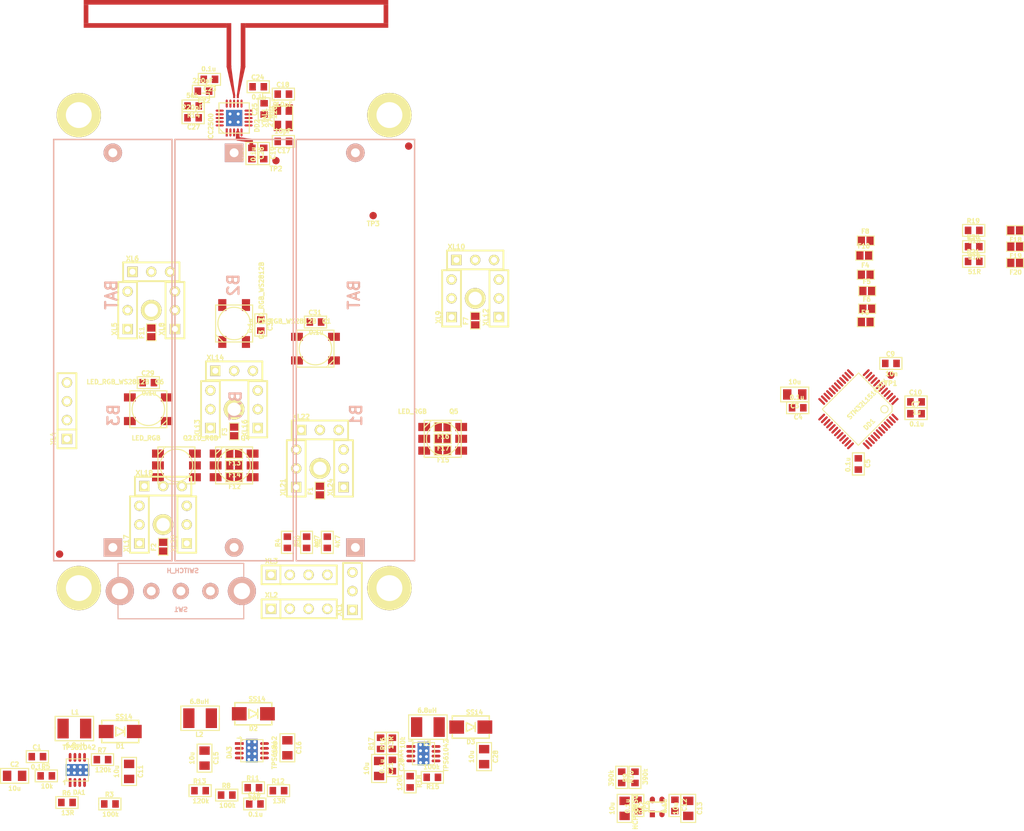
<source format=kicad_pcb>
(kicad_pcb (version 3) (host pcbnew "(2013-07-07 BZR 4022)-stable")

  (general
    (links 302)
    (no_connects 302)
    (area 0 0 0 0)
    (thickness 1.6)
    (drawings 0)
    (tracks 3)
    (zones 0)
    (modules 129)
    (nets 80)
  )

  (page A3)
  (layers
    (15 F.Cu signal)
    (0 B.Cu signal)
    (16 B.Adhes user)
    (17 F.Adhes user)
    (18 B.Paste user)
    (19 F.Paste user)
    (20 B.SilkS user hide)
    (21 F.SilkS user)
    (22 B.Mask user)
    (23 F.Mask user)
    (24 Dwgs.User user)
    (25 Cmts.User user)
    (26 Eco1.User user)
    (27 Eco2.User user)
    (28 Edge.Cuts user)
  )

  (setup
    (last_trace_width 0.2)
    (trace_clearance 0.2)
    (zone_clearance 0.508)
    (zone_45_only no)
    (trace_min 0.2)
    (segment_width 0.2)
    (edge_width 0.15)
    (via_size 0.9)
    (via_drill 0.4)
    (via_min_size 0.889)
    (via_min_drill 0.4)
    (uvia_size 0.508)
    (uvia_drill 0.127)
    (uvias_allowed no)
    (uvia_min_size 0.508)
    (uvia_min_drill 0.127)
    (pcb_text_width 0.3)
    (pcb_text_size 1.5 1.5)
    (mod_edge_width 0.2)
    (mod_text_size 1.5 1.5)
    (mod_text_width 0.15)
    (pad_size 3.85 0.63)
    (pad_drill 0)
    (pad_to_mask_clearance 0.2)
    (aux_axis_origin 0 0)
    (visible_elements 7FFFFBFF)
    (pcbplotparams
      (layerselection 3178497)
      (usegerberextensions true)
      (excludeedgelayer true)
      (linewidth 0.100000)
      (plotframeref false)
      (viasonmask false)
      (mode 1)
      (useauxorigin false)
      (hpglpennumber 1)
      (hpglpenspeed 20)
      (hpglpendiameter 15)
      (hpglpenoverlay 2)
      (psnegative false)
      (psa4output false)
      (plotreference true)
      (plotvalue true)
      (plotothertext true)
      (plotinvisibletext false)
      (padsonsilk false)
      (subtractmaskfromsilk false)
      (outputformat 1)
      (mirror false)
      (drillshape 1)
      (scaleselection 1)
      (outputdirectory ""))
  )

  (net 0 "")
  (net 1 +3.3V)
  (net 2 +BATT)
  (net 3 /Ant)
  (net 4 /BAT_IN)
  (net 5 /BLUE_N)
  (net 6 /BLUE_P)
  (net 7 /BLUE_PWM)
  (net 8 /BRIGHTNESS)
  (net 9 /CC_CS)
  (net 10 /CC_GDO0)
  (net 11 /CC_GDO2)
  (net 12 /CC_MISO)
  (net 13 /CC_MOSI)
  (net 14 /CC_SCK)
  (net 15 /DIN0)
  (net 16 /DIN1)
  (net 17 /DIN2)
  (net 18 /DIN3)
  (net 19 /DIN4)
  (net 20 /GREEN_N)
  (net 21 /GREEN_P)
  (net 22 /GREEN_PWM)
  (net 23 /P_SCL)
  (net 24 /P_SDA)
  (net 25 /PeriphPwr)
  (net 26 /PeriphPwr1)
  (net 27 /RED_N)
  (net 28 /RED_P)
  (net 29 /RED_PWM)
  (net 30 /SWCLK)
  (net 31 /SWDIO)
  (net 32 /UART_RX)
  (net 33 /UART_TX)
  (net 34 GND)
  (net 35 N-0000010)
  (net 36 N-0000012)
  (net 37 N-0000013)
  (net 38 N-0000014)
  (net 39 N-0000015)
  (net 40 N-0000016)
  (net 41 N-0000017)
  (net 42 N-0000018)
  (net 43 N-0000019)
  (net 44 N-0000020)
  (net 45 N-0000021)
  (net 46 N-0000022)
  (net 47 N-0000026)
  (net 48 N-0000027)
  (net 49 N-0000028)
  (net 50 N-0000029)
  (net 51 N-000003)
  (net 52 N-0000030)
  (net 53 N-0000031)
  (net 54 N-0000032)
  (net 55 N-0000033)
  (net 56 N-0000034)
  (net 57 N-0000047)
  (net 58 N-0000048)
  (net 59 N-0000049)
  (net 60 N-000005)
  (net 61 N-0000050)
  (net 62 N-0000057)
  (net 63 N-0000058)
  (net 64 N-0000059)
  (net 65 N-000006)
  (net 66 N-0000061)
  (net 67 N-0000062)
  (net 68 N-0000064)
  (net 69 N-0000065)
  (net 70 N-0000066)
  (net 71 N-0000067)
  (net 72 N-0000068)
  (net 73 N-0000069)
  (net 74 N-000007)
  (net 75 N-0000070)
  (net 76 N-0000071)
  (net 77 N-0000072)
  (net 78 N-0000073)
  (net 79 N-000008)

  (net_class Default "This is the default net class."
    (clearance 0.2)
    (trace_width 0.2)
    (via_dia 0.9)
    (via_drill 0.4)
    (uvia_dia 0.508)
    (uvia_drill 0.127)
    (add_net "")
    (add_net /Ant)
    (add_net /BLUE_N)
    (add_net /BLUE_P)
    (add_net /BLUE_PWM)
    (add_net /BRIGHTNESS)
    (add_net /CC_CS)
    (add_net /CC_GDO0)
    (add_net /CC_GDO2)
    (add_net /CC_MISO)
    (add_net /CC_MOSI)
    (add_net /CC_SCK)
    (add_net /DIN0)
    (add_net /DIN1)
    (add_net /DIN2)
    (add_net /DIN3)
    (add_net /DIN4)
    (add_net /GREEN_N)
    (add_net /GREEN_P)
    (add_net /GREEN_PWM)
    (add_net /P_SCL)
    (add_net /P_SDA)
    (add_net /PeriphPwr)
    (add_net /PeriphPwr1)
    (add_net /RED_N)
    (add_net /RED_P)
    (add_net /RED_PWM)
    (add_net /SWCLK)
    (add_net /SWDIO)
    (add_net /UART_RX)
    (add_net /UART_TX)
    (add_net N-0000010)
    (add_net N-0000012)
    (add_net N-0000013)
    (add_net N-0000014)
    (add_net N-0000015)
    (add_net N-0000016)
    (add_net N-0000017)
    (add_net N-0000018)
    (add_net N-0000019)
    (add_net N-0000020)
    (add_net N-0000021)
    (add_net N-0000022)
    (add_net N-0000026)
    (add_net N-0000027)
    (add_net N-0000028)
    (add_net N-0000029)
    (add_net N-000003)
    (add_net N-0000030)
    (add_net N-0000031)
    (add_net N-0000032)
    (add_net N-0000033)
    (add_net N-0000034)
    (add_net N-0000047)
    (add_net N-0000048)
    (add_net N-0000049)
    (add_net N-000005)
    (add_net N-0000050)
    (add_net N-0000057)
    (add_net N-0000058)
    (add_net N-0000059)
    (add_net N-000006)
    (add_net N-0000061)
    (add_net N-0000062)
    (add_net N-0000064)
    (add_net N-0000065)
    (add_net N-0000066)
    (add_net N-0000067)
    (add_net N-0000068)
    (add_net N-0000069)
    (add_net N-000007)
    (add_net N-0000070)
    (add_net N-0000071)
    (add_net N-0000072)
    (add_net N-0000073)
    (add_net N-000008)
  )

  (net_class Wide ""
    (clearance 0.2)
    (trace_width 0.5)
    (via_dia 0.9)
    (via_drill 0.4)
    (uvia_dia 0.508)
    (uvia_drill 0.127)
    (add_net +3.3V)
    (add_net +BATT)
    (add_net /BAT_IN)
    (add_net GND)
  )

  (module TESTPOINT_1MM (layer F.Cu) (tedit 4CE9A986) (tstamp 532F222B)
    (at 316.2 182.2)
    (path /532B0251)
    (fp_text reference TP1 (at 0 1.09982) (layer F.SilkS)
      (effects (font (size 0.635 0.635) (thickness 0.16002)))
    )
    (fp_text value TESTPOINT (at 0 -0.89916) (layer F.SilkS) hide
      (effects (font (size 0.127 0.127) (thickness 0.00254)))
    )
    (pad 1 smd circle (at 0 0) (size 1.00076 1.524)
      (layers F.Cu F.Paste F.Mask)
      (net 62 N-0000057)
    )
  )

  (module TESTPOINT_1MM (layer F.Cu) (tedit 4CE9A986) (tstamp 532F2230)
    (at 233.0577 153.1658)
    (path /5265B41D)
    (fp_text reference TP2 (at 0 1.09982) (layer F.SilkS)
      (effects (font (size 0.635 0.635) (thickness 0.16002)))
    )
    (fp_text value TESTPOINT (at 0 -0.89916) (layer F.SilkS) hide
      (effects (font (size 0.127 0.127) (thickness 0.00254)))
    )
    (pad 1 smd circle (at 0 0) (size 1.00076 1.524)
      (layers F.Cu F.Paste F.Mask)
      (net 10 /CC_GDO0)
    )
  )

  (module TESTPOINT_1MM (layer F.Cu) (tedit 4CE9A986) (tstamp 532F2235)
    (at 246.2 160.6)
    (path /5265B423)
    (fp_text reference TP3 (at 0 1.09982) (layer F.SilkS)
      (effects (font (size 0.635 0.635) (thickness 0.16002)))
    )
    (fp_text value TESTPOINT (at 0 -0.89916) (layer F.SilkS) hide
      (effects (font (size 0.127 0.127) (thickness 0.00254)))
    )
    (pad 1 smd circle (at 0 0) (size 1.00076 1.524)
      (layers F.Cu F.Paste F.Mask)
      (net 11 /CC_GDO2)
    )
  )

  (module SWITCH_SS9 (layer B.Cu) (tedit 532D6781) (tstamp 532F2242)
    (at 220.2 211.4)
    (path /532DDC0D)
    (fp_text reference SW1 (at 0 2.5) (layer B.SilkS)
      (effects (font (size 0.6 0.6) (thickness 0.15)) (justify mirror))
    )
    (fp_text value SWITCH_H (at 0.25 -2.75) (layer B.SilkS)
      (effects (font (size 0.6 0.6) (thickness 0.15)) (justify mirror))
    )
    (fp_line (start -8.5 3.75) (end 8.5 3.75) (layer B.SilkS) (width 0.15))
    (fp_line (start 8.5 3.75) (end 8.5 -3.75) (layer B.SilkS) (width 0.15))
    (fp_line (start 8.5 -3.75) (end -8.5 -3.75) (layer B.SilkS) (width 0.15))
    (fp_line (start -8.5 -3.75) (end -8.5 3.75) (layer B.SilkS) (width 0.15))
    (pad 1 thru_hole circle (at -4 0) (size 2.2 2.2) (drill 1.2)
      (layers *.Cu *.Mask B.SilkS)
      (net 4 /BAT_IN)
    )
    (pad 2 thru_hole circle (at 0 0) (size 2.2 2.2) (drill 1.2)
      (layers *.Cu *.Mask B.SilkS)
      (net 2 +BATT)
    )
    (pad 3 thru_hole circle (at 4 0) (size 2.2 2.2) (drill 1.2)
      (layers *.Cu *.Mask B.SilkS)
    )
    (pad H thru_hole circle (at -8.25 0) (size 3.8 3.8) (drill 2.2)
      (layers *.Cu *.Mask B.SilkS)
      (net 34 GND)
    )
    (pad H thru_hole circle (at 8.25 0) (size 3.8 3.8) (drill 2.2)
      (layers *.Cu *.Mask B.SilkS)
      (net 34 GND)
    )
  )

  (module SIL1_ROUND_1MM8 (layer F.Cu) (tedit 532EDE1F) (tstamp 532F22BF)
    (at 239 194.8)
    (descr "Connecteurs 2 pins")
    (tags "CONN DEV")
    (path /532B0455)
    (fp_text reference XL7 (at 0 -1.778) (layer F.SilkS) hide
      (effects (font (size 0.14986 0.14986) (thickness 0.0381)))
    )
    (fp_text value CONN_1 (at 0 2.032) (layer F.SilkS) hide
      (effects (font (size 0.635 0.635) (thickness 0.16002)))
    )
    (pad 1 thru_hole circle (at 0 0) (size 2.8 2.8) (drill 1.8)
      (layers *.Cu *.Mask F.SilkS)
      (net 75 N-0000070)
    )
  )

  (module SIL1_ROUND_1MM8 (layer F.Cu) (tedit 532EDE1F) (tstamp 532F22C4)
    (at 217.8 202.4)
    (descr "Connecteurs 2 pins")
    (tags "CONN DEV")
    (path /532EF1B2)
    (fp_text reference XL11 (at 0 -1.778) (layer F.SilkS) hide
      (effects (font (size 0.14986 0.14986) (thickness 0.0381)))
    )
    (fp_text value CONN_1 (at 0 2.032) (layer F.SilkS) hide
      (effects (font (size 0.635 0.635) (thickness 0.16002)))
    )
    (pad 1 thru_hole circle (at 0 0) (size 2.8 2.8) (drill 1.8)
      (layers *.Cu *.Mask F.SilkS)
      (net 76 N-0000071)
    )
  )

  (module SIL1_ROUND_1MM8 (layer F.Cu) (tedit 532EDE1F) (tstamp 532F22C9)
    (at 227.4 186.8)
    (descr "Connecteurs 2 pins")
    (tags "CONN DEV")
    (path /532EF1C6)
    (fp_text reference XL15 (at 0 -1.778) (layer F.SilkS) hide
      (effects (font (size 0.14986 0.14986) (thickness 0.0381)))
    )
    (fp_text value CONN_1 (at 0 2.032) (layer F.SilkS) hide
      (effects (font (size 0.635 0.635) (thickness 0.16002)))
    )
    (pad 1 thru_hole circle (at 0 0) (size 2.8 2.8) (drill 1.8)
      (layers *.Cu *.Mask F.SilkS)
      (net 77 N-0000072)
    )
  )

  (module SIL1_ROUND_1MM8 (layer F.Cu) (tedit 532EDE1F) (tstamp 532F22CE)
    (at 260 171.8)
    (descr "Connecteurs 2 pins")
    (tags "CONN DEV")
    (path /532EF1DA)
    (fp_text reference XL19 (at 0 -1.778) (layer F.SilkS) hide
      (effects (font (size 0.14986 0.14986) (thickness 0.0381)))
    )
    (fp_text value CONN_1 (at 0 2.032) (layer F.SilkS) hide
      (effects (font (size 0.635 0.635) (thickness 0.16002)))
    )
    (pad 1 thru_hole circle (at 0 0) (size 2.8 2.8) (drill 1.8)
      (layers *.Cu *.Mask F.SilkS)
      (net 78 N-0000073)
    )
  )

  (module SIL1_ROUND_1MM8 (layer F.Cu) (tedit 532EDE1F) (tstamp 532F22D3)
    (at 216.2 173.4)
    (descr "Connecteurs 2 pins")
    (tags "CONN DEV")
    (path /532EF1EE)
    (fp_text reference XL23 (at 0 -1.778) (layer F.SilkS) hide
      (effects (font (size 0.14986 0.14986) (thickness 0.0381)))
    )
    (fp_text value CONN_1 (at 0 2.032) (layer F.SilkS) hide
      (effects (font (size 0.635 0.635) (thickness 0.16002)))
    )
    (pad 1 thru_hole circle (at 0 0) (size 2.8 2.8) (drill 1.8)
      (layers *.Cu *.Mask F.SilkS)
      (net 50 N-0000029)
    )
  )

  (module SIL-4 (layer F.Cu) (tedit 4EBAF149) (tstamp 532F22E0)
    (at 204.8 187 90)
    (descr "Single-line connector 4-pin")
    (path /52A4B5B3)
    (fp_text reference XL4 (at -3.74904 -1.84912 90) (layer F.SilkS)
      (effects (font (size 0.635 0.635) (thickness 0.16002)))
    )
    (fp_text value CONN_4 (at 3.59918 -1.84912 90) (layer F.SilkS) hide
      (effects (font (size 0.635 0.635) (thickness 0.16002)))
    )
    (fp_line (start -2.54 -1.27) (end -2.54 1.27) (layer F.SilkS) (width 0.254))
    (fp_line (start -5.08 -1.27) (end 5.08 -1.27) (layer F.SilkS) (width 0.254))
    (fp_line (start 5.08 -1.27) (end 5.08 1.27) (layer F.SilkS) (width 0.254))
    (fp_line (start 5.08 1.27) (end -5.08 1.27) (layer F.SilkS) (width 0.254))
    (fp_line (start -5.08 1.27) (end -5.08 -1.27) (layer F.SilkS) (width 0.254))
    (pad 1 thru_hole rect (at -3.81 0 90) (size 1.39954 1.39954) (drill 0.89916)
      (layers *.Cu *.Mask F.SilkS)
      (net 54 N-0000032)
    )
    (pad 2 thru_hole circle (at -1.27 0 90) (size 1.39954 1.39954) (drill 0.89916)
      (layers *.Cu *.Mask F.SilkS)
      (net 55 N-0000033)
    )
    (pad 3 thru_hole circle (at 1.27 0 90) (size 1.39954 1.39954) (drill 0.89916)
      (layers *.Cu *.Mask F.SilkS)
      (net 53 N-0000031)
    )
    (pad 4 thru_hole circle (at 3.81 0 90) (size 1.39954 1.39954) (drill 0.89916)
      (layers *.Cu *.Mask F.SilkS)
      (net 34 GND)
    )
  )

  (module SIL-4 (layer F.Cu) (tedit 4EBAF149) (tstamp 532F22ED)
    (at 236.2 213.8)
    (descr "Single-line connector 4-pin")
    (path /51499E97)
    (fp_text reference XL2 (at -3.74904 -1.84912) (layer F.SilkS)
      (effects (font (size 0.635 0.635) (thickness 0.16002)))
    )
    (fp_text value ST_SWD (at 3.59918 -1.84912) (layer F.SilkS) hide
      (effects (font (size 0.635 0.635) (thickness 0.16002)))
    )
    (fp_line (start -2.54 -1.27) (end -2.54 1.27) (layer F.SilkS) (width 0.254))
    (fp_line (start -5.08 -1.27) (end 5.08 -1.27) (layer F.SilkS) (width 0.254))
    (fp_line (start 5.08 -1.27) (end 5.08 1.27) (layer F.SilkS) (width 0.254))
    (fp_line (start 5.08 1.27) (end -5.08 1.27) (layer F.SilkS) (width 0.254))
    (fp_line (start -5.08 1.27) (end -5.08 -1.27) (layer F.SilkS) (width 0.254))
    (pad 1 thru_hole rect (at -3.81 0) (size 1.39954 1.39954) (drill 0.89916)
      (layers *.Cu *.Mask F.SilkS)
      (net 1 +3.3V)
    )
    (pad 2 thru_hole circle (at -1.27 0) (size 1.39954 1.39954) (drill 0.89916)
      (layers *.Cu *.Mask F.SilkS)
      (net 30 /SWCLK)
    )
    (pad 3 thru_hole circle (at 1.27 0) (size 1.39954 1.39954) (drill 0.89916)
      (layers *.Cu *.Mask F.SilkS)
      (net 34 GND)
    )
    (pad 4 thru_hole circle (at 3.81 0) (size 1.39954 1.39954) (drill 0.89916)
      (layers *.Cu *.Mask F.SilkS)
      (net 31 /SWDIO)
    )
  )

  (module SIL-4 (layer F.Cu) (tedit 4EBAF149) (tstamp 532F22FA)
    (at 236.2 209.2)
    (descr "Single-line connector 4-pin")
    (path /532F7C45)
    (fp_text reference XL3 (at -3.74904 -1.84912) (layer F.SilkS)
      (effects (font (size 0.635 0.635) (thickness 0.16002)))
    )
    (fp_text value CONN_4 (at 3.59918 -1.84912) (layer F.SilkS) hide
      (effects (font (size 0.635 0.635) (thickness 0.16002)))
    )
    (fp_line (start -2.54 -1.27) (end -2.54 1.27) (layer F.SilkS) (width 0.254))
    (fp_line (start -5.08 -1.27) (end 5.08 -1.27) (layer F.SilkS) (width 0.254))
    (fp_line (start 5.08 -1.27) (end 5.08 1.27) (layer F.SilkS) (width 0.254))
    (fp_line (start 5.08 1.27) (end -5.08 1.27) (layer F.SilkS) (width 0.254))
    (fp_line (start -5.08 1.27) (end -5.08 -1.27) (layer F.SilkS) (width 0.254))
    (pad 1 thru_hole rect (at -3.81 0) (size 1.39954 1.39954) (drill 0.89916)
      (layers *.Cu *.Mask F.SilkS)
      (net 26 /PeriphPwr1)
    )
    (pad 2 thru_hole circle (at -1.27 0) (size 1.39954 1.39954) (drill 0.89916)
      (layers *.Cu *.Mask F.SilkS)
      (net 23 /P_SCL)
    )
    (pad 3 thru_hole circle (at 1.27 0) (size 1.39954 1.39954) (drill 0.89916)
      (layers *.Cu *.Mask F.SilkS)
      (net 34 GND)
    )
    (pad 4 thru_hole circle (at 3.81 0) (size 1.39954 1.39954) (drill 0.89916)
      (layers *.Cu *.Mask F.SilkS)
      (net 24 /P_SDA)
    )
  )

  (module SIL-3 (layer F.Cu) (tedit 4D35A701) (tstamp 532F2305)
    (at 235.8 194.8 90)
    (descr "Connector 3-pin")
    (path /532F0D7F)
    (fp_text reference XL21 (at -2.54 -1.778 90) (layer F.SilkS)
      (effects (font (size 0.635 0.635) (thickness 0.16002)))
    )
    (fp_text value CONN_3 (at 2.286 -1.778 90) (layer F.SilkS) hide
      (effects (font (size 0.635 0.635) (thickness 0.16002)))
    )
    (fp_line (start -3.81 -1.27) (end 3.81 -1.27) (layer F.SilkS) (width 0.254))
    (fp_line (start 3.81 -1.27) (end 3.81 1.27) (layer F.SilkS) (width 0.254))
    (fp_line (start 3.81 1.27) (end -3.81 1.27) (layer F.SilkS) (width 0.254))
    (fp_line (start -3.81 1.27) (end -3.81 -1.27) (layer F.SilkS) (width 0.254))
    (pad 1 thru_hole rect (at -2.54 0 90) (size 1.397 1.397) (drill 0.8128)
      (layers *.Cu *.Mask F.SilkS)
      (net 71 N-0000067)
    )
    (pad 2 thru_hole circle (at 0 0 90) (size 1.397 1.397) (drill 0.8128)
      (layers *.Cu *.Mask F.SilkS)
      (net 70 N-0000066)
    )
    (pad 3 thru_hole circle (at 2.54 0 90) (size 1.397 1.397) (drill 0.8128)
      (layers *.Cu *.Mask F.SilkS)
      (net 52 N-0000030)
    )
  )

  (module SIL-3 (layer F.Cu) (tedit 4D35A701) (tstamp 532F2310)
    (at 213 173.4 90)
    (descr "Connector 3-pin")
    (path /532EFC94)
    (fp_text reference XL5 (at -2.54 -1.778 90) (layer F.SilkS)
      (effects (font (size 0.635 0.635) (thickness 0.16002)))
    )
    (fp_text value CONN_3 (at 2.286 -1.778 90) (layer F.SilkS) hide
      (effects (font (size 0.635 0.635) (thickness 0.16002)))
    )
    (fp_line (start -3.81 -1.27) (end 3.81 -1.27) (layer F.SilkS) (width 0.254))
    (fp_line (start 3.81 -1.27) (end 3.81 1.27) (layer F.SilkS) (width 0.254))
    (fp_line (start 3.81 1.27) (end -3.81 1.27) (layer F.SilkS) (width 0.254))
    (fp_line (start -3.81 1.27) (end -3.81 -1.27) (layer F.SilkS) (width 0.254))
    (pad 1 thru_hole rect (at -2.54 0 90) (size 1.397 1.397) (drill 0.8128)
      (layers *.Cu *.Mask F.SilkS)
      (net 28 /RED_P)
    )
    (pad 2 thru_hole circle (at 0 0 90) (size 1.397 1.397) (drill 0.8128)
      (layers *.Cu *.Mask F.SilkS)
      (net 21 /GREEN_P)
    )
    (pad 3 thru_hole circle (at 2.54 0 90) (size 1.397 1.397) (drill 0.8128)
      (layers *.Cu *.Mask F.SilkS)
      (net 6 /BLUE_P)
    )
  )

  (module SIL-3 (layer F.Cu) (tedit 4D35A701) (tstamp 532F231B)
    (at 239 189.6)
    (descr "Connector 3-pin")
    (path /532B30EF)
    (fp_text reference XL22 (at -2.54 -1.778) (layer F.SilkS)
      (effects (font (size 0.635 0.635) (thickness 0.16002)))
    )
    (fp_text value CONN_3 (at 2.286 -1.778) (layer F.SilkS) hide
      (effects (font (size 0.635 0.635) (thickness 0.16002)))
    )
    (fp_line (start -3.81 -1.27) (end 3.81 -1.27) (layer F.SilkS) (width 0.254))
    (fp_line (start 3.81 -1.27) (end 3.81 1.27) (layer F.SilkS) (width 0.254))
    (fp_line (start 3.81 1.27) (end -3.81 1.27) (layer F.SilkS) (width 0.254))
    (fp_line (start -3.81 1.27) (end -3.81 -1.27) (layer F.SilkS) (width 0.254))
    (pad 1 thru_hole rect (at -2.54 0) (size 1.397 1.397) (drill 0.8128)
      (layers *.Cu *.Mask F.SilkS)
      (net 19 /DIN4)
    )
    (pad 2 thru_hole circle (at 0 0) (size 1.397 1.397) (drill 0.8128)
      (layers *.Cu *.Mask F.SilkS)
      (net 2 +BATT)
    )
    (pad 3 thru_hole circle (at 2.54 0) (size 1.397 1.397) (drill 0.8128)
      (layers *.Cu *.Mask F.SilkS)
    )
  )

  (module SIL-3 (layer F.Cu) (tedit 4D35A701) (tstamp 532F2326)
    (at 217.8 197.2)
    (descr "Connector 3-pin")
    (path /532B30E1)
    (fp_text reference XL18 (at -2.54 -1.778) (layer F.SilkS)
      (effects (font (size 0.635 0.635) (thickness 0.16002)))
    )
    (fp_text value CONN_3 (at 2.286 -1.778) (layer F.SilkS) hide
      (effects (font (size 0.635 0.635) (thickness 0.16002)))
    )
    (fp_line (start -3.81 -1.27) (end 3.81 -1.27) (layer F.SilkS) (width 0.254))
    (fp_line (start 3.81 -1.27) (end 3.81 1.27) (layer F.SilkS) (width 0.254))
    (fp_line (start 3.81 1.27) (end -3.81 1.27) (layer F.SilkS) (width 0.254))
    (fp_line (start -3.81 1.27) (end -3.81 -1.27) (layer F.SilkS) (width 0.254))
    (pad 1 thru_hole rect (at -2.54 0) (size 1.397 1.397) (drill 0.8128)
      (layers *.Cu *.Mask F.SilkS)
      (net 18 /DIN3)
    )
    (pad 2 thru_hole circle (at 0 0) (size 1.397 1.397) (drill 0.8128)
      (layers *.Cu *.Mask F.SilkS)
      (net 2 +BATT)
    )
    (pad 3 thru_hole circle (at 2.54 0) (size 1.397 1.397) (drill 0.8128)
      (layers *.Cu *.Mask F.SilkS)
      (net 19 /DIN4)
    )
  )

  (module SIL-3 (layer F.Cu) (tedit 4D35A701) (tstamp 532F2331)
    (at 227.4 181.6)
    (descr "Connector 3-pin")
    (path /532B30D3)
    (fp_text reference XL14 (at -2.54 -1.778) (layer F.SilkS)
      (effects (font (size 0.635 0.635) (thickness 0.16002)))
    )
    (fp_text value CONN_3 (at 2.286 -1.778) (layer F.SilkS) hide
      (effects (font (size 0.635 0.635) (thickness 0.16002)))
    )
    (fp_line (start -3.81 -1.27) (end 3.81 -1.27) (layer F.SilkS) (width 0.254))
    (fp_line (start 3.81 -1.27) (end 3.81 1.27) (layer F.SilkS) (width 0.254))
    (fp_line (start 3.81 1.27) (end -3.81 1.27) (layer F.SilkS) (width 0.254))
    (fp_line (start -3.81 1.27) (end -3.81 -1.27) (layer F.SilkS) (width 0.254))
    (pad 1 thru_hole rect (at -2.54 0) (size 1.397 1.397) (drill 0.8128)
      (layers *.Cu *.Mask F.SilkS)
      (net 17 /DIN2)
    )
    (pad 2 thru_hole circle (at 0 0) (size 1.397 1.397) (drill 0.8128)
      (layers *.Cu *.Mask F.SilkS)
      (net 2 +BATT)
    )
    (pad 3 thru_hole circle (at 2.54 0) (size 1.397 1.397) (drill 0.8128)
      (layers *.Cu *.Mask F.SilkS)
      (net 18 /DIN3)
    )
  )

  (module SIL-3 (layer F.Cu) (tedit 4D35A701) (tstamp 532F233C)
    (at 260 166.6)
    (descr "Connector 3-pin")
    (path /532B2F55)
    (fp_text reference XL10 (at -2.54 -1.778) (layer F.SilkS)
      (effects (font (size 0.635 0.635) (thickness 0.16002)))
    )
    (fp_text value CONN_3 (at 2.286 -1.778) (layer F.SilkS) hide
      (effects (font (size 0.635 0.635) (thickness 0.16002)))
    )
    (fp_line (start -3.81 -1.27) (end 3.81 -1.27) (layer F.SilkS) (width 0.254))
    (fp_line (start 3.81 -1.27) (end 3.81 1.27) (layer F.SilkS) (width 0.254))
    (fp_line (start 3.81 1.27) (end -3.81 1.27) (layer F.SilkS) (width 0.254))
    (fp_line (start -3.81 1.27) (end -3.81 -1.27) (layer F.SilkS) (width 0.254))
    (pad 1 thru_hole rect (at -2.54 0) (size 1.397 1.397) (drill 0.8128)
      (layers *.Cu *.Mask F.SilkS)
      (net 16 /DIN1)
    )
    (pad 2 thru_hole circle (at 0 0) (size 1.397 1.397) (drill 0.8128)
      (layers *.Cu *.Mask F.SilkS)
      (net 2 +BATT)
    )
    (pad 3 thru_hole circle (at 2.54 0) (size 1.397 1.397) (drill 0.8128)
      (layers *.Cu *.Mask F.SilkS)
      (net 17 /DIN2)
    )
  )

  (module SIL-3 (layer F.Cu) (tedit 4D35A701) (tstamp 532F2347)
    (at 219.4 173.4 90)
    (descr "Connector 3-pin")
    (path /532EFCF9)
    (fp_text reference XL8 (at -2.54 -1.778 90) (layer F.SilkS)
      (effects (font (size 0.635 0.635) (thickness 0.16002)))
    )
    (fp_text value CONN_3 (at 2.286 -1.778 90) (layer F.SilkS) hide
      (effects (font (size 0.635 0.635) (thickness 0.16002)))
    )
    (fp_line (start -3.81 -1.27) (end 3.81 -1.27) (layer F.SilkS) (width 0.254))
    (fp_line (start 3.81 -1.27) (end 3.81 1.27) (layer F.SilkS) (width 0.254))
    (fp_line (start 3.81 1.27) (end -3.81 1.27) (layer F.SilkS) (width 0.254))
    (fp_line (start -3.81 1.27) (end -3.81 -1.27) (layer F.SilkS) (width 0.254))
    (pad 1 thru_hole rect (at -2.54 0 90) (size 1.397 1.397) (drill 0.8128)
      (layers *.Cu *.Mask F.SilkS)
      (net 49 N-0000028)
    )
    (pad 2 thru_hole circle (at 0 0 90) (size 1.397 1.397) (drill 0.8128)
      (layers *.Cu *.Mask F.SilkS)
      (net 48 N-0000027)
    )
    (pad 3 thru_hole circle (at 2.54 0 90) (size 1.397 1.397) (drill 0.8128)
      (layers *.Cu *.Mask F.SilkS)
      (net 47 N-0000026)
    )
  )

  (module SIL-3 (layer F.Cu) (tedit 4D35A701) (tstamp 532F2352)
    (at 256.8 171.8 90)
    (descr "Connector 3-pin")
    (path /532EFD0C)
    (fp_text reference XL9 (at -2.54 -1.778 90) (layer F.SilkS)
      (effects (font (size 0.635 0.635) (thickness 0.16002)))
    )
    (fp_text value CONN_3 (at 2.286 -1.778 90) (layer F.SilkS) hide
      (effects (font (size 0.635 0.635) (thickness 0.16002)))
    )
    (fp_line (start -3.81 -1.27) (end 3.81 -1.27) (layer F.SilkS) (width 0.254))
    (fp_line (start 3.81 -1.27) (end 3.81 1.27) (layer F.SilkS) (width 0.254))
    (fp_line (start 3.81 1.27) (end -3.81 1.27) (layer F.SilkS) (width 0.254))
    (fp_line (start -3.81 1.27) (end -3.81 -1.27) (layer F.SilkS) (width 0.254))
    (pad 1 thru_hole rect (at -2.54 0 90) (size 1.397 1.397) (drill 0.8128)
      (layers *.Cu *.Mask F.SilkS)
      (net 49 N-0000028)
    )
    (pad 2 thru_hole circle (at 0 0 90) (size 1.397 1.397) (drill 0.8128)
      (layers *.Cu *.Mask F.SilkS)
      (net 48 N-0000027)
    )
    (pad 3 thru_hole circle (at 2.54 0 90) (size 1.397 1.397) (drill 0.8128)
      (layers *.Cu *.Mask F.SilkS)
      (net 47 N-0000026)
    )
  )

  (module SIL-3 (layer F.Cu) (tedit 4D35A701) (tstamp 532F235D)
    (at 230.6 186.8 90)
    (descr "Connector 3-pin")
    (path /532F0D4F)
    (fp_text reference XL16 (at -2.54 -1.778 90) (layer F.SilkS)
      (effects (font (size 0.635 0.635) (thickness 0.16002)))
    )
    (fp_text value CONN_3 (at 2.286 -1.778 90) (layer F.SilkS) hide
      (effects (font (size 0.635 0.635) (thickness 0.16002)))
    )
    (fp_line (start -3.81 -1.27) (end 3.81 -1.27) (layer F.SilkS) (width 0.254))
    (fp_line (start 3.81 -1.27) (end 3.81 1.27) (layer F.SilkS) (width 0.254))
    (fp_line (start 3.81 1.27) (end -3.81 1.27) (layer F.SilkS) (width 0.254))
    (fp_line (start -3.81 1.27) (end -3.81 -1.27) (layer F.SilkS) (width 0.254))
    (pad 1 thru_hole rect (at -2.54 0 90) (size 1.397 1.397) (drill 0.8128)
      (layers *.Cu *.Mask F.SilkS)
      (net 73 N-0000069)
    )
    (pad 2 thru_hole circle (at 0 0 90) (size 1.397 1.397) (drill 0.8128)
      (layers *.Cu *.Mask F.SilkS)
      (net 72 N-0000068)
    )
    (pad 3 thru_hole circle (at 2.54 0 90) (size 1.397 1.397) (drill 0.8128)
      (layers *.Cu *.Mask F.SilkS)
      (net 69 N-0000065)
    )
  )

  (module SIL-3 (layer F.Cu) (tedit 4D35A701) (tstamp 532F2368)
    (at 214.6 202.4 90)
    (descr "Connector 3-pin")
    (path /532F0D55)
    (fp_text reference XL17 (at -2.54 -1.778 90) (layer F.SilkS)
      (effects (font (size 0.635 0.635) (thickness 0.16002)))
    )
    (fp_text value CONN_3 (at 2.286 -1.778 90) (layer F.SilkS) hide
      (effects (font (size 0.635 0.635) (thickness 0.16002)))
    )
    (fp_line (start -3.81 -1.27) (end 3.81 -1.27) (layer F.SilkS) (width 0.254))
    (fp_line (start 3.81 -1.27) (end 3.81 1.27) (layer F.SilkS) (width 0.254))
    (fp_line (start 3.81 1.27) (end -3.81 1.27) (layer F.SilkS) (width 0.254))
    (fp_line (start -3.81 1.27) (end -3.81 -1.27) (layer F.SilkS) (width 0.254))
    (pad 1 thru_hole rect (at -2.54 0 90) (size 1.397 1.397) (drill 0.8128)
      (layers *.Cu *.Mask F.SilkS)
      (net 73 N-0000069)
    )
    (pad 2 thru_hole circle (at 0 0 90) (size 1.397 1.397) (drill 0.8128)
      (layers *.Cu *.Mask F.SilkS)
      (net 72 N-0000068)
    )
    (pad 3 thru_hole circle (at 2.54 0 90) (size 1.397 1.397) (drill 0.8128)
      (layers *.Cu *.Mask F.SilkS)
      (net 69 N-0000065)
    )
  )

  (module SIL-3 (layer F.Cu) (tedit 4D35A701) (tstamp 532F2373)
    (at 221 202.4 90)
    (descr "Connector 3-pin")
    (path /532F0D79)
    (fp_text reference XL20 (at -2.54 -1.778 90) (layer F.SilkS)
      (effects (font (size 0.635 0.635) (thickness 0.16002)))
    )
    (fp_text value CONN_3 (at 2.286 -1.778 90) (layer F.SilkS) hide
      (effects (font (size 0.635 0.635) (thickness 0.16002)))
    )
    (fp_line (start -3.81 -1.27) (end 3.81 -1.27) (layer F.SilkS) (width 0.254))
    (fp_line (start 3.81 -1.27) (end 3.81 1.27) (layer F.SilkS) (width 0.254))
    (fp_line (start 3.81 1.27) (end -3.81 1.27) (layer F.SilkS) (width 0.254))
    (fp_line (start -3.81 1.27) (end -3.81 -1.27) (layer F.SilkS) (width 0.254))
    (pad 1 thru_hole rect (at -2.54 0 90) (size 1.397 1.397) (drill 0.8128)
      (layers *.Cu *.Mask F.SilkS)
      (net 71 N-0000067)
    )
    (pad 2 thru_hole circle (at 0 0 90) (size 1.397 1.397) (drill 0.8128)
      (layers *.Cu *.Mask F.SilkS)
      (net 70 N-0000066)
    )
    (pad 3 thru_hole circle (at 2.54 0 90) (size 1.397 1.397) (drill 0.8128)
      (layers *.Cu *.Mask F.SilkS)
      (net 52 N-0000030)
    )
  )

  (module SIL-3 (layer F.Cu) (tedit 4D35A701) (tstamp 532F237E)
    (at 242.2 194.8 90)
    (descr "Connector 3-pin")
    (path /532F0D8B)
    (fp_text reference XL24 (at -2.54 -1.778 90) (layer F.SilkS)
      (effects (font (size 0.635 0.635) (thickness 0.16002)))
    )
    (fp_text value CONN_3 (at 2.286 -1.778 90) (layer F.SilkS) hide
      (effects (font (size 0.635 0.635) (thickness 0.16002)))
    )
    (fp_line (start -3.81 -1.27) (end 3.81 -1.27) (layer F.SilkS) (width 0.254))
    (fp_line (start 3.81 -1.27) (end 3.81 1.27) (layer F.SilkS) (width 0.254))
    (fp_line (start 3.81 1.27) (end -3.81 1.27) (layer F.SilkS) (width 0.254))
    (fp_line (start -3.81 1.27) (end -3.81 -1.27) (layer F.SilkS) (width 0.254))
    (pad 1 thru_hole rect (at -2.54 0 90) (size 1.397 1.397) (drill 0.8128)
      (layers *.Cu *.Mask F.SilkS)
      (net 27 /RED_N)
    )
    (pad 2 thru_hole circle (at 0 0 90) (size 1.397 1.397) (drill 0.8128)
      (layers *.Cu *.Mask F.SilkS)
      (net 20 /GREEN_N)
    )
    (pad 3 thru_hole circle (at 2.54 0 90) (size 1.397 1.397) (drill 0.8128)
      (layers *.Cu *.Mask F.SilkS)
      (net 5 /BLUE_N)
    )
  )

  (module SIL-3 (layer F.Cu) (tedit 4D35A701) (tstamp 532F2389)
    (at 263.2 171.8 90)
    (descr "Connector 3-pin")
    (path /532F312C)
    (fp_text reference XL12 (at -2.54 -1.778 90) (layer F.SilkS)
      (effects (font (size 0.635 0.635) (thickness 0.16002)))
    )
    (fp_text value CONN_3 (at 2.286 -1.778 90) (layer F.SilkS) hide
      (effects (font (size 0.635 0.635) (thickness 0.16002)))
    )
    (fp_line (start -3.81 -1.27) (end 3.81 -1.27) (layer F.SilkS) (width 0.254))
    (fp_line (start 3.81 -1.27) (end 3.81 1.27) (layer F.SilkS) (width 0.254))
    (fp_line (start 3.81 1.27) (end -3.81 1.27) (layer F.SilkS) (width 0.254))
    (fp_line (start -3.81 1.27) (end -3.81 -1.27) (layer F.SilkS) (width 0.254))
    (pad 1 thru_hole rect (at -2.54 0 90) (size 1.397 1.397) (drill 0.8128)
      (layers *.Cu *.Mask F.SilkS)
      (net 46 N-0000022)
    )
    (pad 2 thru_hole circle (at 0 0 90) (size 1.397 1.397) (drill 0.8128)
      (layers *.Cu *.Mask F.SilkS)
      (net 45 N-0000021)
    )
    (pad 3 thru_hole circle (at 2.54 0 90) (size 1.397 1.397) (drill 0.8128)
      (layers *.Cu *.Mask F.SilkS)
      (net 44 N-0000020)
    )
  )

  (module SIL-3 (layer F.Cu) (tedit 4D35A701) (tstamp 532F2394)
    (at 224.2 186.8 90)
    (descr "Connector 3-pin")
    (path /532F3132)
    (fp_text reference XL13 (at -2.54 -1.778 90) (layer F.SilkS)
      (effects (font (size 0.635 0.635) (thickness 0.16002)))
    )
    (fp_text value CONN_3 (at 2.286 -1.778 90) (layer F.SilkS) hide
      (effects (font (size 0.635 0.635) (thickness 0.16002)))
    )
    (fp_line (start -3.81 -1.27) (end 3.81 -1.27) (layer F.SilkS) (width 0.254))
    (fp_line (start 3.81 -1.27) (end 3.81 1.27) (layer F.SilkS) (width 0.254))
    (fp_line (start 3.81 1.27) (end -3.81 1.27) (layer F.SilkS) (width 0.254))
    (fp_line (start -3.81 1.27) (end -3.81 -1.27) (layer F.SilkS) (width 0.254))
    (pad 1 thru_hole rect (at -2.54 0 90) (size 1.397 1.397) (drill 0.8128)
      (layers *.Cu *.Mask F.SilkS)
      (net 46 N-0000022)
    )
    (pad 2 thru_hole circle (at 0 0 90) (size 1.397 1.397) (drill 0.8128)
      (layers *.Cu *.Mask F.SilkS)
      (net 45 N-0000021)
    )
    (pad 3 thru_hole circle (at 2.54 0 90) (size 1.397 1.397) (drill 0.8128)
      (layers *.Cu *.Mask F.SilkS)
      (net 44 N-0000020)
    )
  )

  (module SIL-3 (layer F.Cu) (tedit 4D35A701) (tstamp 532F239F)
    (at 216.2 168.2)
    (descr "Connector 3-pin")
    (path /532B2C2B)
    (fp_text reference XL6 (at -2.54 -1.778) (layer F.SilkS)
      (effects (font (size 0.635 0.635) (thickness 0.16002)))
    )
    (fp_text value CONN_3 (at 2.286 -1.778) (layer F.SilkS) hide
      (effects (font (size 0.635 0.635) (thickness 0.16002)))
    )
    (fp_line (start -3.81 -1.27) (end 3.81 -1.27) (layer F.SilkS) (width 0.254))
    (fp_line (start 3.81 -1.27) (end 3.81 1.27) (layer F.SilkS) (width 0.254))
    (fp_line (start 3.81 1.27) (end -3.81 1.27) (layer F.SilkS) (width 0.254))
    (fp_line (start -3.81 1.27) (end -3.81 -1.27) (layer F.SilkS) (width 0.254))
    (pad 1 thru_hole rect (at -2.54 0) (size 1.397 1.397) (drill 0.8128)
      (layers *.Cu *.Mask F.SilkS)
      (net 15 /DIN0)
    )
    (pad 2 thru_hole circle (at 0 0) (size 1.397 1.397) (drill 0.8128)
      (layers *.Cu *.Mask F.SilkS)
      (net 2 +BATT)
    )
    (pad 3 thru_hole circle (at 2.54 0) (size 1.397 1.397) (drill 0.8128)
      (layers *.Cu *.Mask F.SilkS)
      (net 16 /DIN1)
    )
  )

  (module SIL-3 (layer F.Cu) (tedit 4D35A701) (tstamp 532F23AA)
    (at 243.4 211.4 90)
    (descr "Connector 3-pin")
    (path /526728AC)
    (fp_text reference XL1 (at -2.54 -1.778 90) (layer F.SilkS)
      (effects (font (size 0.635 0.635) (thickness 0.16002)))
    )
    (fp_text value CONN_3 (at 2.286 -1.778 90) (layer F.SilkS) hide
      (effects (font (size 0.635 0.635) (thickness 0.16002)))
    )
    (fp_line (start -3.81 -1.27) (end 3.81 -1.27) (layer F.SilkS) (width 0.254))
    (fp_line (start 3.81 -1.27) (end 3.81 1.27) (layer F.SilkS) (width 0.254))
    (fp_line (start 3.81 1.27) (end -3.81 1.27) (layer F.SilkS) (width 0.254))
    (fp_line (start -3.81 1.27) (end -3.81 -1.27) (layer F.SilkS) (width 0.254))
    (pad 1 thru_hole rect (at -2.54 0 90) (size 1.397 1.397) (drill 0.8128)
      (layers *.Cu *.Mask F.SilkS)
      (net 34 GND)
    )
    (pad 2 thru_hole circle (at 0 0 90) (size 1.397 1.397) (drill 0.8128)
      (layers *.Cu *.Mask F.SilkS)
      (net 33 /UART_TX)
    )
    (pad 3 thru_hole circle (at 2.54 0 90) (size 1.397 1.397) (drill 0.8128)
      (layers *.Cu *.Mask F.SilkS)
      (net 32 /UART_RX)
    )
  )

  (module SC82AB (layer F.Cu) (tedit 5047C523) (tstamp 532F23B9)
    (at 284.6 240.6 90)
    (path /53285EBA)
    (fp_text reference DA2 (at -0.09906 -2.10058 90) (layer F.SilkS)
      (effects (font (size 0.59944 0.59944) (thickness 0.14986)))
    )
    (fp_text value NCP583SQ (at -0.70104 -2.94894 90) (layer F.SilkS)
      (effects (font (size 0.59944 0.59944) (thickness 0.14986)))
    )
    (fp_line (start -0.50038 -1.30048) (end -0.50038 -1.651) (layer F.SilkS) (width 0.20066))
    (fp_line (start -0.50038 -1.651) (end -0.59944 -1.5494) (layer F.SilkS) (width 0.20066))
    (fp_line (start -0.65024 0) (end -0.65024 -1.09982) (layer F.SilkS) (width 0.20066))
    (fp_line (start -0.65024 -1.09982) (end 0.65024 -1.09982) (layer F.SilkS) (width 0.20066))
    (fp_line (start 0.65024 -1.09982) (end 0.65024 1.09982) (layer F.SilkS) (width 0.20066))
    (fp_line (start 0.65024 1.09982) (end -0.65024 1.09982) (layer F.SilkS) (width 0.20066))
    (fp_line (start -0.65024 1.09982) (end -0.65024 0) (layer F.SilkS) (width 0.20066))
    (pad 1 smd rect (at -0.94996 -0.65024 90) (size 0.89916 0.70104)
      (layers F.Cu F.Paste F.Mask)
      (net 2 +BATT)
    )
    (pad 2 smd oval (at -0.94996 0.65024 90) (size 0.89916 0.70104)
      (layers F.Cu F.Paste F.Mask)
      (net 34 GND)
    )
    (pad 3 smd oval (at 0.94996 0.65024 90) (size 0.89916 0.70104)
      (layers F.Cu F.Paste F.Mask)
      (net 1 +3.3V)
    )
    (pad 4 smd oval (at 0.94996 -0.65024 90) (size 0.89916 0.70104)
      (layers F.Cu F.Paste F.Mask)
      (net 2 +BATT)
    )
  )

  (module RES_0603 (layer F.Cu) (tedit 518CEC2B) (tstamp 532F23C4)
    (at 248.8 232 90)
    (path /532B0083)
    (attr smd)
    (fp_text reference R16 (at -0.0635 -1.27 90) (layer F.SilkS)
      (effects (font (size 0.6 0.6) (thickness 0.15)))
    )
    (fp_text value 10k (at 0.09906 1.39954 90) (layer F.SilkS)
      (effects (font (size 0.6 0.6) (thickness 0.15)))
    )
    (fp_line (start -1.5 0) (end -1.5 -0.8) (layer F.SilkS) (width 0.15))
    (fp_line (start -1.5 -0.8) (end 1.5 -0.8) (layer F.SilkS) (width 0.15))
    (fp_line (start 1.5 -0.8) (end 1.5 0.8) (layer F.SilkS) (width 0.15))
    (fp_line (start 1.5 0.8) (end -1.5 0.8) (layer F.SilkS) (width 0.15))
    (fp_line (start -1.5 0.8) (end -1.5 0) (layer F.SilkS) (width 0.15))
    (pad 1 smd rect (at -0.762 0 90) (size 0.889 1.016)
      (layers F.Cu F.Paste F.Mask)
      (net 66 N-0000061)
    )
    (pad 2 smd rect (at 0.762 0 90) (size 0.889 1.016)
      (layers F.Cu F.Paste F.Mask)
      (net 67 N-0000062)
    )
    (model 3d\r_0603.wrl
      (at (xyz 0 0 0))
      (scale (xyz 1 1 1))
      (rotate (xyz 0 0 0))
    )
  )

  (module RES_0603 (layer F.Cu) (tedit 518CEC2B) (tstamp 532F23CF)
    (at 254.2 236.6 180)
    (path /532B00B8)
    (attr smd)
    (fp_text reference R15 (at -0.0635 -1.27 180) (layer F.SilkS)
      (effects (font (size 0.6 0.6) (thickness 0.15)))
    )
    (fp_text value 100k (at 0.09906 1.39954 180) (layer F.SilkS)
      (effects (font (size 0.6 0.6) (thickness 0.15)))
    )
    (fp_line (start -1.5 0) (end -1.5 -0.8) (layer F.SilkS) (width 0.15))
    (fp_line (start -1.5 -0.8) (end 1.5 -0.8) (layer F.SilkS) (width 0.15))
    (fp_line (start 1.5 -0.8) (end 1.5 0.8) (layer F.SilkS) (width 0.15))
    (fp_line (start 1.5 0.8) (end -1.5 0.8) (layer F.SilkS) (width 0.15))
    (fp_line (start -1.5 0.8) (end -1.5 0) (layer F.SilkS) (width 0.15))
    (pad 1 smd rect (at -0.762 0 180) (size 0.889 1.016)
      (layers F.Cu F.Paste F.Mask)
      (net 7 /BLUE_PWM)
    )
    (pad 2 smd rect (at 0.762 0 180) (size 0.889 1.016)
      (layers F.Cu F.Paste F.Mask)
      (net 34 GND)
    )
    (model 3d\r_0603.wrl
      (at (xyz 0 0 0))
      (scale (xyz 1 1 1))
      (rotate (xyz 0 0 0))
    )
  )

  (module RES_0603 (layer F.Cu) (tedit 518CEC2B) (tstamp 532F23DA)
    (at 251.2 237.2 270)
    (path /532B0089)
    (attr smd)
    (fp_text reference R18 (at -0.0635 -1.27 270) (layer F.SilkS)
      (effects (font (size 0.6 0.6) (thickness 0.15)))
    )
    (fp_text value 120k (at 0.09906 1.39954 270) (layer F.SilkS)
      (effects (font (size 0.6 0.6) (thickness 0.15)))
    )
    (fp_line (start -1.5 0) (end -1.5 -0.8) (layer F.SilkS) (width 0.15))
    (fp_line (start -1.5 -0.8) (end 1.5 -0.8) (layer F.SilkS) (width 0.15))
    (fp_line (start 1.5 -0.8) (end 1.5 0.8) (layer F.SilkS) (width 0.15))
    (fp_line (start 1.5 0.8) (end -1.5 0.8) (layer F.SilkS) (width 0.15))
    (fp_line (start -1.5 0.8) (end -1.5 0) (layer F.SilkS) (width 0.15))
    (pad 1 smd rect (at -0.762 0 270) (size 0.889 1.016)
      (layers F.Cu F.Paste F.Mask)
      (net 67 N-0000062)
    )
    (pad 2 smd rect (at 0.762 0 270) (size 0.889 1.016)
      (layers F.Cu F.Paste F.Mask)
      (net 8 /BRIGHTNESS)
    )
    (model 3d\r_0603.wrl
      (at (xyz 0 0 0))
      (scale (xyz 1 1 1))
      (rotate (xyz 0 0 0))
    )
  )

  (module RES_0603 (layer F.Cu) (tedit 518CEC2B) (tstamp 532F23E5)
    (at 247.2 232 90)
    (path /532B005D)
    (attr smd)
    (fp_text reference R17 (at -0.0635 -1.27 90) (layer F.SilkS)
      (effects (font (size 0.6 0.6) (thickness 0.15)))
    )
    (fp_text value 13R (at 0.09906 1.39954 90) (layer F.SilkS)
      (effects (font (size 0.6 0.6) (thickness 0.15)))
    )
    (fp_line (start -1.5 0) (end -1.5 -0.8) (layer F.SilkS) (width 0.15))
    (fp_line (start -1.5 -0.8) (end 1.5 -0.8) (layer F.SilkS) (width 0.15))
    (fp_line (start 1.5 -0.8) (end 1.5 0.8) (layer F.SilkS) (width 0.15))
    (fp_line (start 1.5 0.8) (end -1.5 0.8) (layer F.SilkS) (width 0.15))
    (fp_line (start -1.5 0.8) (end -1.5 0) (layer F.SilkS) (width 0.15))
    (pad 1 smd rect (at -0.762 0 90) (size 0.889 1.016)
      (layers F.Cu F.Paste F.Mask)
      (net 66 N-0000061)
    )
    (pad 2 smd rect (at 0.762 0 90) (size 0.889 1.016)
      (layers F.Cu F.Paste F.Mask)
      (net 34 GND)
    )
    (model 3d\r_0603.wrl
      (at (xyz 0 0 0))
      (scale (xyz 1 1 1))
      (rotate (xyz 0 0 0))
    )
  )

  (module RES_0603 (layer F.Cu) (tedit 518CEC2B) (tstamp 532F23F0)
    (at 327.4 164.8)
    (path /532F5A51)
    (attr smd)
    (fp_text reference R20 (at -0.0635 -1.27) (layer F.SilkS)
      (effects (font (size 0.6 0.6) (thickness 0.15)))
    )
    (fp_text value 51R (at 0.09906 1.39954) (layer F.SilkS)
      (effects (font (size 0.6 0.6) (thickness 0.15)))
    )
    (fp_line (start -1.5 0) (end -1.5 -0.8) (layer F.SilkS) (width 0.15))
    (fp_line (start -1.5 -0.8) (end 1.5 -0.8) (layer F.SilkS) (width 0.15))
    (fp_line (start 1.5 -0.8) (end 1.5 0.8) (layer F.SilkS) (width 0.15))
    (fp_line (start 1.5 0.8) (end -1.5 0.8) (layer F.SilkS) (width 0.15))
    (fp_line (start -1.5 0.8) (end -1.5 0) (layer F.SilkS) (width 0.15))
    (pad 1 smd rect (at -0.762 0) (size 0.889 1.016)
      (layers F.Cu F.Paste F.Mask)
      (net 22 /GREEN_PWM)
    )
    (pad 2 smd rect (at 0.762 0) (size 0.889 1.016)
      (layers F.Cu F.Paste F.Mask)
      (net 21 /GREEN_P)
    )
    (model 3d\r_0603.wrl
      (at (xyz 0 0 0))
      (scale (xyz 1 1 1))
      (rotate (xyz 0 0 0))
    )
  )

  (module RES_0603 (layer F.Cu) (tedit 518CEC2B) (tstamp 532F23FB)
    (at 327.4 162.6)
    (path /532F5A63)
    (attr smd)
    (fp_text reference R19 (at -0.0635 -1.27) (layer F.SilkS)
      (effects (font (size 0.6 0.6) (thickness 0.15)))
    )
    (fp_text value 51R (at 0.09906 1.39954) (layer F.SilkS)
      (effects (font (size 0.6 0.6) (thickness 0.15)))
    )
    (fp_line (start -1.5 0) (end -1.5 -0.8) (layer F.SilkS) (width 0.15))
    (fp_line (start -1.5 -0.8) (end 1.5 -0.8) (layer F.SilkS) (width 0.15))
    (fp_line (start 1.5 -0.8) (end 1.5 0.8) (layer F.SilkS) (width 0.15))
    (fp_line (start 1.5 0.8) (end -1.5 0.8) (layer F.SilkS) (width 0.15))
    (fp_line (start -1.5 0.8) (end -1.5 0) (layer F.SilkS) (width 0.15))
    (pad 1 smd rect (at -0.762 0) (size 0.889 1.016)
      (layers F.Cu F.Paste F.Mask)
      (net 29 /RED_PWM)
    )
    (pad 2 smd rect (at 0.762 0) (size 0.889 1.016)
      (layers F.Cu F.Paste F.Mask)
      (net 28 /RED_P)
    )
    (model 3d\r_0603.wrl
      (at (xyz 0 0 0))
      (scale (xyz 1 1 1))
      (rotate (xyz 0 0 0))
    )
  )

  (module RES_0603 (layer F.Cu) (tedit 518CEC2B) (tstamp 532F2406)
    (at 327.4 166.8)
    (path /532F5A6E)
    (attr smd)
    (fp_text reference R21 (at -0.0635 -1.27) (layer F.SilkS)
      (effects (font (size 0.6 0.6) (thickness 0.15)))
    )
    (fp_text value 51R (at 0.09906 1.39954) (layer F.SilkS)
      (effects (font (size 0.6 0.6) (thickness 0.15)))
    )
    (fp_line (start -1.5 0) (end -1.5 -0.8) (layer F.SilkS) (width 0.15))
    (fp_line (start -1.5 -0.8) (end 1.5 -0.8) (layer F.SilkS) (width 0.15))
    (fp_line (start 1.5 -0.8) (end 1.5 0.8) (layer F.SilkS) (width 0.15))
    (fp_line (start 1.5 0.8) (end -1.5 0.8) (layer F.SilkS) (width 0.15))
    (fp_line (start -1.5 0.8) (end -1.5 0) (layer F.SilkS) (width 0.15))
    (pad 1 smd rect (at -0.762 0) (size 0.889 1.016)
      (layers F.Cu F.Paste F.Mask)
      (net 7 /BLUE_PWM)
    )
    (pad 2 smd rect (at 0.762 0) (size 0.889 1.016)
      (layers F.Cu F.Paste F.Mask)
      (net 6 /BLUE_P)
    )
    (model 3d\r_0603.wrl
      (at (xyz 0 0 0))
      (scale (xyz 1 1 1))
      (rotate (xyz 0 0 0))
    )
  )

  (module RES_0603 (layer F.Cu) (tedit 518CEC2B) (tstamp 532F2411)
    (at 240 204.8 90)
    (path /532F7C37)
    (attr smd)
    (fp_text reference R2 (at -0.0635 -1.27 90) (layer F.SilkS)
      (effects (font (size 0.6 0.6) (thickness 0.15)))
    )
    (fp_text value 4K7 (at 0.09906 1.39954 90) (layer F.SilkS)
      (effects (font (size 0.6 0.6) (thickness 0.15)))
    )
    (fp_line (start -1.5 0) (end -1.5 -0.8) (layer F.SilkS) (width 0.15))
    (fp_line (start -1.5 -0.8) (end 1.5 -0.8) (layer F.SilkS) (width 0.15))
    (fp_line (start 1.5 -0.8) (end 1.5 0.8) (layer F.SilkS) (width 0.15))
    (fp_line (start 1.5 0.8) (end -1.5 0.8) (layer F.SilkS) (width 0.15))
    (fp_line (start -1.5 0.8) (end -1.5 0) (layer F.SilkS) (width 0.15))
    (pad 1 smd rect (at -0.762 0 90) (size 0.889 1.016)
      (layers F.Cu F.Paste F.Mask)
      (net 24 /P_SDA)
    )
    (pad 2 smd rect (at 0.762 0 90) (size 0.889 1.016)
      (layers F.Cu F.Paste F.Mask)
      (net 25 /PeriphPwr)
    )
    (model 3d\r_0603.wrl
      (at (xyz 0 0 0))
      (scale (xyz 1 1 1))
      (rotate (xyz 0 0 0))
    )
  )

  (module RES_0603 (layer F.Cu) (tedit 518CEC2B) (tstamp 532F241C)
    (at 237.2 204.8 90)
    (path /532F7C3D)
    (attr smd)
    (fp_text reference R1 (at -0.0635 -1.27 90) (layer F.SilkS)
      (effects (font (size 0.6 0.6) (thickness 0.15)))
    )
    (fp_text value 4K7 (at 0.09906 1.39954 90) (layer F.SilkS)
      (effects (font (size 0.6 0.6) (thickness 0.15)))
    )
    (fp_line (start -1.5 0) (end -1.5 -0.8) (layer F.SilkS) (width 0.15))
    (fp_line (start -1.5 -0.8) (end 1.5 -0.8) (layer F.SilkS) (width 0.15))
    (fp_line (start 1.5 -0.8) (end 1.5 0.8) (layer F.SilkS) (width 0.15))
    (fp_line (start 1.5 0.8) (end -1.5 0.8) (layer F.SilkS) (width 0.15))
    (fp_line (start -1.5 0.8) (end -1.5 0) (layer F.SilkS) (width 0.15))
    (pad 1 smd rect (at -0.762 0 90) (size 0.889 1.016)
      (layers F.Cu F.Paste F.Mask)
      (net 23 /P_SCL)
    )
    (pad 2 smd rect (at 0.762 0 90) (size 0.889 1.016)
      (layers F.Cu F.Paste F.Mask)
      (net 25 /PeriphPwr)
    )
    (model 3d\r_0603.wrl
      (at (xyz 0 0 0))
      (scale (xyz 1 1 1))
      (rotate (xyz 0 0 0))
    )
  )

  (module RES_0603 (layer F.Cu) (tedit 518CEC2B) (tstamp 532F2427)
    (at 234.6 204.8 90)
    (path /532F7C53)
    (attr smd)
    (fp_text reference R4 (at -0.0635 -1.27 90) (layer F.SilkS)
      (effects (font (size 0.6 0.6) (thickness 0.15)))
    )
    (fp_text value 150 (at 0.09906 1.39954 90) (layer F.SilkS)
      (effects (font (size 0.6 0.6) (thickness 0.15)))
    )
    (fp_line (start -1.5 0) (end -1.5 -0.8) (layer F.SilkS) (width 0.15))
    (fp_line (start -1.5 -0.8) (end 1.5 -0.8) (layer F.SilkS) (width 0.15))
    (fp_line (start 1.5 -0.8) (end 1.5 0.8) (layer F.SilkS) (width 0.15))
    (fp_line (start 1.5 0.8) (end -1.5 0.8) (layer F.SilkS) (width 0.15))
    (fp_line (start -1.5 0.8) (end -1.5 0) (layer F.SilkS) (width 0.15))
    (pad 1 smd rect (at -0.762 0 90) (size 0.889 1.016)
      (layers F.Cu F.Paste F.Mask)
      (net 26 /PeriphPwr1)
    )
    (pad 2 smd rect (at 0.762 0 90) (size 0.889 1.016)
      (layers F.Cu F.Paste F.Mask)
      (net 25 /PeriphPwr)
    )
    (model 3d\r_0603.wrl
      (at (xyz 0 0 0))
      (scale (xyz 1 1 1))
      (rotate (xyz 0 0 0))
    )
  )

  (module RES_0603 (layer F.Cu) (tedit 518CEC2B) (tstamp 532F2432)
    (at 221.8577 145.7658 180)
    (path /53286BAB)
    (attr smd)
    (fp_text reference R14 (at -0.0635 -1.27 180) (layer F.SilkS)
      (effects (font (size 0.6 0.6) (thickness 0.15)))
    )
    (fp_text value 56k (at 0.09906 1.39954 180) (layer F.SilkS)
      (effects (font (size 0.6 0.6) (thickness 0.15)))
    )
    (fp_line (start -1.5 0) (end -1.5 -0.8) (layer F.SilkS) (width 0.15))
    (fp_line (start -1.5 -0.8) (end 1.5 -0.8) (layer F.SilkS) (width 0.15))
    (fp_line (start 1.5 -0.8) (end 1.5 0.8) (layer F.SilkS) (width 0.15))
    (fp_line (start 1.5 0.8) (end -1.5 0.8) (layer F.SilkS) (width 0.15))
    (fp_line (start -1.5 0.8) (end -1.5 0) (layer F.SilkS) (width 0.15))
    (pad 1 smd rect (at -0.762 0 180) (size 0.889 1.016)
      (layers F.Cu F.Paste F.Mask)
      (net 37 N-0000013)
    )
    (pad 2 smd rect (at 0.762 0 180) (size 0.889 1.016)
      (layers F.Cu F.Paste F.Mask)
      (net 34 GND)
    )
    (model 3d\r_0603.wrl
      (at (xyz 0 0 0))
      (scale (xyz 1 1 1))
      (rotate (xyz 0 0 0))
    )
  )

  (module RES_0603 (layer F.Cu) (tedit 518CEC2B) (tstamp 532F243D)
    (at 281.6 236.6 90)
    (path /53286C89)
    (attr smd)
    (fp_text reference R9 (at -0.0635 -1.27 90) (layer F.SilkS)
      (effects (font (size 0.6 0.6) (thickness 0.15)))
    )
    (fp_text value 390k (at 0.09906 1.39954 90) (layer F.SilkS)
      (effects (font (size 0.6 0.6) (thickness 0.15)))
    )
    (fp_line (start -1.5 0) (end -1.5 -0.8) (layer F.SilkS) (width 0.15))
    (fp_line (start -1.5 -0.8) (end 1.5 -0.8) (layer F.SilkS) (width 0.15))
    (fp_line (start 1.5 -0.8) (end 1.5 0.8) (layer F.SilkS) (width 0.15))
    (fp_line (start 1.5 0.8) (end -1.5 0.8) (layer F.SilkS) (width 0.15))
    (fp_line (start -1.5 0.8) (end -1.5 0) (layer F.SilkS) (width 0.15))
    (pad 1 smd rect (at -0.762 0 90) (size 0.889 1.016)
      (layers F.Cu F.Paste F.Mask)
      (net 2 +BATT)
    )
    (pad 2 smd rect (at 0.762 0 90) (size 0.889 1.016)
      (layers F.Cu F.Paste F.Mask)
      (net 79 N-000008)
    )
    (model 3d\r_0603.wrl
      (at (xyz 0 0 0))
      (scale (xyz 1 1 1))
      (rotate (xyz 0 0 0))
    )
  )

  (module RES_0603 (layer F.Cu) (tedit 518CEC2B) (tstamp 532F2448)
    (at 279.8 236.6 270)
    (path /53286C9B)
    (attr smd)
    (fp_text reference R10 (at -0.0635 -1.27 270) (layer F.SilkS)
      (effects (font (size 0.6 0.6) (thickness 0.15)))
    )
    (fp_text value 390k (at 0.09906 1.39954 270) (layer F.SilkS)
      (effects (font (size 0.6 0.6) (thickness 0.15)))
    )
    (fp_line (start -1.5 0) (end -1.5 -0.8) (layer F.SilkS) (width 0.15))
    (fp_line (start -1.5 -0.8) (end 1.5 -0.8) (layer F.SilkS) (width 0.15))
    (fp_line (start 1.5 -0.8) (end 1.5 0.8) (layer F.SilkS) (width 0.15))
    (fp_line (start 1.5 0.8) (end -1.5 0.8) (layer F.SilkS) (width 0.15))
    (fp_line (start -1.5 0.8) (end -1.5 0) (layer F.SilkS) (width 0.15))
    (pad 1 smd rect (at -0.762 0 270) (size 0.889 1.016)
      (layers F.Cu F.Paste F.Mask)
      (net 79 N-000008)
    )
    (pad 2 smd rect (at 0.762 0 270) (size 0.889 1.016)
      (layers F.Cu F.Paste F.Mask)
      (net 34 GND)
    )
    (model 3d\r_0603.wrl
      (at (xyz 0 0 0))
      (scale (xyz 1 1 1))
      (rotate (xyz 0 0 0))
    )
  )

  (module RES_0603 (layer F.Cu) (tedit 518CEC2B) (tstamp 532F2453)
    (at 204.8 240)
    (path /53288A9D)
    (attr smd)
    (fp_text reference R6 (at -0.0635 -1.27) (layer F.SilkS)
      (effects (font (size 0.6 0.6) (thickness 0.15)))
    )
    (fp_text value 13R (at 0.09906 1.39954) (layer F.SilkS)
      (effects (font (size 0.6 0.6) (thickness 0.15)))
    )
    (fp_line (start -1.5 0) (end -1.5 -0.8) (layer F.SilkS) (width 0.15))
    (fp_line (start -1.5 -0.8) (end 1.5 -0.8) (layer F.SilkS) (width 0.15))
    (fp_line (start 1.5 -0.8) (end 1.5 0.8) (layer F.SilkS) (width 0.15))
    (fp_line (start 1.5 0.8) (end -1.5 0.8) (layer F.SilkS) (width 0.15))
    (fp_line (start -1.5 0.8) (end -1.5 0) (layer F.SilkS) (width 0.15))
    (pad 1 smd rect (at -0.762 0) (size 0.889 1.016)
      (layers F.Cu F.Paste F.Mask)
      (net 74 N-000007)
    )
    (pad 2 smd rect (at 0.762 0) (size 0.889 1.016)
      (layers F.Cu F.Paste F.Mask)
      (net 34 GND)
    )
    (model 3d\r_0603.wrl
      (at (xyz 0 0 0))
      (scale (xyz 1 1 1))
      (rotate (xyz 0 0 0))
    )
  )

  (module RES_0603 (layer F.Cu) (tedit 518CEC2B) (tstamp 532F245E)
    (at 202 236.4)
    (path /53288ACA)
    (attr smd)
    (fp_text reference R5 (at -0.0635 -1.27) (layer F.SilkS)
      (effects (font (size 0.6 0.6) (thickness 0.15)))
    )
    (fp_text value 10k (at 0.09906 1.39954) (layer F.SilkS)
      (effects (font (size 0.6 0.6) (thickness 0.15)))
    )
    (fp_line (start -1.5 0) (end -1.5 -0.8) (layer F.SilkS) (width 0.15))
    (fp_line (start -1.5 -0.8) (end 1.5 -0.8) (layer F.SilkS) (width 0.15))
    (fp_line (start 1.5 -0.8) (end 1.5 0.8) (layer F.SilkS) (width 0.15))
    (fp_line (start 1.5 0.8) (end -1.5 0.8) (layer F.SilkS) (width 0.15))
    (fp_line (start -1.5 0.8) (end -1.5 0) (layer F.SilkS) (width 0.15))
    (pad 1 smd rect (at -0.762 0) (size 0.889 1.016)
      (layers F.Cu F.Paste F.Mask)
      (net 74 N-000007)
    )
    (pad 2 smd rect (at 0.762 0) (size 0.889 1.016)
      (layers F.Cu F.Paste F.Mask)
      (net 65 N-000006)
    )
    (model 3d\r_0603.wrl
      (at (xyz 0 0 0))
      (scale (xyz 1 1 1))
      (rotate (xyz 0 0 0))
    )
  )

  (module RES_0603 (layer F.Cu) (tedit 518CEC2B) (tstamp 532F2469)
    (at 209.6 234.2)
    (path /53288AD0)
    (attr smd)
    (fp_text reference R7 (at -0.0635 -1.27) (layer F.SilkS)
      (effects (font (size 0.6 0.6) (thickness 0.15)))
    )
    (fp_text value 120k (at 0.09906 1.39954) (layer F.SilkS)
      (effects (font (size 0.6 0.6) (thickness 0.15)))
    )
    (fp_line (start -1.5 0) (end -1.5 -0.8) (layer F.SilkS) (width 0.15))
    (fp_line (start -1.5 -0.8) (end 1.5 -0.8) (layer F.SilkS) (width 0.15))
    (fp_line (start 1.5 -0.8) (end 1.5 0.8) (layer F.SilkS) (width 0.15))
    (fp_line (start 1.5 0.8) (end -1.5 0.8) (layer F.SilkS) (width 0.15))
    (fp_line (start -1.5 0.8) (end -1.5 0) (layer F.SilkS) (width 0.15))
    (pad 1 smd rect (at -0.762 0) (size 0.889 1.016)
      (layers F.Cu F.Paste F.Mask)
      (net 65 N-000006)
    )
    (pad 2 smd rect (at 0.762 0) (size 0.889 1.016)
      (layers F.Cu F.Paste F.Mask)
      (net 8 /BRIGHTNESS)
    )
    (model 3d\r_0603.wrl
      (at (xyz 0 0 0))
      (scale (xyz 1 1 1))
      (rotate (xyz 0 0 0))
    )
  )

  (module RES_0603 (layer F.Cu) (tedit 518CEC2B) (tstamp 532F2474)
    (at 226.4 239)
    (path /532B0020)
    (attr smd)
    (fp_text reference R8 (at -0.0635 -1.27) (layer F.SilkS)
      (effects (font (size 0.6 0.6) (thickness 0.15)))
    )
    (fp_text value 100k (at 0.09906 1.39954) (layer F.SilkS)
      (effects (font (size 0.6 0.6) (thickness 0.15)))
    )
    (fp_line (start -1.5 0) (end -1.5 -0.8) (layer F.SilkS) (width 0.15))
    (fp_line (start -1.5 -0.8) (end 1.5 -0.8) (layer F.SilkS) (width 0.15))
    (fp_line (start 1.5 -0.8) (end 1.5 0.8) (layer F.SilkS) (width 0.15))
    (fp_line (start 1.5 0.8) (end -1.5 0.8) (layer F.SilkS) (width 0.15))
    (fp_line (start -1.5 0.8) (end -1.5 0) (layer F.SilkS) (width 0.15))
    (pad 1 smd rect (at -0.762 0) (size 0.889 1.016)
      (layers F.Cu F.Paste F.Mask)
      (net 22 /GREEN_PWM)
    )
    (pad 2 smd rect (at 0.762 0) (size 0.889 1.016)
      (layers F.Cu F.Paste F.Mask)
      (net 34 GND)
    )
    (model 3d\r_0603.wrl
      (at (xyz 0 0 0))
      (scale (xyz 1 1 1))
      (rotate (xyz 0 0 0))
    )
  )

  (module RES_0603 (layer F.Cu) (tedit 518CEC2B) (tstamp 532F247F)
    (at 222.8 238.4)
    (path /532AFFF1)
    (attr smd)
    (fp_text reference R13 (at -0.0635 -1.27) (layer F.SilkS)
      (effects (font (size 0.6 0.6) (thickness 0.15)))
    )
    (fp_text value 120k (at 0.09906 1.39954) (layer F.SilkS)
      (effects (font (size 0.6 0.6) (thickness 0.15)))
    )
    (fp_line (start -1.5 0) (end -1.5 -0.8) (layer F.SilkS) (width 0.15))
    (fp_line (start -1.5 -0.8) (end 1.5 -0.8) (layer F.SilkS) (width 0.15))
    (fp_line (start 1.5 -0.8) (end 1.5 0.8) (layer F.SilkS) (width 0.15))
    (fp_line (start 1.5 0.8) (end -1.5 0.8) (layer F.SilkS) (width 0.15))
    (fp_line (start -1.5 0.8) (end -1.5 0) (layer F.SilkS) (width 0.15))
    (pad 1 smd rect (at -0.762 0) (size 0.889 1.016)
      (layers F.Cu F.Paste F.Mask)
      (net 39 N-0000015)
    )
    (pad 2 smd rect (at 0.762 0) (size 0.889 1.016)
      (layers F.Cu F.Paste F.Mask)
      (net 8 /BRIGHTNESS)
    )
    (model 3d\r_0603.wrl
      (at (xyz 0 0 0))
      (scale (xyz 1 1 1))
      (rotate (xyz 0 0 0))
    )
  )

  (module RES_0603 (layer F.Cu) (tedit 518CEC2B) (tstamp 532F248A)
    (at 230 238)
    (path /532AFFEB)
    (attr smd)
    (fp_text reference R11 (at -0.0635 -1.27) (layer F.SilkS)
      (effects (font (size 0.6 0.6) (thickness 0.15)))
    )
    (fp_text value 10k (at 0.09906 1.39954) (layer F.SilkS)
      (effects (font (size 0.6 0.6) (thickness 0.15)))
    )
    (fp_line (start -1.5 0) (end -1.5 -0.8) (layer F.SilkS) (width 0.15))
    (fp_line (start -1.5 -0.8) (end 1.5 -0.8) (layer F.SilkS) (width 0.15))
    (fp_line (start 1.5 -0.8) (end 1.5 0.8) (layer F.SilkS) (width 0.15))
    (fp_line (start 1.5 0.8) (end -1.5 0.8) (layer F.SilkS) (width 0.15))
    (fp_line (start -1.5 0.8) (end -1.5 0) (layer F.SilkS) (width 0.15))
    (pad 1 smd rect (at -0.762 0) (size 0.889 1.016)
      (layers F.Cu F.Paste F.Mask)
      (net 38 N-0000014)
    )
    (pad 2 smd rect (at 0.762 0) (size 0.889 1.016)
      (layers F.Cu F.Paste F.Mask)
      (net 39 N-0000015)
    )
    (model 3d\r_0603.wrl
      (at (xyz 0 0 0))
      (scale (xyz 1 1 1))
      (rotate (xyz 0 0 0))
    )
  )

  (module RES_0603 (layer F.Cu) (tedit 518CEC2B) (tstamp 532F2495)
    (at 210.6 240.2)
    (path /53288B01)
    (attr smd)
    (fp_text reference R3 (at -0.0635 -1.27) (layer F.SilkS)
      (effects (font (size 0.6 0.6) (thickness 0.15)))
    )
    (fp_text value 100k (at 0.09906 1.39954) (layer F.SilkS)
      (effects (font (size 0.6 0.6) (thickness 0.15)))
    )
    (fp_line (start -1.5 0) (end -1.5 -0.8) (layer F.SilkS) (width 0.15))
    (fp_line (start -1.5 -0.8) (end 1.5 -0.8) (layer F.SilkS) (width 0.15))
    (fp_line (start 1.5 -0.8) (end 1.5 0.8) (layer F.SilkS) (width 0.15))
    (fp_line (start 1.5 0.8) (end -1.5 0.8) (layer F.SilkS) (width 0.15))
    (fp_line (start -1.5 0.8) (end -1.5 0) (layer F.SilkS) (width 0.15))
    (pad 1 smd rect (at -0.762 0) (size 0.889 1.016)
      (layers F.Cu F.Paste F.Mask)
      (net 29 /RED_PWM)
    )
    (pad 2 smd rect (at 0.762 0) (size 0.889 1.016)
      (layers F.Cu F.Paste F.Mask)
      (net 34 GND)
    )
    (model 3d\r_0603.wrl
      (at (xyz 0 0 0))
      (scale (xyz 1 1 1))
      (rotate (xyz 0 0 0))
    )
  )

  (module RES_0603 (layer F.Cu) (tedit 518CEC2B) (tstamp 532F24A0)
    (at 233.4 238.4)
    (path /532AFFC5)
    (attr smd)
    (fp_text reference R12 (at -0.0635 -1.27) (layer F.SilkS)
      (effects (font (size 0.6 0.6) (thickness 0.15)))
    )
    (fp_text value 13R (at 0.09906 1.39954) (layer F.SilkS)
      (effects (font (size 0.6 0.6) (thickness 0.15)))
    )
    (fp_line (start -1.5 0) (end -1.5 -0.8) (layer F.SilkS) (width 0.15))
    (fp_line (start -1.5 -0.8) (end 1.5 -0.8) (layer F.SilkS) (width 0.15))
    (fp_line (start 1.5 -0.8) (end 1.5 0.8) (layer F.SilkS) (width 0.15))
    (fp_line (start 1.5 0.8) (end -1.5 0.8) (layer F.SilkS) (width 0.15))
    (fp_line (start -1.5 0.8) (end -1.5 0) (layer F.SilkS) (width 0.15))
    (pad 1 smd rect (at -0.762 0) (size 0.889 1.016)
      (layers F.Cu F.Paste F.Mask)
      (net 38 N-0000014)
    )
    (pad 2 smd rect (at 0.762 0) (size 0.889 1.016)
      (layers F.Cu F.Paste F.Mask)
      (net 34 GND)
    )
    (model 3d\r_0603.wrl
      (at (xyz 0 0 0))
      (scale (xyz 1 1 1))
      (rotate (xyz 0 0 0))
    )
  )

  (module REF_POINT_1MM (layer F.Cu) (tedit 51E2A85C) (tstamp 532F24A5)
    (at 203.8 206.4)
    (path /5149B6E8)
    (fp_text reference RP1 (at 0 -1.6002) (layer F.SilkS) hide
      (effects (font (size 0.59944 0.59944) (thickness 0.14986)))
    )
    (fp_text value REFPOINT (at 0 1.80086) (layer F.SilkS) hide
      (effects (font (size 0.59944 0.59944) (thickness 0.14986)))
    )
    (pad REF smd circle (at 0 0) (size 1 1)
      (layers F.Cu F.Mask)
      (solder_mask_margin 0.5)
      (zone_connect 0)
    )
  )

  (module REF_POINT_1MM (layer F.Cu) (tedit 51E2A85C) (tstamp 532F24AA)
    (at 251 151.2)
    (path /5149B6EB)
    (fp_text reference RP2 (at 0 -1.6002) (layer F.SilkS) hide
      (effects (font (size 0.59944 0.59944) (thickness 0.14986)))
    )
    (fp_text value REFPOINT (at 0 1.80086) (layer F.SilkS) hide
      (effects (font (size 0.59944 0.59944) (thickness 0.14986)))
    )
    (pad REF smd circle (at 0 0) (size 1 1)
      (layers F.Cu F.Mask)
      (solder_mask_margin 0.5)
      (zone_connect 0)
    )
  )

  (module QFN20 (layer F.Cu) (tedit 51A05F1F) (tstamp 532F24CB)
    (at 227.4 147.4 90)
    (path /53286BB7)
    (fp_text reference DD2 (at -1.04902 3.0988 90) (layer F.SilkS)
      (effects (font (size 0.6 0.6) (thickness 0.15)))
    )
    (fp_text value CC2500 (at -1.09982 -3.1496 90) (layer F.SilkS)
      (effects (font (size 0.6 0.6) (thickness 0.15)))
    )
    (fp_line (start -2.04978 -1.39954) (end -1.39954 -2.04978) (layer F.SilkS) (width 0.15))
    (fp_line (start -2.04978 -2.04978) (end 2.04978 -2.04978) (layer F.SilkS) (width 0.15))
    (fp_line (start 2.04978 -2.04978) (end 2.04978 2.04978) (layer F.SilkS) (width 0.15))
    (fp_line (start 2.04978 2.04978) (end -2.04978 2.04978) (layer F.SilkS) (width 0.15))
    (fp_line (start -2.04978 2.04978) (end -2.04978 -2.04978) (layer F.SilkS) (width 0.15))
    (pad 1 smd rect (at -1.95 -1 90) (size 1.1 0.28)
      (layers F.Cu F.Paste F.Mask)
      (net 14 /CC_SCK)
    )
    (pad 2 smd oval (at -1.95 -0.5 90) (size 1.1 0.28)
      (layers F.Cu F.Paste F.Mask)
      (net 12 /CC_MISO)
    )
    (pad 3 smd oval (at -1.95 0 90) (size 1.1 0.28)
      (layers F.Cu F.Paste F.Mask)
      (net 11 /CC_GDO2)
    )
    (pad 4 smd oval (at -1.95 0.5 90) (size 1.1 0.28)
      (layers F.Cu F.Paste F.Mask)
      (net 1 +3.3V)
    )
    (pad 5 smd oval (at -1.95 1 90) (size 1.1 0.28)
      (layers F.Cu F.Paste F.Mask)
      (net 35 N-0000010)
    )
    (pad 6 smd oval (at -1 1.95 180) (size 1.1 0.28)
      (layers F.Cu F.Paste F.Mask)
      (net 10 /CC_GDO0)
    )
    (pad 7 smd oval (at -0.5 1.95 180) (size 1.1 0.28)
      (layers F.Cu F.Paste F.Mask)
      (net 9 /CC_CS)
    )
    (pad 8 smd oval (at 0 1.95 180) (size 1.1 0.28)
      (layers F.Cu F.Paste F.Mask)
      (net 51 N-000003)
    )
    (pad 9 smd oval (at 0.5 1.95 180) (size 1.1 0.28)
      (layers F.Cu F.Paste F.Mask)
      (net 1 +3.3V)
    )
    (pad 10 smd oval (at 1 1.95 180) (size 1.1 0.28)
      (layers F.Cu F.Paste F.Mask)
      (net 60 N-000005)
    )
    (pad 11 smd oval (at 1.95 1 270) (size 1.1 0.28)
      (layers F.Cu F.Paste F.Mask)
      (net 1 +3.3V)
    )
    (pad 12 smd oval (at 1.95 0.5 270) (size 1.1 0.28)
      (layers F.Cu F.Paste F.Mask)
      (net 3 /Ant)
    )
    (pad 13 smd oval (at 1.95 0 270) (size 1.1 0.28)
      (layers F.Cu F.Paste F.Mask)
      (net 3 /Ant)
    )
    (pad 14 smd oval (at 1.95 -0.5 270) (size 1.1 0.28)
      (layers F.Cu F.Paste F.Mask)
      (net 1 +3.3V)
    )
    (pad 15 smd oval (at 1.95 -1 270) (size 1.1 0.28)
      (layers F.Cu F.Paste F.Mask)
      (net 1 +3.3V)
    )
    (pad 16 smd oval (at 1 -1.95 180) (size 1.1 0.28)
      (layers F.Cu F.Paste F.Mask)
      (net 34 GND)
    )
    (pad 17 smd oval (at 0.5 -1.95 180) (size 1.1 0.28)
      (layers F.Cu F.Paste F.Mask)
      (net 37 N-0000013)
    )
    (pad 18 smd oval (at 0 -1.95 180) (size 1.1 0.28)
      (layers F.Cu F.Paste F.Mask)
      (net 1 +3.3V)
    )
    (pad 19 smd oval (at -0.5 -1.95 180) (size 1.1 0.28)
      (layers F.Cu F.Paste F.Mask)
      (net 34 GND)
    )
    (pad 20 smd oval (at -1 -1.95 180) (size 1.1 0.28)
      (layers F.Cu F.Paste F.Mask)
      (net 13 /CC_MOSI)
    )
    (pad PAD thru_hole rect (at -0.55 -0.55 90) (size 1.1 1.1) (drill 0.4)
      (layers *.Cu F.Mask)
      (net 34 GND)
    )
    (pad PAD thru_hole rect (at 0.55 -0.55 90) (size 1.1 1.1) (drill 0.4)
      (layers *.Cu F.Mask)
      (net 34 GND)
    )
    (pad PAD thru_hole rect (at -0.55 0.55 90) (size 1.1 1.1) (drill 0.4)
      (layers *.Cu F.Mask)
      (net 34 GND)
    )
    (pad PAD thru_hole rect (at 0.55 0.55 90) (size 1.1 1.1) (drill 0.4)
      (layers *.Cu F.Mask)
      (net 34 GND)
    )
    (model 3d\qfn20.wrl
      (at (xyz 0 0 0))
      (scale (xyz 1 1 1))
      (rotate (xyz 0 0 90))
    )
  )

  (module LQFP48 (layer F.Cu) (tedit 4FFB4676) (tstamp 532F2505)
    (at 311.8 186.8 225)
    (path /52A19E0D)
    (fp_text reference DD1 (at 0.39878 -2.49936 225) (layer F.SilkS)
      (effects (font (size 0.59944 0.59944) (thickness 0.14986)))
    )
    (fp_text value STM32L151CXTX (at -1.80086 0.09906 225) (layer F.SilkS)
      (effects (font (size 0.59944 0.59944) (thickness 0.14986)))
    )
    (fp_line (start 3.39852 3.44932) (end -3.50012 3.44932) (layer F.SilkS) (width 0.127))
    (fp_line (start -3.50012 3.44932) (end -3.50012 -2.99974) (layer F.SilkS) (width 0.127))
    (fp_line (start -3.44932 -2.99974) (end -2.99974 -3.44932) (layer F.SilkS) (width 0.127))
    (fp_line (start -2.99974 -3.44932) (end 3.44932 -3.44932) (layer F.SilkS) (width 0.127))
    (fp_line (start 3.44932 -3.44932) (end 3.44932 3.40106) (layer F.SilkS) (width 0.127))
    (fp_circle (center -2.49936 -2.49936) (end -1.99898 -2.49936) (layer F.SilkS) (width 0.127))
    (pad 1 smd rect (at -4.24942 -2.75082 225) (size 1.19888 0.29972)
      (layers F.Cu F.Paste F.Mask)
      (net 1 +3.3V)
    )
    (pad 2 smd oval (at -4.24942 -2.25298 225) (size 1.19888 0.29972)
      (layers F.Cu F.Paste F.Mask)
    )
    (pad 3 smd oval (at -4.24942 -1.7526 225) (size 1.19888 0.29972)
      (layers F.Cu F.Paste F.Mask)
    )
    (pad 4 smd oval (at -4.24942 -1.25222 225) (size 1.19888 0.29972)
      (layers F.Cu F.Paste F.Mask)
    )
    (pad 5 smd oval (at -4.24942 -0.75184 225) (size 1.19888 0.29972)
      (layers F.Cu F.Paste F.Mask)
    )
    (pad 6 smd oval (at -4.24942 -0.25146 225) (size 1.19888 0.29972)
      (layers F.Cu F.Paste F.Mask)
    )
    (pad 7 smd oval (at -4.24942 0.24892 225) (size 1.19888 0.29972)
      (layers F.Cu F.Paste F.Mask)
      (net 62 N-0000057)
    )
    (pad 8 smd oval (at -4.24942 0.7493 225) (size 1.19888 0.29972)
      (layers F.Cu F.Paste F.Mask)
      (net 34 GND)
    )
    (pad 9 smd oval (at -4.24942 1.24714 225) (size 1.19888 0.29972)
      (layers F.Cu F.Paste F.Mask)
      (net 1 +3.3V)
    )
    (pad 10 smd oval (at -4.24942 1.74752 225) (size 1.19888 0.29972)
      (layers F.Cu F.Paste F.Mask)
      (net 79 N-000008)
    )
    (pad 11 smd oval (at -4.24942 2.2479 225) (size 1.19888 0.29972)
      (layers F.Cu F.Paste F.Mask)
      (net 11 /CC_GDO2)
    )
    (pad 12 smd oval (at -4.25196 2.74828 225) (size 1.19888 0.29972)
      (layers F.Cu F.Paste F.Mask)
      (net 9 /CC_CS)
    )
    (pad 13 smd oval (at -2.74574 4.24942 315) (size 1.19888 0.29972)
      (layers F.Cu F.Paste F.Mask)
      (net 10 /CC_GDO0)
    )
    (pad 14 smd oval (at -2.2479 4.24942 315) (size 1.19888 0.29972)
      (layers F.Cu F.Paste F.Mask)
      (net 8 /BRIGHTNESS)
    )
    (pad 15 smd oval (at -1.74752 4.24942 315) (size 1.19888 0.29972)
      (layers F.Cu F.Paste F.Mask)
      (net 14 /CC_SCK)
    )
    (pad 16 smd oval (at -1.24714 4.24942 315) (size 1.19888 0.29972)
      (layers F.Cu F.Paste F.Mask)
      (net 12 /CC_MISO)
    )
    (pad 17 smd oval (at -0.74676 4.24942 315) (size 1.19888 0.29972)
      (layers F.Cu F.Paste F.Mask)
      (net 13 /CC_MOSI)
    )
    (pad 18 smd oval (at -0.24638 4.24942 315) (size 1.19888 0.29972)
      (layers F.Cu F.Paste F.Mask)
      (net 29 /RED_PWM)
    )
    (pad 19 smd oval (at 0.254 4.24942 315) (size 1.19888 0.29972)
      (layers F.Cu F.Paste F.Mask)
      (net 22 /GREEN_PWM)
    )
    (pad 20 smd oval (at 0.75184 4.24942 315) (size 1.19888 0.29972)
      (layers F.Cu F.Paste F.Mask)
    )
    (pad 21 smd oval (at 1.25222 4.24942 315) (size 1.19888 0.29972)
      (layers F.Cu F.Paste F.Mask)
      (net 54 N-0000032)
    )
    (pad 22 smd oval (at 1.7526 4.24942 315) (size 1.19888 0.29972)
      (layers F.Cu F.Paste F.Mask)
      (net 55 N-0000033)
    )
    (pad 23 smd oval (at 2.25044 4.24942 315) (size 1.19888 0.29972)
      (layers F.Cu F.Paste F.Mask)
      (net 34 GND)
    )
    (pad 24 smd oval (at 2.75082 4.24942 315) (size 1.19888 0.29972)
      (layers F.Cu F.Paste F.Mask)
      (net 1 +3.3V)
    )
    (pad 25 smd oval (at 4.25196 2.75082 225) (size 1.19888 0.29972)
      (layers F.Cu F.Paste F.Mask)
      (net 53 N-0000031)
    )
    (pad 26 smd oval (at 4.25196 2.25044 225) (size 1.19888 0.29972)
      (layers F.Cu F.Paste F.Mask)
    )
    (pad 27 smd oval (at 4.25196 1.75006 225) (size 1.19888 0.29972)
      (layers F.Cu F.Paste F.Mask)
    )
    (pad 28 smd oval (at 4.25196 1.24968 225) (size 1.19888 0.29972)
      (layers F.Cu F.Paste F.Mask)
      (net 15 /DIN0)
    )
    (pad 29 smd oval (at 4.25196 0.7493 225) (size 1.19888 0.29972)
      (layers F.Cu F.Paste F.Mask)
    )
    (pad 30 smd oval (at 4.25196 0.24892 225) (size 1.19888 0.29972)
      (layers F.Cu F.Paste F.Mask)
      (net 33 /UART_TX)
    )
    (pad 31 smd oval (at 4.25196 -0.25146 225) (size 1.19888 0.29972)
      (layers F.Cu F.Paste F.Mask)
      (net 32 /UART_RX)
    )
    (pad 32 smd oval (at 4.25196 -0.7493 225) (size 1.19888 0.29972)
      (layers F.Cu F.Paste F.Mask)
    )
    (pad 33 smd oval (at 4.25196 -1.24968 225) (size 1.19888 0.29972)
      (layers F.Cu F.Paste F.Mask)
    )
    (pad 34 smd oval (at 4.25196 -1.75006 225) (size 1.19888 0.29972)
      (layers F.Cu F.Paste F.Mask)
      (net 31 /SWDIO)
    )
    (pad 35 smd oval (at 4.25196 -2.25044 225) (size 1.19888 0.29972)
      (layers F.Cu F.Paste F.Mask)
      (net 34 GND)
    )
    (pad 36 smd oval (at 4.25196 -2.75082 225) (size 1.19888 0.29972)
      (layers F.Cu F.Paste F.Mask)
      (net 1 +3.3V)
    )
    (pad 37 smd oval (at 2.75082 -4.24942 315) (size 1.19888 0.29972)
      (layers F.Cu F.Paste F.Mask)
      (net 30 /SWCLK)
    )
    (pad 38 smd oval (at 2.25044 -4.24942 315) (size 1.19888 0.29972)
      (layers F.Cu F.Paste F.Mask)
    )
    (pad 39 smd oval (at 1.75006 -4.24942 315) (size 1.19888 0.29972)
      (layers F.Cu F.Paste F.Mask)
    )
    (pad 40 smd oval (at 1.24968 -4.24942 315) (size 1.19888 0.29972)
      (layers F.Cu F.Paste F.Mask)
    )
    (pad 41 smd oval (at 0.7493 -4.24942 315) (size 1.19888 0.29972)
      (layers F.Cu F.Paste F.Mask)
      (net 7 /BLUE_PWM)
    )
    (pad 42 smd oval (at 0.24892 -4.24942 315) (size 1.19888 0.29972)
      (layers F.Cu F.Paste F.Mask)
    )
    (pad 43 smd oval (at -0.24892 -4.24942 315) (size 1.19888 0.29972)
      (layers F.Cu F.Paste F.Mask)
      (net 25 /PeriphPwr)
    )
    (pad 44 smd oval (at -0.7493 -4.24942 315) (size 1.19888 0.29972)
      (layers F.Cu F.Paste F.Mask)
      (net 34 GND)
    )
    (pad 45 smd oval (at -1.24968 -4.24942 315) (size 1.19888 0.29972)
      (layers F.Cu F.Paste F.Mask)
      (net 23 /P_SCL)
    )
    (pad 46 smd oval (at -1.75006 -4.24942 315) (size 1.19888 0.29972)
      (layers F.Cu F.Paste F.Mask)
      (net 24 /P_SDA)
    )
    (pad 47 smd oval (at -2.25044 -4.24942 315) (size 1.19888 0.29972)
      (layers F.Cu F.Paste F.Mask)
      (net 34 GND)
    )
    (pad 48 smd oval (at -2.75082 -4.24942 315) (size 1.19888 0.29972)
      (layers F.Cu F.Paste F.Mask)
      (net 1 +3.3V)
    )
    (model 3d\lqfp-48.wrl
      (at (xyz 0 0 0))
      (scale (xyz 1 1 1))
      (rotate (xyz 0 0 90))
    )
  )

  (module LED_WS2812B (layer F.Cu) (tedit 532EDD60) (tstamp 532F2513)
    (at 238.4 178.6)
    (path /532B37F9)
    (fp_text reference Q1 (at 1.50114 -3.70078) (layer F.SilkS)
      (effects (font (size 0.6 0.6) (thickness 0.15)))
    )
    (fp_text value LED_RGB_WS2812B (at -4.09956 -3.70078) (layer F.SilkS)
      (effects (font (size 0.6 0.6) (thickness 0.15)))
    )
    (fp_line (start 1.5 2.5) (end 2.5 1.5) (layer F.SilkS) (width 0.15))
    (fp_circle (center 0 0) (end 0 2.19964) (layer F.SilkS) (width 0.14986))
    (fp_line (start 2.49936 -2.49936) (end 2.49936 2.49936) (layer F.SilkS) (width 0.14986))
    (fp_line (start 2.49936 2.49936) (end -2.49936 2.49936) (layer F.SilkS) (width 0.14986))
    (fp_line (start -2.49936 2.49936) (end -2.49936 -2.49936) (layer F.SilkS) (width 0.14986))
    (fp_line (start -2.49936 -2.49936) (end 2.49936 -2.49936) (layer F.SilkS) (width 0.14986))
    (pad 4 smd rect (at 2.5 -1.6) (size 1.6 1.1)
      (layers F.Cu F.Paste F.Mask)
      (net 15 /DIN0)
    )
    (pad 3 smd rect (at 2.5 1.6) (size 1.6 1.1)
      (layers F.Cu F.Paste F.Mask)
      (net 34 GND)
    )
    (pad 1 smd rect (at -2.5 -1.6) (size 1.6 1.1)
      (layers F.Cu F.Paste F.Mask)
      (net 2 +BATT)
    )
    (pad 2 smd rect (at -2.5 1.6) (size 1.6 1.1)
      (layers F.Cu F.Paste F.Mask)
      (net 64 N-0000059)
    )
  )

  (module LED_WS2812B (layer F.Cu) (tedit 532EDD60) (tstamp 532F2521)
    (at 227.4 175.2 270)
    (path /532B3808)
    (fp_text reference Q3 (at 1.50114 -3.70078 270) (layer F.SilkS)
      (effects (font (size 0.6 0.6) (thickness 0.15)))
    )
    (fp_text value LED_RGB_WS2812B (at -4.09956 -3.70078 270) (layer F.SilkS)
      (effects (font (size 0.6 0.6) (thickness 0.15)))
    )
    (fp_line (start 1.5 2.5) (end 2.5 1.5) (layer F.SilkS) (width 0.15))
    (fp_circle (center 0 0) (end 0 2.19964) (layer F.SilkS) (width 0.14986))
    (fp_line (start 2.49936 -2.49936) (end 2.49936 2.49936) (layer F.SilkS) (width 0.14986))
    (fp_line (start 2.49936 2.49936) (end -2.49936 2.49936) (layer F.SilkS) (width 0.14986))
    (fp_line (start -2.49936 2.49936) (end -2.49936 -2.49936) (layer F.SilkS) (width 0.14986))
    (fp_line (start -2.49936 -2.49936) (end 2.49936 -2.49936) (layer F.SilkS) (width 0.14986))
    (pad 4 smd rect (at 2.5 -1.6 270) (size 1.6 1.1)
      (layers F.Cu F.Paste F.Mask)
      (net 64 N-0000059)
    )
    (pad 3 smd rect (at 2.5 1.6 270) (size 1.6 1.1)
      (layers F.Cu F.Paste F.Mask)
      (net 34 GND)
    )
    (pad 1 smd rect (at -2.5 -1.6 270) (size 1.6 1.1)
      (layers F.Cu F.Paste F.Mask)
      (net 2 +BATT)
    )
    (pad 2 smd rect (at -2.5 1.6 270) (size 1.6 1.1)
      (layers F.Cu F.Paste F.Mask)
      (net 63 N-0000058)
    )
  )

  (module LED_WS2812B (layer F.Cu) (tedit 532EDD60) (tstamp 532F252F)
    (at 215.8 186.8)
    (path /532B3817)
    (fp_text reference Q6 (at 1.50114 -3.70078) (layer F.SilkS)
      (effects (font (size 0.6 0.6) (thickness 0.15)))
    )
    (fp_text value LED_RGB_WS2812B (at -4.09956 -3.70078) (layer F.SilkS)
      (effects (font (size 0.6 0.6) (thickness 0.15)))
    )
    (fp_line (start 1.5 2.5) (end 2.5 1.5) (layer F.SilkS) (width 0.15))
    (fp_circle (center 0 0) (end 0 2.19964) (layer F.SilkS) (width 0.14986))
    (fp_line (start 2.49936 -2.49936) (end 2.49936 2.49936) (layer F.SilkS) (width 0.14986))
    (fp_line (start 2.49936 2.49936) (end -2.49936 2.49936) (layer F.SilkS) (width 0.14986))
    (fp_line (start -2.49936 2.49936) (end -2.49936 -2.49936) (layer F.SilkS) (width 0.14986))
    (fp_line (start -2.49936 -2.49936) (end 2.49936 -2.49936) (layer F.SilkS) (width 0.14986))
    (pad 4 smd rect (at 2.5 -1.6) (size 1.6 1.1)
      (layers F.Cu F.Paste F.Mask)
      (net 63 N-0000058)
    )
    (pad 3 smd rect (at 2.5 1.6) (size 1.6 1.1)
      (layers F.Cu F.Paste F.Mask)
      (net 34 GND)
    )
    (pad 1 smd rect (at -2.5 -1.6) (size 1.6 1.1)
      (layers F.Cu F.Paste F.Mask)
      (net 2 +BATT)
    )
    (pad 2 smd rect (at -2.5 1.6) (size 1.6 1.1)
      (layers F.Cu F.Paste F.Mask)
    )
  )

  (module LED_HH5050_RGB (layer F.Cu) (tedit 532EDCCC) (tstamp 532F253F)
    (at 219.6 194.4)
    (path /53294A25)
    (fp_text reference Q2 (at 1.50114 -3.70078) (layer F.SilkS)
      (effects (font (size 0.59944 0.59944) (thickness 0.14986)))
    )
    (fp_text value LED_RGB (at -4.09956 -3.70078) (layer F.SilkS)
      (effects (font (size 0.59944 0.59944) (thickness 0.14986)))
    )
    (fp_line (start -2.5 -1.5) (end -1.5 -2.5) (layer F.SilkS) (width 0.15))
    (fp_circle (center 0 0) (end 0 2.19964) (layer F.SilkS) (width 0.14986))
    (fp_line (start 2.49936 -2.49936) (end 2.49936 2.49936) (layer F.SilkS) (width 0.14986))
    (fp_line (start 2.49936 2.49936) (end -2.49936 2.49936) (layer F.SilkS) (width 0.14986))
    (fp_line (start -2.49936 2.49936) (end -2.49936 -2.49936) (layer F.SilkS) (width 0.14986))
    (fp_line (start -2.49936 -2.49936) (end 2.49936 -2.49936) (layer F.SilkS) (width 0.14986))
    (pad GC smd rect (at 2.5 -1.6) (size 1.6 1.1)
      (layers F.Cu F.Paste F.Mask)
      (net 43 N-0000019)
    )
    (pad RC smd rect (at 2.5 0) (size 1.6 1.1)
      (layers F.Cu F.Paste F.Mask)
      (net 42 N-0000018)
    )
    (pad BC smd rect (at 2.5 1.6) (size 1.6 1.1)
      (layers F.Cu F.Paste F.Mask)
      (net 57 N-0000047)
    )
    (pad GA smd rect (at -2.5 -1.6) (size 1.6 1.1)
      (layers F.Cu F.Paste F.Mask)
      (net 21 /GREEN_P)
    )
    (pad RA smd rect (at -2.5 0) (size 1.6 1.1)
      (layers F.Cu F.Paste F.Mask)
      (net 28 /RED_P)
    )
    (pad BA smd rect (at -2.5 1.6) (size 1.6 1.1)
      (layers F.Cu F.Paste F.Mask)
      (net 6 /BLUE_P)
    )
  )

  (module LED_HH5050_RGB (layer F.Cu) (tedit 532EDCCC) (tstamp 532F254F)
    (at 255.6 190.8)
    (path /53294A43)
    (fp_text reference Q5 (at 1.50114 -3.70078) (layer F.SilkS)
      (effects (font (size 0.59944 0.59944) (thickness 0.14986)))
    )
    (fp_text value LED_RGB (at -4.09956 -3.70078) (layer F.SilkS)
      (effects (font (size 0.59944 0.59944) (thickness 0.14986)))
    )
    (fp_line (start -2.5 -1.5) (end -1.5 -2.5) (layer F.SilkS) (width 0.15))
    (fp_circle (center 0 0) (end 0 2.19964) (layer F.SilkS) (width 0.14986))
    (fp_line (start 2.49936 -2.49936) (end 2.49936 2.49936) (layer F.SilkS) (width 0.14986))
    (fp_line (start 2.49936 2.49936) (end -2.49936 2.49936) (layer F.SilkS) (width 0.14986))
    (fp_line (start -2.49936 2.49936) (end -2.49936 -2.49936) (layer F.SilkS) (width 0.14986))
    (fp_line (start -2.49936 -2.49936) (end 2.49936 -2.49936) (layer F.SilkS) (width 0.14986))
    (pad GC smd rect (at 2.5 -1.6) (size 1.6 1.1)
      (layers F.Cu F.Paste F.Mask)
      (net 20 /GREEN_N)
    )
    (pad RC smd rect (at 2.5 0) (size 1.6 1.1)
      (layers F.Cu F.Paste F.Mask)
      (net 27 /RED_N)
    )
    (pad BC smd rect (at 2.5 1.6) (size 1.6 1.1)
      (layers F.Cu F.Paste F.Mask)
      (net 5 /BLUE_N)
    )
    (pad GA smd rect (at -2.5 -1.6) (size 1.6 1.1)
      (layers F.Cu F.Paste F.Mask)
      (net 59 N-0000049)
    )
    (pad RA smd rect (at -2.5 0) (size 1.6 1.1)
      (layers F.Cu F.Paste F.Mask)
      (net 58 N-0000048)
    )
    (pad BA smd rect (at -2.5 1.6) (size 1.6 1.1)
      (layers F.Cu F.Paste F.Mask)
      (net 61 N-0000050)
    )
  )

  (module LED_HH5050_RGB (layer F.Cu) (tedit 532EDCCC) (tstamp 532F255F)
    (at 227.4 194.4)
    (path /53294A34)
    (fp_text reference Q4 (at 1.50114 -3.70078) (layer F.SilkS)
      (effects (font (size 0.59944 0.59944) (thickness 0.14986)))
    )
    (fp_text value LED_RGB (at -4.09956 -3.70078) (layer F.SilkS)
      (effects (font (size 0.59944 0.59944) (thickness 0.14986)))
    )
    (fp_line (start -2.5 -1.5) (end -1.5 -2.5) (layer F.SilkS) (width 0.15))
    (fp_circle (center 0 0) (end 0 2.19964) (layer F.SilkS) (width 0.14986))
    (fp_line (start 2.49936 -2.49936) (end 2.49936 2.49936) (layer F.SilkS) (width 0.14986))
    (fp_line (start 2.49936 2.49936) (end -2.49936 2.49936) (layer F.SilkS) (width 0.14986))
    (fp_line (start -2.49936 2.49936) (end -2.49936 -2.49936) (layer F.SilkS) (width 0.14986))
    (fp_line (start -2.49936 -2.49936) (end 2.49936 -2.49936) (layer F.SilkS) (width 0.14986))
    (pad GC smd rect (at 2.5 -1.6) (size 1.6 1.1)
      (layers F.Cu F.Paste F.Mask)
      (net 59 N-0000049)
    )
    (pad RC smd rect (at 2.5 0) (size 1.6 1.1)
      (layers F.Cu F.Paste F.Mask)
      (net 58 N-0000048)
    )
    (pad BC smd rect (at 2.5 1.6) (size 1.6 1.1)
      (layers F.Cu F.Paste F.Mask)
      (net 61 N-0000050)
    )
    (pad GA smd rect (at -2.5 -1.6) (size 1.6 1.1)
      (layers F.Cu F.Paste F.Mask)
      (net 43 N-0000019)
    )
    (pad RA smd rect (at -2.5 0) (size 1.6 1.1)
      (layers F.Cu F.Paste F.Mask)
      (net 42 N-0000018)
    )
    (pad BA smd rect (at -2.5 1.6) (size 1.6 1.1)
      (layers F.Cu F.Paste F.Mask)
      (net 57 N-0000047)
    )
  )

  (module IND_1210 (layer F.Cu) (tedit 518CF862) (tstamp 532F256A)
    (at 222.8 228.6 180)
    (path /532AFFD1)
    (attr smd)
    (fp_text reference L2 (at 0.1 -2.2 180) (layer F.SilkS)
      (effects (font (size 0.6 0.6) (thickness 0.15)))
    )
    (fp_text value 6.8uH (at 0.1 2.25 180) (layer F.SilkS)
      (effects (font (size 0.6 0.6) (thickness 0.15)))
    )
    (fp_line (start -2.6 0) (end -2.6 -1.65) (layer F.SilkS) (width 0.15))
    (fp_line (start -2.6 -1.65) (end 2.6 -1.65) (layer F.SilkS) (width 0.15))
    (fp_line (start 2.6 -1.65) (end 2.6 1.65) (layer F.SilkS) (width 0.15))
    (fp_line (start 2.6 1.65) (end -2.6 1.65) (layer F.SilkS) (width 0.15))
    (fp_line (start -2.6 1.65) (end -2.6 -0.2) (layer F.SilkS) (width 0.15))
    (pad 1 smd rect (at -1.524 0 180) (size 1.524 2.667)
      (layers F.Cu F.Paste F.Mask)
      (net 40 N-0000016)
    )
    (pad 2 smd rect (at 1.524 0 180) (size 1.524 2.667)
      (layers F.Cu F.Paste F.Mask)
      (net 2 +BATT)
    )
    (model 3d\r_0805.wrl
      (at (xyz 0 0 0))
      (scale (xyz 1 1 1))
      (rotate (xyz 0 0 0))
    )
  )

  (module IND_1210 (layer F.Cu) (tedit 518CF862) (tstamp 532F2575)
    (at 253.6 229.8 180)
    (path /532B0069)
    (attr smd)
    (fp_text reference L3 (at 0.1 -2.2 180) (layer F.SilkS)
      (effects (font (size 0.6 0.6) (thickness 0.15)))
    )
    (fp_text value 6.8uH (at 0.1 2.25 180) (layer F.SilkS)
      (effects (font (size 0.6 0.6) (thickness 0.15)))
    )
    (fp_line (start -2.6 0) (end -2.6 -1.65) (layer F.SilkS) (width 0.15))
    (fp_line (start -2.6 -1.65) (end 2.6 -1.65) (layer F.SilkS) (width 0.15))
    (fp_line (start 2.6 -1.65) (end 2.6 1.65) (layer F.SilkS) (width 0.15))
    (fp_line (start 2.6 1.65) (end -2.6 1.65) (layer F.SilkS) (width 0.15))
    (fp_line (start -2.6 1.65) (end -2.6 -0.2) (layer F.SilkS) (width 0.15))
    (pad 1 smd rect (at -1.524 0 180) (size 1.524 2.667)
      (layers F.Cu F.Paste F.Mask)
      (net 68 N-0000064)
    )
    (pad 2 smd rect (at 1.524 0 180) (size 1.524 2.667)
      (layers F.Cu F.Paste F.Mask)
      (net 2 +BATT)
    )
    (model 3d\r_0805.wrl
      (at (xyz 0 0 0))
      (scale (xyz 1 1 1))
      (rotate (xyz 0 0 0))
    )
  )

  (module IND_1210 (layer F.Cu) (tedit 518CF862) (tstamp 532F2580)
    (at 205.8 230)
    (path /53288AA9)
    (attr smd)
    (fp_text reference L1 (at 0.1 -2.2) (layer F.SilkS)
      (effects (font (size 0.6 0.6) (thickness 0.15)))
    )
    (fp_text value 6.8uH (at 0.1 2.25) (layer F.SilkS)
      (effects (font (size 0.6 0.6) (thickness 0.15)))
    )
    (fp_line (start -2.6 0) (end -2.6 -1.65) (layer F.SilkS) (width 0.15))
    (fp_line (start -2.6 -1.65) (end 2.6 -1.65) (layer F.SilkS) (width 0.15))
    (fp_line (start 2.6 -1.65) (end 2.6 1.65) (layer F.SilkS) (width 0.15))
    (fp_line (start 2.6 1.65) (end -2.6 1.65) (layer F.SilkS) (width 0.15))
    (fp_line (start -2.6 1.65) (end -2.6 -0.2) (layer F.SilkS) (width 0.15))
    (pad 1 smd rect (at -1.524 0) (size 1.524 2.667)
      (layers F.Cu F.Paste F.Mask)
      (net 41 N-0000017)
    )
    (pad 2 smd rect (at 1.524 0) (size 1.524 2.667)
      (layers F.Cu F.Paste F.Mask)
      (net 2 +BATT)
    )
    (model 3d\r_0805.wrl
      (at (xyz 0 0 0))
      (scale (xyz 1 1 1))
      (rotate (xyz 0 0 0))
    )
  )

  (module DRB8 (layer F.Cu) (tedit 51E13518) (tstamp 532F259B)
    (at 253 233.4 270)
    (descr "0.65 pitch 3x3")
    (path /532B002D)
    (fp_text reference DA4 (at 0.254 3.048 270) (layer F.SilkS)
      (effects (font (size 0.6 0.6) (thickness 0.15)))
    )
    (fp_text value TPS61042 (at 0.254 -3.048 270) (layer F.SilkS)
      (effects (font (size 0.6 0.6) (thickness 0.15)))
    )
    (fp_line (start -1.9 1.6) (end -1.7 1.4) (layer F.SilkS) (width 0.15))
    (fp_line (start -1.7 1.4) (end -1.7 2) (layer F.SilkS) (width 0.15))
    (fp_line (start -1.19888 1.50114) (end -1.50114 1.19888) (layer F.SilkS) (width 0.14986))
    (fp_line (start 1.50114 -1.50114) (end 1.50114 1.50114) (layer F.SilkS) (width 0.127))
    (fp_line (start 1.50114 1.50114) (end -1.50114 1.50114) (layer F.SilkS) (width 0.127))
    (fp_line (start -1.50114 1.50114) (end -1.50114 -1.50114) (layer F.SilkS) (width 0.127))
    (fp_line (start -1.50114 -1.50114) (end 1.50114 -1.50114) (layer F.SilkS) (width 0.127))
    (pad 1 smd rect (at -0.975 1.7) (size 1.2 0.37)
      (layers F.Cu F.Paste F.Mask)
      (net 5 /BLUE_N)
    )
    (pad 2 smd oval (at -0.325 1.7) (size 1.2 0.37)
      (layers F.Cu F.Paste F.Mask)
      (net 66 N-0000061)
    )
    (pad 3 smd oval (at 0.325 1.7) (size 1.2 0.37)
      (layers F.Cu F.Paste F.Mask)
      (net 2 +BATT)
    )
    (pad 4 smd oval (at 0.975 1.7) (size 1.2 0.37)
      (layers F.Cu F.Paste F.Mask)
      (net 67 N-0000062)
    )
    (pad 5 smd oval (at 0.975 -1.7) (size 1.2 0.37)
      (layers F.Cu F.Paste F.Mask)
      (net 7 /BLUE_PWM)
    )
    (pad 6 smd oval (at 0.325 -1.7) (size 1.2 0.37)
      (layers F.Cu F.Paste F.Mask)
      (net 34 GND)
    )
    (pad 7 smd oval (at -0.325 -1.7) (size 1.2 0.37)
      (layers F.Cu F.Paste F.Mask)
      (net 6 /BLUE_P)
    )
    (pad 8 smd oval (at -0.975 -1.7) (size 1.2 0.37)
      (layers F.Cu F.Paste F.Mask)
      (net 68 N-0000064)
    )
    (pad PAD thru_hole rect (at -1.2 -0.4) (size 0.8 0.8) (drill 0.4)
      (layers *.Cu F.Paste F.Mask)
      (net 34 GND)
    )
    (pad PAD thru_hole rect (at -0.4 -0.4) (size 0.8 0.8) (drill 0.4)
      (layers *.Cu F.Paste F.Mask)
      (net 34 GND)
    )
    (pad PAD thru_hole rect (at 0.4 -0.4) (size 0.8 0.8) (drill 0.4)
      (layers *.Cu F.Paste F.Mask)
      (net 34 GND)
    )
    (pad PAD thru_hole rect (at 1.2 -0.4) (size 0.8 0.8) (drill 0.4)
      (layers *.Cu F.Paste F.Mask)
      (net 34 GND)
    )
    (pad PAD thru_hole rect (at -1.2 0.4) (size 0.8 0.8) (drill 0.4)
      (layers *.Cu F.Paste F.Mask)
      (net 34 GND)
    )
    (pad PAD thru_hole rect (at -0.4 0.4) (size 0.8 0.8) (drill 0.4)
      (layers *.Cu F.Paste F.Mask)
      (net 34 GND)
    )
    (pad PAD thru_hole rect (at 0.4 0.4) (size 0.8 0.8) (drill 0.4)
      (layers *.Cu F.Paste F.Mask)
      (net 34 GND)
    )
    (pad PAD thru_hole rect (at 1.2 0.4) (size 0.8 0.8) (drill 0.4)
      (layers *.Cu F.Paste F.Mask)
      (net 34 GND)
    )
  )

  (module DRB8 (layer F.Cu) (tedit 51E13518) (tstamp 532F25B6)
    (at 206.2 235.6)
    (descr "0.65 pitch 3x3")
    (path /53288A6D)
    (fp_text reference DA1 (at 0.254 3.048) (layer F.SilkS)
      (effects (font (size 0.6 0.6) (thickness 0.15)))
    )
    (fp_text value TPS61042 (at 0.254 -3.048) (layer F.SilkS)
      (effects (font (size 0.6 0.6) (thickness 0.15)))
    )
    (fp_line (start -1.9 1.6) (end -1.7 1.4) (layer F.SilkS) (width 0.15))
    (fp_line (start -1.7 1.4) (end -1.7 2) (layer F.SilkS) (width 0.15))
    (fp_line (start -1.19888 1.50114) (end -1.50114 1.19888) (layer F.SilkS) (width 0.14986))
    (fp_line (start 1.50114 -1.50114) (end 1.50114 1.50114) (layer F.SilkS) (width 0.127))
    (fp_line (start 1.50114 1.50114) (end -1.50114 1.50114) (layer F.SilkS) (width 0.127))
    (fp_line (start -1.50114 1.50114) (end -1.50114 -1.50114) (layer F.SilkS) (width 0.127))
    (fp_line (start -1.50114 -1.50114) (end 1.50114 -1.50114) (layer F.SilkS) (width 0.127))
    (pad 1 smd rect (at -0.975 1.7 90) (size 1.2 0.37)
      (layers F.Cu F.Paste F.Mask)
      (net 27 /RED_N)
    )
    (pad 2 smd oval (at -0.325 1.7 90) (size 1.2 0.37)
      (layers F.Cu F.Paste F.Mask)
      (net 74 N-000007)
    )
    (pad 3 smd oval (at 0.325 1.7 90) (size 1.2 0.37)
      (layers F.Cu F.Paste F.Mask)
      (net 2 +BATT)
    )
    (pad 4 smd oval (at 0.975 1.7 90) (size 1.2 0.37)
      (layers F.Cu F.Paste F.Mask)
      (net 65 N-000006)
    )
    (pad 5 smd oval (at 0.975 -1.7 90) (size 1.2 0.37)
      (layers F.Cu F.Paste F.Mask)
      (net 29 /RED_PWM)
    )
    (pad 6 smd oval (at 0.325 -1.7 90) (size 1.2 0.37)
      (layers F.Cu F.Paste F.Mask)
      (net 34 GND)
    )
    (pad 7 smd oval (at -0.325 -1.7 90) (size 1.2 0.37)
      (layers F.Cu F.Paste F.Mask)
      (net 28 /RED_P)
    )
    (pad 8 smd oval (at -0.975 -1.7 90) (size 1.2 0.37)
      (layers F.Cu F.Paste F.Mask)
      (net 41 N-0000017)
    )
    (pad PAD thru_hole rect (at -1.2 -0.4 90) (size 0.8 0.8) (drill 0.4)
      (layers *.Cu F.Paste F.Mask)
      (net 34 GND)
    )
    (pad PAD thru_hole rect (at -0.4 -0.4 90) (size 0.8 0.8) (drill 0.4)
      (layers *.Cu F.Paste F.Mask)
      (net 34 GND)
    )
    (pad PAD thru_hole rect (at 0.4 -0.4 90) (size 0.8 0.8) (drill 0.4)
      (layers *.Cu F.Paste F.Mask)
      (net 34 GND)
    )
    (pad PAD thru_hole rect (at 1.2 -0.4 90) (size 0.8 0.8) (drill 0.4)
      (layers *.Cu F.Paste F.Mask)
      (net 34 GND)
    )
    (pad PAD thru_hole rect (at -1.2 0.4 90) (size 0.8 0.8) (drill 0.4)
      (layers *.Cu F.Paste F.Mask)
      (net 34 GND)
    )
    (pad PAD thru_hole rect (at -0.4 0.4 90) (size 0.8 0.8) (drill 0.4)
      (layers *.Cu F.Paste F.Mask)
      (net 34 GND)
    )
    (pad PAD thru_hole rect (at 0.4 0.4 90) (size 0.8 0.8) (drill 0.4)
      (layers *.Cu F.Paste F.Mask)
      (net 34 GND)
    )
    (pad PAD thru_hole rect (at 1.2 0.4 90) (size 0.8 0.8) (drill 0.4)
      (layers *.Cu F.Paste F.Mask)
      (net 34 GND)
    )
  )

  (module DRB8 (layer F.Cu) (tedit 51E13518) (tstamp 532F25D1)
    (at 229.8 233 270)
    (descr "0.65 pitch 3x3")
    (path /532AFF95)
    (fp_text reference DA3 (at 0.254 3.048 270) (layer F.SilkS)
      (effects (font (size 0.6 0.6) (thickness 0.15)))
    )
    (fp_text value TPS61042 (at 0.254 -3.048 270) (layer F.SilkS)
      (effects (font (size 0.6 0.6) (thickness 0.15)))
    )
    (fp_line (start -1.9 1.6) (end -1.7 1.4) (layer F.SilkS) (width 0.15))
    (fp_line (start -1.7 1.4) (end -1.7 2) (layer F.SilkS) (width 0.15))
    (fp_line (start -1.19888 1.50114) (end -1.50114 1.19888) (layer F.SilkS) (width 0.14986))
    (fp_line (start 1.50114 -1.50114) (end 1.50114 1.50114) (layer F.SilkS) (width 0.127))
    (fp_line (start 1.50114 1.50114) (end -1.50114 1.50114) (layer F.SilkS) (width 0.127))
    (fp_line (start -1.50114 1.50114) (end -1.50114 -1.50114) (layer F.SilkS) (width 0.127))
    (fp_line (start -1.50114 -1.50114) (end 1.50114 -1.50114) (layer F.SilkS) (width 0.127))
    (pad 1 smd rect (at -0.975 1.7) (size 1.2 0.37)
      (layers F.Cu F.Paste F.Mask)
      (net 20 /GREEN_N)
    )
    (pad 2 smd oval (at -0.325 1.7) (size 1.2 0.37)
      (layers F.Cu F.Paste F.Mask)
      (net 38 N-0000014)
    )
    (pad 3 smd oval (at 0.325 1.7) (size 1.2 0.37)
      (layers F.Cu F.Paste F.Mask)
      (net 2 +BATT)
    )
    (pad 4 smd oval (at 0.975 1.7) (size 1.2 0.37)
      (layers F.Cu F.Paste F.Mask)
      (net 39 N-0000015)
    )
    (pad 5 smd oval (at 0.975 -1.7) (size 1.2 0.37)
      (layers F.Cu F.Paste F.Mask)
      (net 22 /GREEN_PWM)
    )
    (pad 6 smd oval (at 0.325 -1.7) (size 1.2 0.37)
      (layers F.Cu F.Paste F.Mask)
      (net 34 GND)
    )
    (pad 7 smd oval (at -0.325 -1.7) (size 1.2 0.37)
      (layers F.Cu F.Paste F.Mask)
      (net 21 /GREEN_P)
    )
    (pad 8 smd oval (at -0.975 -1.7) (size 1.2 0.37)
      (layers F.Cu F.Paste F.Mask)
      (net 40 N-0000016)
    )
    (pad PAD thru_hole rect (at -1.2 -0.4) (size 0.8 0.8) (drill 0.4)
      (layers *.Cu F.Paste F.Mask)
      (net 34 GND)
    )
    (pad PAD thru_hole rect (at -0.4 -0.4) (size 0.8 0.8) (drill 0.4)
      (layers *.Cu F.Paste F.Mask)
      (net 34 GND)
    )
    (pad PAD thru_hole rect (at 0.4 -0.4) (size 0.8 0.8) (drill 0.4)
      (layers *.Cu F.Paste F.Mask)
      (net 34 GND)
    )
    (pad PAD thru_hole rect (at 1.2 -0.4) (size 0.8 0.8) (drill 0.4)
      (layers *.Cu F.Paste F.Mask)
      (net 34 GND)
    )
    (pad PAD thru_hole rect (at -1.2 0.4) (size 0.8 0.8) (drill 0.4)
      (layers *.Cu F.Paste F.Mask)
      (net 34 GND)
    )
    (pad PAD thru_hole rect (at -0.4 0.4) (size 0.8 0.8) (drill 0.4)
      (layers *.Cu F.Paste F.Mask)
      (net 34 GND)
    )
    (pad PAD thru_hole rect (at 0.4 0.4) (size 0.8 0.8) (drill 0.4)
      (layers *.Cu F.Paste F.Mask)
      (net 34 GND)
    )
    (pad PAD thru_hole rect (at 1.2 0.4) (size 0.8 0.8) (drill 0.4)
      (layers *.Cu F.Paste F.Mask)
      (net 34 GND)
    )
  )

  (module DIODE_SMA_DO214AC (layer F.Cu) (tedit 4FFB4B90) (tstamp 532F25E2)
    (at 259.4 229.8 180)
    (path /532B006F)
    (fp_text reference D3 (at 0 -1.99898 180) (layer F.SilkS)
      (effects (font (size 0.59944 0.59944) (thickness 0.14986)))
    )
    (fp_text value SS14 (at -0.50038 1.99898 180) (layer F.SilkS)
      (effects (font (size 0.59944 0.59944) (thickness 0.14986)))
    )
    (fp_line (start -0.59944 -0.59944) (end -0.59944 0.59944) (layer F.SilkS) (width 0.20066))
    (fp_line (start 0.59944 0) (end 0.59944 -0.59944) (layer F.SilkS) (width 0.20066))
    (fp_line (start 0.59944 -0.59944) (end -0.59944 0) (layer F.SilkS) (width 0.20066))
    (fp_line (start -0.59944 0) (end 0.59944 0.59944) (layer F.SilkS) (width 0.20066))
    (fp_line (start 0.59944 0.59944) (end 0.59944 0) (layer F.SilkS) (width 0.20066))
    (fp_line (start 2.49936 1.00076) (end 2.49936 1.50114) (layer F.SilkS) (width 0.20066))
    (fp_line (start 2.49936 1.50114) (end -2.49936 1.50114) (layer F.SilkS) (width 0.20066))
    (fp_line (start -2.49936 1.50114) (end -2.49936 1.00076) (layer F.SilkS) (width 0.20066))
    (fp_line (start -2.49936 -1.00076) (end -2.49936 -1.50114) (layer F.SilkS) (width 0.20066))
    (fp_line (start -2.49936 -1.50114) (end 2.49936 -1.50114) (layer F.SilkS) (width 0.20066))
    (fp_line (start 2.49936 -1.50114) (end 2.49936 -1.00076) (layer F.SilkS) (width 0.20066))
    (pad C smd rect (at -1.905 0 180) (size 1.99898 1.80086)
      (layers F.Cu F.Paste F.Mask)
      (net 6 /BLUE_P)
    )
    (pad A smd rect (at 1.905 0 180) (size 1.99898 1.80086)
      (layers F.Cu F.Paste F.Mask)
      (net 68 N-0000064)
    )
    (model 3d\dSMA_DO214AC.wrl
      (at (xyz 0 0 0))
      (scale (xyz 1 1 1))
      (rotate (xyz 0 0 180))
    )
  )

  (module DIODE_SMA_DO214AC (layer F.Cu) (tedit 4FFB4B90) (tstamp 532F25F3)
    (at 212 230.4 180)
    (path /53288AAF)
    (fp_text reference D1 (at 0 -1.99898 180) (layer F.SilkS)
      (effects (font (size 0.59944 0.59944) (thickness 0.14986)))
    )
    (fp_text value SS14 (at -0.50038 1.99898 180) (layer F.SilkS)
      (effects (font (size 0.59944 0.59944) (thickness 0.14986)))
    )
    (fp_line (start -0.59944 -0.59944) (end -0.59944 0.59944) (layer F.SilkS) (width 0.20066))
    (fp_line (start 0.59944 0) (end 0.59944 -0.59944) (layer F.SilkS) (width 0.20066))
    (fp_line (start 0.59944 -0.59944) (end -0.59944 0) (layer F.SilkS) (width 0.20066))
    (fp_line (start -0.59944 0) (end 0.59944 0.59944) (layer F.SilkS) (width 0.20066))
    (fp_line (start 0.59944 0.59944) (end 0.59944 0) (layer F.SilkS) (width 0.20066))
    (fp_line (start 2.49936 1.00076) (end 2.49936 1.50114) (layer F.SilkS) (width 0.20066))
    (fp_line (start 2.49936 1.50114) (end -2.49936 1.50114) (layer F.SilkS) (width 0.20066))
    (fp_line (start -2.49936 1.50114) (end -2.49936 1.00076) (layer F.SilkS) (width 0.20066))
    (fp_line (start -2.49936 -1.00076) (end -2.49936 -1.50114) (layer F.SilkS) (width 0.20066))
    (fp_line (start -2.49936 -1.50114) (end 2.49936 -1.50114) (layer F.SilkS) (width 0.20066))
    (fp_line (start 2.49936 -1.50114) (end 2.49936 -1.00076) (layer F.SilkS) (width 0.20066))
    (pad C smd rect (at -1.905 0 180) (size 1.99898 1.80086)
      (layers F.Cu F.Paste F.Mask)
      (net 28 /RED_P)
    )
    (pad A smd rect (at 1.905 0 180) (size 1.99898 1.80086)
      (layers F.Cu F.Paste F.Mask)
      (net 41 N-0000017)
    )
    (model 3d\dSMA_DO214AC.wrl
      (at (xyz 0 0 0))
      (scale (xyz 1 1 1))
      (rotate (xyz 0 0 180))
    )
  )

  (module DIODE_SMA_DO214AC (layer F.Cu) (tedit 4FFB4B90) (tstamp 532F2604)
    (at 230 228 180)
    (path /532AFFD7)
    (fp_text reference D2 (at 0 -1.99898 180) (layer F.SilkS)
      (effects (font (size 0.59944 0.59944) (thickness 0.14986)))
    )
    (fp_text value SS14 (at -0.50038 1.99898 180) (layer F.SilkS)
      (effects (font (size 0.59944 0.59944) (thickness 0.14986)))
    )
    (fp_line (start -0.59944 -0.59944) (end -0.59944 0.59944) (layer F.SilkS) (width 0.20066))
    (fp_line (start 0.59944 0) (end 0.59944 -0.59944) (layer F.SilkS) (width 0.20066))
    (fp_line (start 0.59944 -0.59944) (end -0.59944 0) (layer F.SilkS) (width 0.20066))
    (fp_line (start -0.59944 0) (end 0.59944 0.59944) (layer F.SilkS) (width 0.20066))
    (fp_line (start 0.59944 0.59944) (end 0.59944 0) (layer F.SilkS) (width 0.20066))
    (fp_line (start 2.49936 1.00076) (end 2.49936 1.50114) (layer F.SilkS) (width 0.20066))
    (fp_line (start 2.49936 1.50114) (end -2.49936 1.50114) (layer F.SilkS) (width 0.20066))
    (fp_line (start -2.49936 1.50114) (end -2.49936 1.00076) (layer F.SilkS) (width 0.20066))
    (fp_line (start -2.49936 -1.00076) (end -2.49936 -1.50114) (layer F.SilkS) (width 0.20066))
    (fp_line (start -2.49936 -1.50114) (end 2.49936 -1.50114) (layer F.SilkS) (width 0.20066))
    (fp_line (start 2.49936 -1.50114) (end 2.49936 -1.00076) (layer F.SilkS) (width 0.20066))
    (pad C smd rect (at -1.905 0 180) (size 1.99898 1.80086)
      (layers F.Cu F.Paste F.Mask)
      (net 21 /GREEN_P)
    )
    (pad A smd rect (at 1.905 0 180) (size 1.99898 1.80086)
      (layers F.Cu F.Paste F.Mask)
      (net 40 N-0000016)
    )
    (model 3d\dSMA_DO214AC.wrl
      (at (xyz 0 0 0))
      (scale (xyz 1 1 1))
      (rotate (xyz 0 0 180))
    )
  )

  (module CRYSTAL_03225C4 (layer F.Cu) (tedit 51E19CE5) (tstamp 532F2610)
    (at 234.0577 147.3658 90)
    (path /53286BBD)
    (attr smd)
    (fp_text reference XTAL1 (at 0 -2.54 90) (layer F.SilkS)
      (effects (font (size 0.59944 0.59944) (thickness 0.14986)))
    )
    (fp_text value 27MHz (at 0.20066 -1.75006 90) (layer F.SilkS)
      (effects (font (size 0.59944 0.59944) (thickness 0.14986)))
    )
    (fp_line (start 1.6002 -1.24968) (end 1.6002 1.24968) (layer F.SilkS) (width 0.14986))
    (fp_line (start 1.6002 1.24968) (end -1.6002 1.24968) (layer F.SilkS) (width 0.14986))
    (fp_line (start -1.6002 1.24968) (end -1.6002 -1.24968) (layer F.SilkS) (width 0.14986))
    (fp_line (start -1.6002 -1.24968) (end 1.6002 -1.24968) (layer F.SilkS) (width 0.14986))
    (pad 1 smd rect (at -1.1 0.8 90) (size 1.4 1)
      (layers F.Cu F.Paste F.Mask)
      (net 51 N-000003)
    )
    (pad H smd rect (at 1.1 0.8 90) (size 1.4 1)
      (layers F.Cu F.Paste F.Mask)
      (net 34 GND)
    )
    (pad 2 smd rect (at 1.1 -0.8 90) (size 1.4 1)
      (layers F.Cu F.Paste F.Mask)
      (net 60 N-000005)
    )
    (pad H smd rect (at -1.1 -0.8 90) (size 1.4 1)
      (layers F.Cu F.Paste F.Mask)
      (net 34 GND)
    )
    (model D:/Electronix/KiCADLibs/Wings/Crystal_kx-13.wrl
      (at (xyz 0 0 0))
      (scale (xyz 0.38 0.38 0.38))
      (rotate (xyz 0 0 0))
    )
  )

  (module CAP_0805 (layer F.Cu) (tedit 518CED6F) (tstamp 532F261A)
    (at 234.6 232.6 270)
    (path /532AFFDD)
    (attr smd)
    (fp_text reference C16 (at 0 -1.55 270) (layer F.SilkS)
      (effects (font (size 0.6 0.6) (thickness 0.15)))
    )
    (fp_text value 10u (at 0 1.69926 270) (layer F.SilkS)
      (effects (font (size 0.6 0.6) (thickness 0.15)))
    )
    (fp_line (start -1.9 -1) (end 1.9 -1) (layer F.SilkS) (width 0.15))
    (fp_line (start 1.9 -1) (end 1.9 1) (layer F.SilkS) (width 0.15))
    (fp_line (start 1.9 1) (end -1.9 1) (layer F.SilkS) (width 0.15))
    (fp_line (start -1.9 1) (end -1.9 -1) (layer F.SilkS) (width 0.15))
    (pad 1 smd rect (at -1.016 0 270) (size 1.143 1.397)
      (layers F.Cu F.Paste F.Mask)
      (net 21 /GREEN_P)
    )
    (pad 2 smd rect (at 1.016 0 270) (size 1.143 1.397)
      (layers F.Cu F.Paste F.Mask)
      (net 34 GND)
    )
    (model 3d\c_0805.wrl
      (at (xyz 0 0 0))
      (scale (xyz 1 1 1))
      (rotate (xyz 0 0 0))
    )
  )

  (module CAP_0805 (layer F.Cu) (tedit 518CED6F) (tstamp 532F2624)
    (at 261.2 233.8 270)
    (path /532B0075)
    (attr smd)
    (fp_text reference C28 (at 0 -1.55 270) (layer F.SilkS)
      (effects (font (size 0.6 0.6) (thickness 0.15)))
    )
    (fp_text value 10u (at 0 1.69926 270) (layer F.SilkS)
      (effects (font (size 0.6 0.6) (thickness 0.15)))
    )
    (fp_line (start -1.9 -1) (end 1.9 -1) (layer F.SilkS) (width 0.15))
    (fp_line (start 1.9 -1) (end 1.9 1) (layer F.SilkS) (width 0.15))
    (fp_line (start 1.9 1) (end -1.9 1) (layer F.SilkS) (width 0.15))
    (fp_line (start -1.9 1) (end -1.9 -1) (layer F.SilkS) (width 0.15))
    (pad 1 smd rect (at -1.016 0 270) (size 1.143 1.397)
      (layers F.Cu F.Paste F.Mask)
      (net 6 /BLUE_P)
    )
    (pad 2 smd rect (at 1.016 0 270) (size 1.143 1.397)
      (layers F.Cu F.Paste F.Mask)
      (net 34 GND)
    )
    (model 3d\c_0805.wrl
      (at (xyz 0 0 0))
      (scale (xyz 1 1 1))
      (rotate (xyz 0 0 0))
    )
  )

  (module CAP_0805 (layer F.Cu) (tedit 518CED6F) (tstamp 532F262E)
    (at 213.2 235.8 270)
    (path /53288AB5)
    (attr smd)
    (fp_text reference C11 (at 0 -1.55 270) (layer F.SilkS)
      (effects (font (size 0.6 0.6) (thickness 0.15)))
    )
    (fp_text value 10u (at 0 1.69926 270) (layer F.SilkS)
      (effects (font (size 0.6 0.6) (thickness 0.15)))
    )
    (fp_line (start -1.9 -1) (end 1.9 -1) (layer F.SilkS) (width 0.15))
    (fp_line (start 1.9 -1) (end 1.9 1) (layer F.SilkS) (width 0.15))
    (fp_line (start 1.9 1) (end -1.9 1) (layer F.SilkS) (width 0.15))
    (fp_line (start -1.9 1) (end -1.9 -1) (layer F.SilkS) (width 0.15))
    (pad 1 smd rect (at -1.016 0 270) (size 1.143 1.397)
      (layers F.Cu F.Paste F.Mask)
      (net 28 /RED_P)
    )
    (pad 2 smd rect (at 1.016 0 270) (size 1.143 1.397)
      (layers F.Cu F.Paste F.Mask)
      (net 34 GND)
    )
    (model 3d\c_0805.wrl
      (at (xyz 0 0 0))
      (scale (xyz 1 1 1))
      (rotate (xyz 0 0 0))
    )
  )

  (module CAP_0805 (layer F.Cu) (tedit 518CED6F) (tstamp 532F2638)
    (at 223.4 234 270)
    (path /532AFFA1)
    (attr smd)
    (fp_text reference C15 (at 0 -1.55 270) (layer F.SilkS)
      (effects (font (size 0.6 0.6) (thickness 0.15)))
    )
    (fp_text value 10u (at 0 1.69926 270) (layer F.SilkS)
      (effects (font (size 0.6 0.6) (thickness 0.15)))
    )
    (fp_line (start -1.9 -1) (end 1.9 -1) (layer F.SilkS) (width 0.15))
    (fp_line (start 1.9 -1) (end 1.9 1) (layer F.SilkS) (width 0.15))
    (fp_line (start 1.9 1) (end -1.9 1) (layer F.SilkS) (width 0.15))
    (fp_line (start -1.9 1) (end -1.9 -1) (layer F.SilkS) (width 0.15))
    (pad 1 smd rect (at -1.016 0 270) (size 1.143 1.397)
      (layers F.Cu F.Paste F.Mask)
      (net 2 +BATT)
    )
    (pad 2 smd rect (at 1.016 0 270) (size 1.143 1.397)
      (layers F.Cu F.Paste F.Mask)
      (net 34 GND)
    )
    (model 3d\c_0805.wrl
      (at (xyz 0 0 0))
      (scale (xyz 1 1 1))
      (rotate (xyz 0 0 0))
    )
  )

  (module CAP_0805 (layer F.Cu) (tedit 518CED6F) (tstamp 532F2642)
    (at 197.719 236.3969)
    (path /53288A79)
    (attr smd)
    (fp_text reference C2 (at 0 -1.55) (layer F.SilkS)
      (effects (font (size 0.6 0.6) (thickness 0.15)))
    )
    (fp_text value 10u (at 0 1.69926) (layer F.SilkS)
      (effects (font (size 0.6 0.6) (thickness 0.15)))
    )
    (fp_line (start -1.9 -1) (end 1.9 -1) (layer F.SilkS) (width 0.15))
    (fp_line (start 1.9 -1) (end 1.9 1) (layer F.SilkS) (width 0.15))
    (fp_line (start 1.9 1) (end -1.9 1) (layer F.SilkS) (width 0.15))
    (fp_line (start -1.9 1) (end -1.9 -1) (layer F.SilkS) (width 0.15))
    (pad 1 smd rect (at -1.016 0) (size 1.143 1.397)
      (layers F.Cu F.Paste F.Mask)
      (net 2 +BATT)
    )
    (pad 2 smd rect (at 1.016 0) (size 1.143 1.397)
      (layers F.Cu F.Paste F.Mask)
      (net 34 GND)
    )
    (model 3d\c_0805.wrl
      (at (xyz 0 0 0))
      (scale (xyz 1 1 1))
      (rotate (xyz 0 0 0))
    )
  )

  (module CAP_0805 (layer F.Cu) (tedit 518CED6F) (tstamp 532F264C)
    (at 288.8 240.8 270)
    (path /53285E74)
    (attr smd)
    (fp_text reference C13 (at 0 -1.55 270) (layer F.SilkS)
      (effects (font (size 0.6 0.6) (thickness 0.15)))
    )
    (fp_text value 10u (at 0 1.69926 270) (layer F.SilkS)
      (effects (font (size 0.6 0.6) (thickness 0.15)))
    )
    (fp_line (start -1.9 -1) (end 1.9 -1) (layer F.SilkS) (width 0.15))
    (fp_line (start 1.9 -1) (end 1.9 1) (layer F.SilkS) (width 0.15))
    (fp_line (start 1.9 1) (end -1.9 1) (layer F.SilkS) (width 0.15))
    (fp_line (start -1.9 1) (end -1.9 -1) (layer F.SilkS) (width 0.15))
    (pad 1 smd rect (at -1.016 0 270) (size 1.143 1.397)
      (layers F.Cu F.Paste F.Mask)
      (net 1 +3.3V)
    )
    (pad 2 smd rect (at 1.016 0 270) (size 1.143 1.397)
      (layers F.Cu F.Paste F.Mask)
      (net 34 GND)
    )
    (model 3d\c_0805.wrl
      (at (xyz 0 0 0))
      (scale (xyz 1 1 1))
      (rotate (xyz 0 0 0))
    )
  )

  (module CAP_0805 (layer F.Cu) (tedit 518CED6F) (tstamp 532F2656)
    (at 247 235.4 270)
    (path /532B0039)
    (attr smd)
    (fp_text reference C21 (at 0 -1.55 270) (layer F.SilkS)
      (effects (font (size 0.6 0.6) (thickness 0.15)))
    )
    (fp_text value 10u (at 0 1.69926 270) (layer F.SilkS)
      (effects (font (size 0.6 0.6) (thickness 0.15)))
    )
    (fp_line (start -1.9 -1) (end 1.9 -1) (layer F.SilkS) (width 0.15))
    (fp_line (start 1.9 -1) (end 1.9 1) (layer F.SilkS) (width 0.15))
    (fp_line (start 1.9 1) (end -1.9 1) (layer F.SilkS) (width 0.15))
    (fp_line (start -1.9 1) (end -1.9 -1) (layer F.SilkS) (width 0.15))
    (pad 1 smd rect (at -1.016 0 270) (size 1.143 1.397)
      (layers F.Cu F.Paste F.Mask)
      (net 2 +BATT)
    )
    (pad 2 smd rect (at 1.016 0 270) (size 1.143 1.397)
      (layers F.Cu F.Paste F.Mask)
      (net 34 GND)
    )
    (model 3d\c_0805.wrl
      (at (xyz 0 0 0))
      (scale (xyz 1 1 1))
      (rotate (xyz 0 0 0))
    )
  )

  (module CAP_0805 (layer F.Cu) (tedit 518CED6F) (tstamp 532F2660)
    (at 280.2 240.8 270)
    (path /53285E56)
    (attr smd)
    (fp_text reference C8 (at 0 -1.55 270) (layer F.SilkS)
      (effects (font (size 0.6 0.6) (thickness 0.15)))
    )
    (fp_text value 10u (at 0 1.69926 270) (layer F.SilkS)
      (effects (font (size 0.6 0.6) (thickness 0.15)))
    )
    (fp_line (start -1.9 -1) (end 1.9 -1) (layer F.SilkS) (width 0.15))
    (fp_line (start 1.9 -1) (end 1.9 1) (layer F.SilkS) (width 0.15))
    (fp_line (start 1.9 1) (end -1.9 1) (layer F.SilkS) (width 0.15))
    (fp_line (start -1.9 1) (end -1.9 -1) (layer F.SilkS) (width 0.15))
    (pad 1 smd rect (at -1.016 0 270) (size 1.143 1.397)
      (layers F.Cu F.Paste F.Mask)
      (net 2 +BATT)
    )
    (pad 2 smd rect (at 1.016 0 270) (size 1.143 1.397)
      (layers F.Cu F.Paste F.Mask)
      (net 34 GND)
    )
    (model 3d\c_0805.wrl
      (at (xyz 0 0 0))
      (scale (xyz 1 1 1))
      (rotate (xyz 0 0 0))
    )
  )

  (module CAP_0805 (layer F.Cu) (tedit 518CED6F) (tstamp 532F266A)
    (at 303.2 184.8 180)
    (path /525CF18D)
    (attr smd)
    (fp_text reference C3 (at 0 -1.55 180) (layer F.SilkS)
      (effects (font (size 0.6 0.6) (thickness 0.15)))
    )
    (fp_text value 10u (at 0 1.69926 180) (layer F.SilkS)
      (effects (font (size 0.6 0.6) (thickness 0.15)))
    )
    (fp_line (start -1.9 -1) (end 1.9 -1) (layer F.SilkS) (width 0.15))
    (fp_line (start 1.9 -1) (end 1.9 1) (layer F.SilkS) (width 0.15))
    (fp_line (start 1.9 1) (end -1.9 1) (layer F.SilkS) (width 0.15))
    (fp_line (start -1.9 1) (end -1.9 -1) (layer F.SilkS) (width 0.15))
    (pad 1 smd rect (at -1.016 0 180) (size 1.143 1.397)
      (layers F.Cu F.Paste F.Mask)
      (net 1 +3.3V)
    )
    (pad 2 smd rect (at 1.016 0 180) (size 1.143 1.397)
      (layers F.Cu F.Paste F.Mask)
      (net 34 GND)
    )
    (model 3d\c_0805.wrl
      (at (xyz 0 0 0))
      (scale (xyz 1 1 1))
      (rotate (xyz 0 0 0))
    )
  )

  (module CAP_0603 (layer F.Cu) (tedit 518CEBE1) (tstamp 532F2675)
    (at 287 240.4 270)
    (path /53285E7A)
    (attr smd)
    (fp_text reference C12 (at -0.0635 -1.27 270) (layer F.SilkS)
      (effects (font (size 0.6 0.6) (thickness 0.15)))
    )
    (fp_text value 0.1u (at 0.09906 1.39954 270) (layer F.SilkS)
      (effects (font (size 0.6 0.6) (thickness 0.15)))
    )
    (fp_line (start -1.5 0) (end -1.5 -0.8) (layer F.SilkS) (width 0.15))
    (fp_line (start -1.5 -0.8) (end 1.5 -0.8) (layer F.SilkS) (width 0.15))
    (fp_line (start 1.5 -0.8) (end 1.5 0.8) (layer F.SilkS) (width 0.15))
    (fp_line (start 1.5 0.8) (end -1.5 0.8) (layer F.SilkS) (width 0.15))
    (fp_line (start -1.5 0.8) (end -1.5 0) (layer F.SilkS) (width 0.15))
    (pad 1 smd rect (at -0.762 0 270) (size 0.889 1.016)
      (layers F.Cu F.Paste F.Mask)
      (net 1 +3.3V)
    )
    (pad 2 smd rect (at 0.762 0 270) (size 0.889 1.016)
      (layers F.Cu F.Paste F.Mask)
      (net 34 GND)
    )
    (model 3d\c_0603.wrl
      (at (xyz 0 0 0))
      (scale (xyz 1 1 1))
      (rotate (xyz 0 0 0))
    )
  )

  (module CAP_0603 (layer F.Cu) (tedit 518CEBE1) (tstamp 532F2680)
    (at 282 240.4 270)
    (path /53285E50)
    (attr smd)
    (fp_text reference C6 (at -0.0635 -1.27 270) (layer F.SilkS)
      (effects (font (size 0.6 0.6) (thickness 0.15)))
    )
    (fp_text value 0.1u (at 0.09906 1.39954 270) (layer F.SilkS)
      (effects (font (size 0.6 0.6) (thickness 0.15)))
    )
    (fp_line (start -1.5 0) (end -1.5 -0.8) (layer F.SilkS) (width 0.15))
    (fp_line (start -1.5 -0.8) (end 1.5 -0.8) (layer F.SilkS) (width 0.15))
    (fp_line (start 1.5 -0.8) (end 1.5 0.8) (layer F.SilkS) (width 0.15))
    (fp_line (start 1.5 0.8) (end -1.5 0.8) (layer F.SilkS) (width 0.15))
    (fp_line (start -1.5 0.8) (end -1.5 0) (layer F.SilkS) (width 0.15))
    (pad 1 smd rect (at -0.762 0 270) (size 0.889 1.016)
      (layers F.Cu F.Paste F.Mask)
      (net 2 +BATT)
    )
    (pad 2 smd rect (at 0.762 0 270) (size 0.889 1.016)
      (layers F.Cu F.Paste F.Mask)
      (net 34 GND)
    )
    (model 3d\c_0603.wrl
      (at (xyz 0 0 0))
      (scale (xyz 1 1 1))
      (rotate (xyz 0 0 0))
    )
  )

  (module CAP_0603 (layer F.Cu) (tedit 518CEBE1) (tstamp 532F268B)
    (at 221.8577 147.3658 180)
    (path /53286B69)
    (attr smd)
    (fp_text reference C27 (at -0.0635 -1.27 180) (layer F.SilkS)
      (effects (font (size 0.6 0.6) (thickness 0.15)))
    )
    (fp_text value 220pF (at 0.09906 1.39954 180) (layer F.SilkS)
      (effects (font (size 0.6 0.6) (thickness 0.15)))
    )
    (fp_line (start -1.5 0) (end -1.5 -0.8) (layer F.SilkS) (width 0.15))
    (fp_line (start -1.5 -0.8) (end 1.5 -0.8) (layer F.SilkS) (width 0.15))
    (fp_line (start 1.5 -0.8) (end 1.5 0.8) (layer F.SilkS) (width 0.15))
    (fp_line (start 1.5 0.8) (end -1.5 0.8) (layer F.SilkS) (width 0.15))
    (fp_line (start -1.5 0.8) (end -1.5 0) (layer F.SilkS) (width 0.15))
    (pad 1 smd rect (at -0.762 0 180) (size 0.889 1.016)
      (layers F.Cu F.Paste F.Mask)
      (net 1 +3.3V)
    )
    (pad 2 smd rect (at 0.762 0 180) (size 0.889 1.016)
      (layers F.Cu F.Paste F.Mask)
      (net 34 GND)
    )
    (model 3d\c_0603.wrl
      (at (xyz 0 0 0))
      (scale (xyz 1 1 1))
      (rotate (xyz 0 0 0))
    )
  )

  (module CAP_0603 (layer F.Cu) (tedit 518CEBE1) (tstamp 532F2696)
    (at 224.0577 142.1658 180)
    (path /53286B81)
    (attr smd)
    (fp_text reference C23 (at -0.0635 -1.27 180) (layer F.SilkS)
      (effects (font (size 0.6 0.6) (thickness 0.15)))
    )
    (fp_text value 0.1u (at 0.09906 1.39954 180) (layer F.SilkS)
      (effects (font (size 0.6 0.6) (thickness 0.15)))
    )
    (fp_line (start -1.5 0) (end -1.5 -0.8) (layer F.SilkS) (width 0.15))
    (fp_line (start -1.5 -0.8) (end 1.5 -0.8) (layer F.SilkS) (width 0.15))
    (fp_line (start 1.5 -0.8) (end 1.5 0.8) (layer F.SilkS) (width 0.15))
    (fp_line (start 1.5 0.8) (end -1.5 0.8) (layer F.SilkS) (width 0.15))
    (fp_line (start -1.5 0.8) (end -1.5 0) (layer F.SilkS) (width 0.15))
    (pad 1 smd rect (at -0.762 0 180) (size 0.889 1.016)
      (layers F.Cu F.Paste F.Mask)
      (net 1 +3.3V)
    )
    (pad 2 smd rect (at 0.762 0 180) (size 0.889 1.016)
      (layers F.Cu F.Paste F.Mask)
      (net 34 GND)
    )
    (model 3d\c_0603.wrl
      (at (xyz 0 0 0))
      (scale (xyz 1 1 1))
      (rotate (xyz 0 0 0))
    )
  )

  (module CAP_0603 (layer F.Cu) (tedit 518CEBE1) (tstamp 532F26A1)
    (at 311.8 194.2 270)
    (path /526E3E2B)
    (attr smd)
    (fp_text reference C5 (at -0.0635 -1.27 270) (layer F.SilkS)
      (effects (font (size 0.6 0.6) (thickness 0.15)))
    )
    (fp_text value 0.1u (at 0.09906 1.39954 270) (layer F.SilkS)
      (effects (font (size 0.6 0.6) (thickness 0.15)))
    )
    (fp_line (start -1.5 0) (end -1.5 -0.8) (layer F.SilkS) (width 0.15))
    (fp_line (start -1.5 -0.8) (end 1.5 -0.8) (layer F.SilkS) (width 0.15))
    (fp_line (start 1.5 -0.8) (end 1.5 0.8) (layer F.SilkS) (width 0.15))
    (fp_line (start 1.5 0.8) (end -1.5 0.8) (layer F.SilkS) (width 0.15))
    (fp_line (start -1.5 0.8) (end -1.5 0) (layer F.SilkS) (width 0.15))
    (pad 1 smd rect (at -0.762 0 270) (size 0.889 1.016)
      (layers F.Cu F.Paste F.Mask)
      (net 1 +3.3V)
    )
    (pad 2 smd rect (at 0.762 0 270) (size 0.889 1.016)
      (layers F.Cu F.Paste F.Mask)
      (net 34 GND)
    )
    (model 3d\c_0603.wrl
      (at (xyz 0 0 0))
      (scale (xyz 1 1 1))
      (rotate (xyz 0 0 0))
    )
  )

  (module CAP_0603 (layer F.Cu) (tedit 518CEBE1) (tstamp 532F26AC)
    (at 316.2 180.6)
    (path /5149A36D)
    (attr smd)
    (fp_text reference C9 (at -0.0635 -1.27) (layer F.SilkS)
      (effects (font (size 0.6 0.6) (thickness 0.15)))
    )
    (fp_text value 10n (at 0.09906 1.39954) (layer F.SilkS)
      (effects (font (size 0.6 0.6) (thickness 0.15)))
    )
    (fp_line (start -1.5 0) (end -1.5 -0.8) (layer F.SilkS) (width 0.15))
    (fp_line (start -1.5 -0.8) (end 1.5 -0.8) (layer F.SilkS) (width 0.15))
    (fp_line (start 1.5 -0.8) (end 1.5 0.8) (layer F.SilkS) (width 0.15))
    (fp_line (start 1.5 0.8) (end -1.5 0.8) (layer F.SilkS) (width 0.15))
    (fp_line (start -1.5 0.8) (end -1.5 0) (layer F.SilkS) (width 0.15))
    (pad 1 smd rect (at -0.762 0) (size 0.889 1.016)
      (layers F.Cu F.Paste F.Mask)
      (net 1 +3.3V)
    )
    (pad 2 smd rect (at 0.762 0) (size 0.889 1.016)
      (layers F.Cu F.Paste F.Mask)
      (net 34 GND)
    )
    (model 3d\c_0603.wrl
      (at (xyz 0 0 0))
      (scale (xyz 1 1 1))
      (rotate (xyz 0 0 0))
    )
  )

  (module CAP_0603 (layer F.Cu) (tedit 518CEBE1) (tstamp 532F26B7)
    (at 319.6 185.8)
    (path /5149A370)
    (attr smd)
    (fp_text reference C10 (at -0.0635 -1.27) (layer F.SilkS)
      (effects (font (size 0.6 0.6) (thickness 0.15)))
    )
    (fp_text value 1u (at 0.09906 1.39954) (layer F.SilkS)
      (effects (font (size 0.6 0.6) (thickness 0.15)))
    )
    (fp_line (start -1.5 0) (end -1.5 -0.8) (layer F.SilkS) (width 0.15))
    (fp_line (start -1.5 -0.8) (end 1.5 -0.8) (layer F.SilkS) (width 0.15))
    (fp_line (start 1.5 -0.8) (end 1.5 0.8) (layer F.SilkS) (width 0.15))
    (fp_line (start 1.5 0.8) (end -1.5 0.8) (layer F.SilkS) (width 0.15))
    (fp_line (start -1.5 0.8) (end -1.5 0) (layer F.SilkS) (width 0.15))
    (pad 1 smd rect (at -0.762 0) (size 0.889 1.016)
      (layers F.Cu F.Paste F.Mask)
      (net 1 +3.3V)
    )
    (pad 2 smd rect (at 0.762 0) (size 0.889 1.016)
      (layers F.Cu F.Paste F.Mask)
      (net 34 GND)
    )
    (model 3d\c_0603.wrl
      (at (xyz 0 0 0))
      (scale (xyz 1 1 1))
      (rotate (xyz 0 0 0))
    )
  )

  (module CAP_0603 (layer F.Cu) (tedit 518CEBE1) (tstamp 532F26C2)
    (at 319.6 187.4)
    (path /5149A385)
    (attr smd)
    (fp_text reference C7 (at -0.0635 -1.27) (layer F.SilkS)
      (effects (font (size 0.6 0.6) (thickness 0.15)))
    )
    (fp_text value 0.1u (at 0.09906 1.39954) (layer F.SilkS)
      (effects (font (size 0.6 0.6) (thickness 0.15)))
    )
    (fp_line (start -1.5 0) (end -1.5 -0.8) (layer F.SilkS) (width 0.15))
    (fp_line (start -1.5 -0.8) (end 1.5 -0.8) (layer F.SilkS) (width 0.15))
    (fp_line (start 1.5 -0.8) (end 1.5 0.8) (layer F.SilkS) (width 0.15))
    (fp_line (start 1.5 0.8) (end -1.5 0.8) (layer F.SilkS) (width 0.15))
    (fp_line (start -1.5 0.8) (end -1.5 0) (layer F.SilkS) (width 0.15))
    (pad 1 smd rect (at -0.762 0) (size 0.889 1.016)
      (layers F.Cu F.Paste F.Mask)
      (net 1 +3.3V)
    )
    (pad 2 smd rect (at 0.762 0) (size 0.889 1.016)
      (layers F.Cu F.Paste F.Mask)
      (net 34 GND)
    )
    (model 3d\c_0603.wrl
      (at (xyz 0 0 0))
      (scale (xyz 1 1 1))
      (rotate (xyz 0 0 0))
    )
  )

  (module CAP_0603 (layer F.Cu) (tedit 518CEBE1) (tstamp 532F26CD)
    (at 303.6 186.6 180)
    (path /5149A42D)
    (attr smd)
    (fp_text reference C4 (at -0.0635 -1.27 180) (layer F.SilkS)
      (effects (font (size 0.6 0.6) (thickness 0.15)))
    )
    (fp_text value 0.1u (at 0.09906 1.39954 180) (layer F.SilkS)
      (effects (font (size 0.6 0.6) (thickness 0.15)))
    )
    (fp_line (start -1.5 0) (end -1.5 -0.8) (layer F.SilkS) (width 0.15))
    (fp_line (start -1.5 -0.8) (end 1.5 -0.8) (layer F.SilkS) (width 0.15))
    (fp_line (start 1.5 -0.8) (end 1.5 0.8) (layer F.SilkS) (width 0.15))
    (fp_line (start 1.5 0.8) (end -1.5 0.8) (layer F.SilkS) (width 0.15))
    (fp_line (start -1.5 0.8) (end -1.5 0) (layer F.SilkS) (width 0.15))
    (pad 1 smd rect (at -0.762 0 180) (size 0.889 1.016)
      (layers F.Cu F.Paste F.Mask)
      (net 1 +3.3V)
    )
    (pad 2 smd rect (at 0.762 0 180) (size 0.889 1.016)
      (layers F.Cu F.Paste F.Mask)
      (net 34 GND)
    )
    (model 3d\c_0603.wrl
      (at (xyz 0 0 0))
      (scale (xyz 1 1 1))
      (rotate (xyz 0 0 0))
    )
  )

  (module CAP_0603 (layer F.Cu) (tedit 518CEBE1) (tstamp 532F26D8)
    (at 231.4 152.2 270)
    (path /53286BB1)
    (attr smd)
    (fp_text reference C19 (at -0.0635 -1.27 270) (layer F.SilkS)
      (effects (font (size 0.6 0.6) (thickness 0.15)))
    )
    (fp_text value 0.1u (at 0.09906 1.39954 270) (layer F.SilkS)
      (effects (font (size 0.6 0.6) (thickness 0.15)))
    )
    (fp_line (start -1.5 0) (end -1.5 -0.8) (layer F.SilkS) (width 0.15))
    (fp_line (start -1.5 -0.8) (end 1.5 -0.8) (layer F.SilkS) (width 0.15))
    (fp_line (start 1.5 -0.8) (end 1.5 0.8) (layer F.SilkS) (width 0.15))
    (fp_line (start 1.5 0.8) (end -1.5 0.8) (layer F.SilkS) (width 0.15))
    (fp_line (start -1.5 0.8) (end -1.5 0) (layer F.SilkS) (width 0.15))
    (pad 1 smd rect (at -0.762 0 270) (size 0.889 1.016)
      (layers F.Cu F.Paste F.Mask)
      (net 35 N-0000010)
    )
    (pad 2 smd rect (at 0.762 0 270) (size 0.889 1.016)
      (layers F.Cu F.Paste F.Mask)
      (net 34 GND)
    )
    (model 3d\c_0603.wrl
      (at (xyz 0 0 0))
      (scale (xyz 1 1 1))
      (rotate (xyz 0 0 0))
    )
  )

  (module CAP_0603 (layer F.Cu) (tedit 518CEBE1) (tstamp 532F26E3)
    (at 238.4 175)
    (path /532B42F4)
    (attr smd)
    (fp_text reference C31 (at -0.0635 -1.27) (layer F.SilkS)
      (effects (font (size 0.6 0.6) (thickness 0.15)))
    )
    (fp_text value 0.1u (at 0.09906 1.39954) (layer F.SilkS)
      (effects (font (size 0.6 0.6) (thickness 0.15)))
    )
    (fp_line (start -1.5 0) (end -1.5 -0.8) (layer F.SilkS) (width 0.15))
    (fp_line (start -1.5 -0.8) (end 1.5 -0.8) (layer F.SilkS) (width 0.15))
    (fp_line (start 1.5 -0.8) (end 1.5 0.8) (layer F.SilkS) (width 0.15))
    (fp_line (start 1.5 0.8) (end -1.5 0.8) (layer F.SilkS) (width 0.15))
    (fp_line (start -1.5 0.8) (end -1.5 0) (layer F.SilkS) (width 0.15))
    (pad 1 smd rect (at -0.762 0) (size 0.889 1.016)
      (layers F.Cu F.Paste F.Mask)
      (net 2 +BATT)
    )
    (pad 2 smd rect (at 0.762 0) (size 0.889 1.016)
      (layers F.Cu F.Paste F.Mask)
      (net 34 GND)
    )
    (model 3d\c_0603.wrl
      (at (xyz 0 0 0))
      (scale (xyz 1 1 1))
      (rotate (xyz 0 0 0))
    )
  )

  (module CAP_0603 (layer F.Cu) (tedit 518CEBE1) (tstamp 532F26EE)
    (at 231 175.4 270)
    (path /532B42DE)
    (attr smd)
    (fp_text reference C30 (at -0.0635 -1.27 270) (layer F.SilkS)
      (effects (font (size 0.6 0.6) (thickness 0.15)))
    )
    (fp_text value 0.1u (at 0.09906 1.39954 270) (layer F.SilkS)
      (effects (font (size 0.6 0.6) (thickness 0.15)))
    )
    (fp_line (start -1.5 0) (end -1.5 -0.8) (layer F.SilkS) (width 0.15))
    (fp_line (start -1.5 -0.8) (end 1.5 -0.8) (layer F.SilkS) (width 0.15))
    (fp_line (start 1.5 -0.8) (end 1.5 0.8) (layer F.SilkS) (width 0.15))
    (fp_line (start 1.5 0.8) (end -1.5 0.8) (layer F.SilkS) (width 0.15))
    (fp_line (start -1.5 0.8) (end -1.5 0) (layer F.SilkS) (width 0.15))
    (pad 1 smd rect (at -0.762 0 270) (size 0.889 1.016)
      (layers F.Cu F.Paste F.Mask)
      (net 2 +BATT)
    )
    (pad 2 smd rect (at 0.762 0 270) (size 0.889 1.016)
      (layers F.Cu F.Paste F.Mask)
      (net 34 GND)
    )
    (model 3d\c_0603.wrl
      (at (xyz 0 0 0))
      (scale (xyz 1 1 1))
      (rotate (xyz 0 0 0))
    )
  )

  (module CAP_0603 (layer F.Cu) (tedit 518CEBE1) (tstamp 532F26F9)
    (at 200.8 233.8)
    (path /53288A73)
    (attr smd)
    (fp_text reference C1 (at -0.0635 -1.27) (layer F.SilkS)
      (effects (font (size 0.6 0.6) (thickness 0.15)))
    )
    (fp_text value 0.1u (at 0.09906 1.39954) (layer F.SilkS)
      (effects (font (size 0.6 0.6) (thickness 0.15)))
    )
    (fp_line (start -1.5 0) (end -1.5 -0.8) (layer F.SilkS) (width 0.15))
    (fp_line (start -1.5 -0.8) (end 1.5 -0.8) (layer F.SilkS) (width 0.15))
    (fp_line (start 1.5 -0.8) (end 1.5 0.8) (layer F.SilkS) (width 0.15))
    (fp_line (start 1.5 0.8) (end -1.5 0.8) (layer F.SilkS) (width 0.15))
    (fp_line (start -1.5 0.8) (end -1.5 0) (layer F.SilkS) (width 0.15))
    (pad 1 smd rect (at -0.762 0) (size 0.889 1.016)
      (layers F.Cu F.Paste F.Mask)
      (net 2 +BATT)
    )
    (pad 2 smd rect (at 0.762 0) (size 0.889 1.016)
      (layers F.Cu F.Paste F.Mask)
      (net 34 GND)
    )
    (model 3d\c_0603.wrl
      (at (xyz 0 0 0))
      (scale (xyz 1 1 1))
      (rotate (xyz 0 0 0))
    )
  )

  (module CAP_0603 (layer F.Cu) (tedit 518CEBE1) (tstamp 532F2704)
    (at 215.8 183.2)
    (path /532B3FBE)
    (attr smd)
    (fp_text reference C29 (at -0.0635 -1.27) (layer F.SilkS)
      (effects (font (size 0.6 0.6) (thickness 0.15)))
    )
    (fp_text value 0.1u (at 0.09906 1.39954) (layer F.SilkS)
      (effects (font (size 0.6 0.6) (thickness 0.15)))
    )
    (fp_line (start -1.5 0) (end -1.5 -0.8) (layer F.SilkS) (width 0.15))
    (fp_line (start -1.5 -0.8) (end 1.5 -0.8) (layer F.SilkS) (width 0.15))
    (fp_line (start 1.5 -0.8) (end 1.5 0.8) (layer F.SilkS) (width 0.15))
    (fp_line (start 1.5 0.8) (end -1.5 0.8) (layer F.SilkS) (width 0.15))
    (fp_line (start -1.5 0.8) (end -1.5 0) (layer F.SilkS) (width 0.15))
    (pad 1 smd rect (at -0.762 0) (size 0.889 1.016)
      (layers F.Cu F.Paste F.Mask)
      (net 2 +BATT)
    )
    (pad 2 smd rect (at 0.762 0) (size 0.889 1.016)
      (layers F.Cu F.Paste F.Mask)
      (net 34 GND)
    )
    (model 3d\c_0603.wrl
      (at (xyz 0 0 0))
      (scale (xyz 1 1 1))
      (rotate (xyz 0 0 0))
    )
  )

  (module CAP_0603 (layer F.Cu) (tedit 518CEBE1) (tstamp 532F270F)
    (at 234.0577 150.5658 180)
    (path /53286BD5)
    (attr smd)
    (fp_text reference C17 (at -0.0635 -1.27 180) (layer F.SilkS)
      (effects (font (size 0.6 0.6) (thickness 0.15)))
    )
    (fp_text value 10pF (at 0.09906 1.39954 180) (layer F.SilkS)
      (effects (font (size 0.6 0.6) (thickness 0.15)))
    )
    (fp_line (start -1.5 0) (end -1.5 -0.8) (layer F.SilkS) (width 0.15))
    (fp_line (start -1.5 -0.8) (end 1.5 -0.8) (layer F.SilkS) (width 0.15))
    (fp_line (start 1.5 -0.8) (end 1.5 0.8) (layer F.SilkS) (width 0.15))
    (fp_line (start 1.5 0.8) (end -1.5 0.8) (layer F.SilkS) (width 0.15))
    (fp_line (start -1.5 0.8) (end -1.5 0) (layer F.SilkS) (width 0.15))
    (pad 1 smd rect (at -0.762 0 180) (size 0.889 1.016)
      (layers F.Cu F.Paste F.Mask)
      (net 51 N-000003)
    )
    (pad 2 smd rect (at 0.762 0 180) (size 0.889 1.016)
      (layers F.Cu F.Paste F.Mask)
      (net 34 GND)
    )
    (model 3d\c_0603.wrl
      (at (xyz 0 0 0))
      (scale (xyz 1 1 1))
      (rotate (xyz 0 0 0))
    )
  )

  (module CAP_0603 (layer F.Cu) (tedit 518CEBE1) (tstamp 532F271A)
    (at 234.0577 144.1658)
    (path /53286BC3)
    (attr smd)
    (fp_text reference C18 (at -0.0635 -1.27) (layer F.SilkS)
      (effects (font (size 0.6 0.6) (thickness 0.15)))
    )
    (fp_text value 10pF (at 0.09906 1.39954) (layer F.SilkS)
      (effects (font (size 0.6 0.6) (thickness 0.15)))
    )
    (fp_line (start -1.5 0) (end -1.5 -0.8) (layer F.SilkS) (width 0.15))
    (fp_line (start -1.5 -0.8) (end 1.5 -0.8) (layer F.SilkS) (width 0.15))
    (fp_line (start 1.5 -0.8) (end 1.5 0.8) (layer F.SilkS) (width 0.15))
    (fp_line (start 1.5 0.8) (end -1.5 0.8) (layer F.SilkS) (width 0.15))
    (fp_line (start -1.5 0.8) (end -1.5 0) (layer F.SilkS) (width 0.15))
    (pad 1 smd rect (at -0.762 0) (size 0.889 1.016)
      (layers F.Cu F.Paste F.Mask)
      (net 60 N-000005)
    )
    (pad 2 smd rect (at 0.762 0) (size 0.889 1.016)
      (layers F.Cu F.Paste F.Mask)
      (net 34 GND)
    )
    (model 3d\c_0603.wrl
      (at (xyz 0 0 0))
      (scale (xyz 1 1 1))
      (rotate (xyz 0 0 0))
    )
  )

  (module CAP_0603 (layer F.Cu) (tedit 518CEBE1) (tstamp 532F2725)
    (at 230.2 240.2)
    (path /532AFF9B)
    (attr smd)
    (fp_text reference C14 (at -0.0635 -1.27) (layer F.SilkS)
      (effects (font (size 0.6 0.6) (thickness 0.15)))
    )
    (fp_text value 0.1u (at 0.09906 1.39954) (layer F.SilkS)
      (effects (font (size 0.6 0.6) (thickness 0.15)))
    )
    (fp_line (start -1.5 0) (end -1.5 -0.8) (layer F.SilkS) (width 0.15))
    (fp_line (start -1.5 -0.8) (end 1.5 -0.8) (layer F.SilkS) (width 0.15))
    (fp_line (start 1.5 -0.8) (end 1.5 0.8) (layer F.SilkS) (width 0.15))
    (fp_line (start 1.5 0.8) (end -1.5 0.8) (layer F.SilkS) (width 0.15))
    (fp_line (start -1.5 0.8) (end -1.5 0) (layer F.SilkS) (width 0.15))
    (pad 1 smd rect (at -0.762 0) (size 0.889 1.016)
      (layers F.Cu F.Paste F.Mask)
      (net 2 +BATT)
    )
    (pad 2 smd rect (at 0.762 0) (size 0.889 1.016)
      (layers F.Cu F.Paste F.Mask)
      (net 34 GND)
    )
    (model 3d\c_0603.wrl
      (at (xyz 0 0 0))
      (scale (xyz 1 1 1))
      (rotate (xyz 0 0 0))
    )
  )

  (module CAP_0603 (layer F.Cu) (tedit 518CEBE1) (tstamp 532F2730)
    (at 229.8 152.2 270)
    (path /53286B6F)
    (attr smd)
    (fp_text reference C26 (at -0.0635 -1.27 270) (layer F.SilkS)
      (effects (font (size 0.6 0.6) (thickness 0.15)))
    )
    (fp_text value 0.1u (at 0.09906 1.39954 270) (layer F.SilkS)
      (effects (font (size 0.6 0.6) (thickness 0.15)))
    )
    (fp_line (start -1.5 0) (end -1.5 -0.8) (layer F.SilkS) (width 0.15))
    (fp_line (start -1.5 -0.8) (end 1.5 -0.8) (layer F.SilkS) (width 0.15))
    (fp_line (start 1.5 -0.8) (end 1.5 0.8) (layer F.SilkS) (width 0.15))
    (fp_line (start 1.5 0.8) (end -1.5 0.8) (layer F.SilkS) (width 0.15))
    (fp_line (start -1.5 0.8) (end -1.5 0) (layer F.SilkS) (width 0.15))
    (pad 1 smd rect (at -0.762 0 270) (size 0.889 1.016)
      (layers F.Cu F.Paste F.Mask)
      (net 1 +3.3V)
    )
    (pad 2 smd rect (at 0.762 0 270) (size 0.889 1.016)
      (layers F.Cu F.Paste F.Mask)
      (net 34 GND)
    )
    (model 3d\c_0603.wrl
      (at (xyz 0 0 0))
      (scale (xyz 1 1 1))
      (rotate (xyz 0 0 0))
    )
  )

  (module CAP_0603 (layer F.Cu) (tedit 518CEBE1) (tstamp 532F273B)
    (at 248.8 235 270)
    (path /532B0033)
    (attr smd)
    (fp_text reference C20 (at -0.0635 -1.27 270) (layer F.SilkS)
      (effects (font (size 0.6 0.6) (thickness 0.15)))
    )
    (fp_text value 0.1u (at 0.09906 1.39954 270) (layer F.SilkS)
      (effects (font (size 0.6 0.6) (thickness 0.15)))
    )
    (fp_line (start -1.5 0) (end -1.5 -0.8) (layer F.SilkS) (width 0.15))
    (fp_line (start -1.5 -0.8) (end 1.5 -0.8) (layer F.SilkS) (width 0.15))
    (fp_line (start 1.5 -0.8) (end 1.5 0.8) (layer F.SilkS) (width 0.15))
    (fp_line (start 1.5 0.8) (end -1.5 0.8) (layer F.SilkS) (width 0.15))
    (fp_line (start -1.5 0.8) (end -1.5 0) (layer F.SilkS) (width 0.15))
    (pad 1 smd rect (at -0.762 0 270) (size 0.889 1.016)
      (layers F.Cu F.Paste F.Mask)
      (net 2 +BATT)
    )
    (pad 2 smd rect (at 0.762 0 270) (size 0.889 1.016)
      (layers F.Cu F.Paste F.Mask)
      (net 34 GND)
    )
    (model 3d\c_0603.wrl
      (at (xyz 0 0 0))
      (scale (xyz 1 1 1))
      (rotate (xyz 0 0 0))
    )
  )

  (module CAP_0603 (layer F.Cu) (tedit 518CEBE1) (tstamp 532F2746)
    (at 223.2577 143.7658 180)
    (path /53286B87)
    (attr smd)
    (fp_text reference C22 (at -0.0635 -1.27 180) (layer F.SilkS)
      (effects (font (size 0.6 0.6) (thickness 0.15)))
    )
    (fp_text value 220pF (at 0.09906 1.39954 180) (layer F.SilkS)
      (effects (font (size 0.6 0.6) (thickness 0.15)))
    )
    (fp_line (start -1.5 0) (end -1.5 -0.8) (layer F.SilkS) (width 0.15))
    (fp_line (start -1.5 -0.8) (end 1.5 -0.8) (layer F.SilkS) (width 0.15))
    (fp_line (start 1.5 -0.8) (end 1.5 0.8) (layer F.SilkS) (width 0.15))
    (fp_line (start 1.5 0.8) (end -1.5 0.8) (layer F.SilkS) (width 0.15))
    (fp_line (start -1.5 0.8) (end -1.5 0) (layer F.SilkS) (width 0.15))
    (pad 1 smd rect (at -0.762 0 180) (size 0.889 1.016)
      (layers F.Cu F.Paste F.Mask)
      (net 1 +3.3V)
    )
    (pad 2 smd rect (at 0.762 0 180) (size 0.889 1.016)
      (layers F.Cu F.Paste F.Mask)
      (net 34 GND)
    )
    (model 3d\c_0603.wrl
      (at (xyz 0 0 0))
      (scale (xyz 1 1 1))
      (rotate (xyz 0 0 0))
    )
  )

  (module CAP_0603 (layer F.Cu) (tedit 518CEBE1) (tstamp 532F2751)
    (at 230.6577 143.1658)
    (path /53286B7B)
    (attr smd)
    (fp_text reference C24 (at -0.0635 -1.27) (layer F.SilkS)
      (effects (font (size 0.6 0.6) (thickness 0.15)))
    )
    (fp_text value 0.1u (at 0.09906 1.39954) (layer F.SilkS)
      (effects (font (size 0.6 0.6) (thickness 0.15)))
    )
    (fp_line (start -1.5 0) (end -1.5 -0.8) (layer F.SilkS) (width 0.15))
    (fp_line (start -1.5 -0.8) (end 1.5 -0.8) (layer F.SilkS) (width 0.15))
    (fp_line (start 1.5 -0.8) (end 1.5 0.8) (layer F.SilkS) (width 0.15))
    (fp_line (start 1.5 0.8) (end -1.5 0.8) (layer F.SilkS) (width 0.15))
    (fp_line (start -1.5 0.8) (end -1.5 0) (layer F.SilkS) (width 0.15))
    (pad 1 smd rect (at -0.762 0) (size 0.889 1.016)
      (layers F.Cu F.Paste F.Mask)
      (net 1 +3.3V)
    )
    (pad 2 smd rect (at 0.762 0) (size 0.889 1.016)
      (layers F.Cu F.Paste F.Mask)
      (net 34 GND)
    )
    (model 3d\c_0603.wrl
      (at (xyz 0 0 0))
      (scale (xyz 1 1 1))
      (rotate (xyz 0 0 0))
    )
  )

  (module CAP_0603 (layer F.Cu) (tedit 518CEBE1) (tstamp 532F275C)
    (at 231.4577 146.1658 90)
    (path /53286B75)
    (attr smd)
    (fp_text reference C25 (at -0.0635 -1.27 90) (layer F.SilkS)
      (effects (font (size 0.6 0.6) (thickness 0.15)))
    )
    (fp_text value 220pF (at 0.09906 1.39954 90) (layer F.SilkS)
      (effects (font (size 0.6 0.6) (thickness 0.15)))
    )
    (fp_line (start -1.5 0) (end -1.5 -0.8) (layer F.SilkS) (width 0.15))
    (fp_line (start -1.5 -0.8) (end 1.5 -0.8) (layer F.SilkS) (width 0.15))
    (fp_line (start 1.5 -0.8) (end 1.5 0.8) (layer F.SilkS) (width 0.15))
    (fp_line (start 1.5 0.8) (end -1.5 0.8) (layer F.SilkS) (width 0.15))
    (fp_line (start -1.5 0.8) (end -1.5 0) (layer F.SilkS) (width 0.15))
    (pad 1 smd rect (at -0.762 0 90) (size 0.889 1.016)
      (layers F.Cu F.Paste F.Mask)
      (net 1 +3.3V)
    )
    (pad 2 smd rect (at 0.762 0 90) (size 0.889 1.016)
      (layers F.Cu F.Paste F.Mask)
      (net 34 GND)
    )
    (model 3d\c_0603.wrl
      (at (xyz 0 0 0))
      (scale (xyz 1 1 1))
      (rotate (xyz 0 0 0))
    )
  )

  (module BAT_AA (layer B.Cu) (tedit 526D4526) (tstamp 532F2766)
    (at 227.4 178.8 270)
    (path /5326240C)
    (fp_text reference B2 (at -8.8 0.1 270) (layer B.SilkS)
      (effects (font (size 1.524 1.524) (thickness 0.3048)) (justify mirror))
    )
    (fp_text value BAT (at 7.5 -0.2 270) (layer B.SilkS)
      (effects (font (size 1.524 1.524) (thickness 0.3048)) (justify mirror))
    )
    (fp_line (start -28.5 8) (end 28.5 8) (layer B.SilkS) (width 0.2))
    (fp_line (start 28.5 8) (end 28.5 -8) (layer B.SilkS) (width 0.2))
    (fp_line (start 28.5 -8) (end -28.5 -8) (layer B.SilkS) (width 0.2))
    (fp_line (start -28.5 -8) (end -28.5 8) (layer B.SilkS) (width 0.2))
    (pad A thru_hole rect (at -26.7 0 270) (size 2.5 2.5) (drill 1.2)
      (layers *.Cu *.Mask B.SilkS)
      (net 56 N-0000034)
    )
    (pad C thru_hole circle (at 26.7 0 270) (size 2.5 2.5) (drill 1.2)
      (layers *.Cu *.Mask B.SilkS)
      (net 36 N-0000012)
    )
  )

  (module BAT_AA (layer B.Cu) (tedit 526D4526) (tstamp 532F2770)
    (at 243.8 178.8 90)
    (path /52664780)
    (fp_text reference B1 (at -8.8 0.1 90) (layer B.SilkS)
      (effects (font (size 1.524 1.524) (thickness 0.3048)) (justify mirror))
    )
    (fp_text value BAT (at 7.5 -0.2 90) (layer B.SilkS)
      (effects (font (size 1.524 1.524) (thickness 0.3048)) (justify mirror))
    )
    (fp_line (start -28.5 8) (end 28.5 8) (layer B.SilkS) (width 0.2))
    (fp_line (start 28.5 8) (end 28.5 -8) (layer B.SilkS) (width 0.2))
    (fp_line (start 28.5 -8) (end -28.5 -8) (layer B.SilkS) (width 0.2))
    (fp_line (start -28.5 -8) (end -28.5 8) (layer B.SilkS) (width 0.2))
    (pad A thru_hole rect (at -26.7 0 90) (size 2.5 2.5) (drill 1.2)
      (layers *.Cu *.Mask B.SilkS)
      (net 36 N-0000012)
    )
    (pad C thru_hole circle (at 26.7 0 90) (size 2.5 2.5) (drill 1.2)
      (layers *.Cu *.Mask B.SilkS)
      (net 34 GND)
    )
  )

  (module BAT_AA (layer B.Cu) (tedit 526D4526) (tstamp 532F277A)
    (at 211 178.8 90)
    (path /53262419)
    (fp_text reference B3 (at -8.8 0.1 90) (layer B.SilkS)
      (effects (font (size 1.524 1.524) (thickness 0.3048)) (justify mirror))
    )
    (fp_text value BAT (at 7.5 -0.2 90) (layer B.SilkS)
      (effects (font (size 1.524 1.524) (thickness 0.3048)) (justify mirror))
    )
    (fp_line (start -28.5 8) (end 28.5 8) (layer B.SilkS) (width 0.2))
    (fp_line (start 28.5 8) (end 28.5 -8) (layer B.SilkS) (width 0.2))
    (fp_line (start 28.5 -8) (end -28.5 -8) (layer B.SilkS) (width 0.2))
    (fp_line (start -28.5 -8) (end -28.5 8) (layer B.SilkS) (width 0.2))
    (pad A thru_hole rect (at -26.7 0 90) (size 2.5 2.5) (drill 1.2)
      (layers *.Cu *.Mask B.SilkS)
      (net 4 /BAT_IN)
    )
    (pad C thru_hole circle (at 26.7 0 90) (size 2.5 2.5) (drill 1.2)
      (layers *.Cu *.Mask B.SilkS)
      (net 56 N-0000034)
    )
  )

  (module Hole3_5_out6mm (layer F.Cu) (tedit 4CE9A9B5) (tstamp 532F2D00)
    (at 206.4 211)
    (path /532F97A0)
    (fp_text reference HOLE3 (at 0 3.2004) (layer F.SilkS) hide
      (effects (font (size 0.127 0.127) (thickness 0.00254)))
    )
    (fp_text value HOLE_METALLED (at -0.09906 -3.2004) (layer F.SilkS)
      (effects (font (size 0.127 0.127) (thickness 0.00254)))
    )
    (pad Hle thru_hole circle (at 0 0) (size 5.99948 5.99948) (drill 3.50012)
      (layers *.Cu *.Mask F.SilkS)
      (net 34 GND)
    )
  )

  (module Hole3_5_out6mm (layer F.Cu) (tedit 4CE9A9B5) (tstamp 532F2D05)
    (at 248.4 211)
    (path /532F97A6)
    (fp_text reference HOLE2 (at 0 3.2004) (layer F.SilkS) hide
      (effects (font (size 0.127 0.127) (thickness 0.00254)))
    )
    (fp_text value HOLE_METALLED (at -0.09906 -3.2004) (layer F.SilkS)
      (effects (font (size 0.127 0.127) (thickness 0.00254)))
    )
    (pad Hle thru_hole circle (at 0 0) (size 5.99948 5.99948) (drill 3.50012)
      (layers *.Cu *.Mask F.SilkS)
      (net 34 GND)
    )
  )

  (module Hole3_5_out6mm (layer F.Cu) (tedit 4CE9A9B5) (tstamp 532F2D0A)
    (at 206.4 147)
    (path /532F97AC)
    (fp_text reference HOLE1 (at 0 3.2004) (layer F.SilkS) hide
      (effects (font (size 0.127 0.127) (thickness 0.00254)))
    )
    (fp_text value HOLE_METALLED (at -0.09906 -3.2004) (layer F.SilkS)
      (effects (font (size 0.127 0.127) (thickness 0.00254)))
    )
    (pad Hle thru_hole circle (at 0 0) (size 5.99948 5.99948) (drill 3.50012)
      (layers *.Cu *.Mask F.SilkS)
      (net 34 GND)
    )
  )

  (module Hole3_5_out6mm (layer F.Cu) (tedit 4CE9A9B5) (tstamp 532F2D0F)
    (at 248.4 147)
    (path /532F97B6)
    (fp_text reference HOLE4 (at 0 3.2004) (layer F.SilkS) hide
      (effects (font (size 0.127 0.127) (thickness 0.00254)))
    )
    (fp_text value HOLE_METALLED (at -0.09906 -3.2004) (layer F.SilkS)
      (effects (font (size 0.127 0.127) (thickness 0.00254)))
    )
    (pad Hle thru_hole circle (at 0 0) (size 5.99948 5.99948) (drill 3.50012)
      (layers *.Cu *.Mask F.SilkS)
      (net 34 GND)
    )
  )

  (module SMD0603_FUSE (layer F.Cu) (tedit 518CFA58) (tstamp 532F2248)
    (at 255.6 189.2 180)
    (path /532F4C93)
    (attr smd)
    (fp_text reference F16 (at -0.0635 -1.27 180) (layer F.SilkS)
      (effects (font (size 0.6 0.6) (thickness 0.15)))
    )
    (fp_text value FUSE0R (at 0 0 180) (layer F.SilkS) hide
      (effects (font (size 0.7112 0.4572) (thickness 0.1143)))
    )
    (fp_line (start -1.143 -0.635) (end 1.143 -0.635) (layer F.SilkS) (width 0.127))
    (fp_line (start 1.143 -0.635) (end 1.143 0.635) (layer F.SilkS) (width 0.127))
    (fp_line (start 1.143 0.635) (end -1.143 0.635) (layer F.SilkS) (width 0.127))
    (fp_line (start -1.143 0.635) (end -1.143 -0.635) (layer F.SilkS) (width 0.127))
    (pad 1 smd rect (at -0.58928 0 180) (size 0.98044 1.143)
      (layers F.Cu F.Paste F.Mask)
      (net 20 /GREEN_N)
    )
    (pad 2 smd rect (at 0.58928 0 180) (size 0.98044 1.143)
      (layers F.Cu F.Paste F.Mask)
      (net 59 N-0000049)
    )
    (model wings\smd\capacitors\C0603.wrl
      (at (xyz 0 0 0))
      (scale (xyz 1 1 1))
      (rotate (xyz 0 0 0))
    )
  )

  (module SMD0603_FUSE (layer F.Cu) (tedit 518CFA58) (tstamp 532F224E)
    (at 255.6 192.4 180)
    (path /532F4C99)
    (attr smd)
    (fp_text reference F15 (at -0.0635 -1.27 180) (layer F.SilkS)
      (effects (font (size 0.6 0.6) (thickness 0.15)))
    )
    (fp_text value FUSE0R (at 0 0 180) (layer F.SilkS) hide
      (effects (font (size 0.7112 0.4572) (thickness 0.1143)))
    )
    (fp_line (start -1.143 -0.635) (end 1.143 -0.635) (layer F.SilkS) (width 0.127))
    (fp_line (start 1.143 -0.635) (end 1.143 0.635) (layer F.SilkS) (width 0.127))
    (fp_line (start 1.143 0.635) (end -1.143 0.635) (layer F.SilkS) (width 0.127))
    (fp_line (start -1.143 0.635) (end -1.143 -0.635) (layer F.SilkS) (width 0.127))
    (pad 1 smd rect (at -0.58928 0 180) (size 0.98044 1.143)
      (layers F.Cu F.Paste F.Mask)
      (net 5 /BLUE_N)
    )
    (pad 2 smd rect (at 0.58928 0 180) (size 0.98044 1.143)
      (layers F.Cu F.Paste F.Mask)
      (net 61 N-0000050)
    )
    (model wings\smd\capacitors\C0603.wrl
      (at (xyz 0 0 0))
      (scale (xyz 1 1 1))
      (rotate (xyz 0 0 0))
    )
  )

  (module SMD0603_FUSE (layer F.Cu) (tedit 518CFA58) (tstamp 532F2254)
    (at 227.4 194.4 180)
    (path /532F410A)
    (attr smd)
    (fp_text reference F14 (at -0.0635 -1.27 180) (layer F.SilkS)
      (effects (font (size 0.6 0.6) (thickness 0.15)))
    )
    (fp_text value FUSE0R (at 0 0 180) (layer F.SilkS) hide
      (effects (font (size 0.7112 0.4572) (thickness 0.1143)))
    )
    (fp_line (start -1.143 -0.635) (end 1.143 -0.635) (layer F.SilkS) (width 0.127))
    (fp_line (start 1.143 -0.635) (end 1.143 0.635) (layer F.SilkS) (width 0.127))
    (fp_line (start 1.143 0.635) (end -1.143 0.635) (layer F.SilkS) (width 0.127))
    (fp_line (start -1.143 0.635) (end -1.143 -0.635) (layer F.SilkS) (width 0.127))
    (pad 1 smd rect (at -0.58928 0 180) (size 0.98044 1.143)
      (layers F.Cu F.Paste F.Mask)
      (net 58 N-0000048)
    )
    (pad 2 smd rect (at 0.58928 0 180) (size 0.98044 1.143)
      (layers F.Cu F.Paste F.Mask)
      (net 42 N-0000018)
    )
    (model wings\smd\capacitors\C0603.wrl
      (at (xyz 0 0 0))
      (scale (xyz 1 1 1))
      (rotate (xyz 0 0 0))
    )
  )

  (module SMD0603_FUSE (layer F.Cu) (tedit 518CFA58) (tstamp 532F225A)
    (at 227.4 196 180)
    (path /532F4104)
    (attr smd)
    (fp_text reference F12 (at -0.0635 -1.27 180) (layer F.SilkS)
      (effects (font (size 0.6 0.6) (thickness 0.15)))
    )
    (fp_text value FUSE0R (at 0 0 180) (layer F.SilkS) hide
      (effects (font (size 0.7112 0.4572) (thickness 0.1143)))
    )
    (fp_line (start -1.143 -0.635) (end 1.143 -0.635) (layer F.SilkS) (width 0.127))
    (fp_line (start 1.143 -0.635) (end 1.143 0.635) (layer F.SilkS) (width 0.127))
    (fp_line (start 1.143 0.635) (end -1.143 0.635) (layer F.SilkS) (width 0.127))
    (fp_line (start -1.143 0.635) (end -1.143 -0.635) (layer F.SilkS) (width 0.127))
    (pad 1 smd rect (at -0.58928 0 180) (size 0.98044 1.143)
      (layers F.Cu F.Paste F.Mask)
      (net 61 N-0000050)
    )
    (pad 2 smd rect (at 0.58928 0 180) (size 0.98044 1.143)
      (layers F.Cu F.Paste F.Mask)
      (net 57 N-0000047)
    )
    (model wings\smd\capacitors\C0603.wrl
      (at (xyz 0 0 0))
      (scale (xyz 1 1 1))
      (rotate (xyz 0 0 0))
    )
  )

  (module SMD0603_FUSE (layer F.Cu) (tedit 518CFA58) (tstamp 532F2260)
    (at 239 197.8 90)
    (path /532EF061)
    (attr smd)
    (fp_text reference F1 (at -0.0635 -1.27 90) (layer F.SilkS)
      (effects (font (size 0.6 0.6) (thickness 0.15)))
    )
    (fp_text value FUSE0R (at 0 0 90) (layer F.SilkS) hide
      (effects (font (size 0.7112 0.4572) (thickness 0.1143)))
    )
    (fp_line (start -1.143 -0.635) (end 1.143 -0.635) (layer F.SilkS) (width 0.127))
    (fp_line (start 1.143 -0.635) (end 1.143 0.635) (layer F.SilkS) (width 0.127))
    (fp_line (start 1.143 0.635) (end -1.143 0.635) (layer F.SilkS) (width 0.127))
    (fp_line (start -1.143 0.635) (end -1.143 -0.635) (layer F.SilkS) (width 0.127))
    (pad 1 smd rect (at -0.58928 0 90) (size 0.98044 1.143)
      (layers F.Cu F.Paste F.Mask)
      (net 34 GND)
    )
    (pad 2 smd rect (at 0.58928 0 90) (size 0.98044 1.143)
      (layers F.Cu F.Paste F.Mask)
      (net 75 N-0000070)
    )
    (model wings\smd\capacitors\C0603.wrl
      (at (xyz 0 0 0))
      (scale (xyz 1 1 1))
      (rotate (xyz 0 0 0))
    )
  )

  (module SMD0603_FUSE (layer F.Cu) (tedit 518CFA58) (tstamp 532F2266)
    (at 227.4 192.8 180)
    (path /532F40F9)
    (attr smd)
    (fp_text reference F13 (at -0.0635 -1.27 180) (layer F.SilkS)
      (effects (font (size 0.6 0.6) (thickness 0.15)))
    )
    (fp_text value FUSE0R (at 0 0 180) (layer F.SilkS) hide
      (effects (font (size 0.7112 0.4572) (thickness 0.1143)))
    )
    (fp_line (start -1.143 -0.635) (end 1.143 -0.635) (layer F.SilkS) (width 0.127))
    (fp_line (start 1.143 -0.635) (end 1.143 0.635) (layer F.SilkS) (width 0.127))
    (fp_line (start 1.143 0.635) (end -1.143 0.635) (layer F.SilkS) (width 0.127))
    (fp_line (start -1.143 0.635) (end -1.143 -0.635) (layer F.SilkS) (width 0.127))
    (pad 1 smd rect (at -0.58928 0 180) (size 0.98044 1.143)
      (layers F.Cu F.Paste F.Mask)
      (net 59 N-0000049)
    )
    (pad 2 smd rect (at 0.58928 0 180) (size 0.98044 1.143)
      (layers F.Cu F.Paste F.Mask)
      (net 43 N-0000019)
    )
    (model wings\smd\capacitors\C0603.wrl
      (at (xyz 0 0 0))
      (scale (xyz 1 1 1))
      (rotate (xyz 0 0 0))
    )
  )

  (module SMD0603_FUSE (layer F.Cu) (tedit 518CFA58) (tstamp 532F226C)
    (at 217.8 205.4 90)
    (path /532EF1BF)
    (attr smd)
    (fp_text reference F2 (at -0.0635 -1.27 90) (layer F.SilkS)
      (effects (font (size 0.6 0.6) (thickness 0.15)))
    )
    (fp_text value FUSE0R (at 0 0 90) (layer F.SilkS) hide
      (effects (font (size 0.7112 0.4572) (thickness 0.1143)))
    )
    (fp_line (start -1.143 -0.635) (end 1.143 -0.635) (layer F.SilkS) (width 0.127))
    (fp_line (start 1.143 -0.635) (end 1.143 0.635) (layer F.SilkS) (width 0.127))
    (fp_line (start 1.143 0.635) (end -1.143 0.635) (layer F.SilkS) (width 0.127))
    (fp_line (start -1.143 0.635) (end -1.143 -0.635) (layer F.SilkS) (width 0.127))
    (pad 1 smd rect (at -0.58928 0 90) (size 0.98044 1.143)
      (layers F.Cu F.Paste F.Mask)
      (net 34 GND)
    )
    (pad 2 smd rect (at 0.58928 0 90) (size 0.98044 1.143)
      (layers F.Cu F.Paste F.Mask)
      (net 76 N-0000071)
    )
    (model wings\smd\capacitors\C0603.wrl
      (at (xyz 0 0 0))
      (scale (xyz 1 1 1))
      (rotate (xyz 0 0 0))
    )
  )

  (module SMD0603_FUSE (layer F.Cu) (tedit 518CFA58) (tstamp 532F2272)
    (at 227.4 189.8 90)
    (path /532EF1D3)
    (attr smd)
    (fp_text reference F3 (at -0.0635 -1.27 90) (layer F.SilkS)
      (effects (font (size 0.6 0.6) (thickness 0.15)))
    )
    (fp_text value FUSE0R (at 0 0 90) (layer F.SilkS) hide
      (effects (font (size 0.7112 0.4572) (thickness 0.1143)))
    )
    (fp_line (start -1.143 -0.635) (end 1.143 -0.635) (layer F.SilkS) (width 0.127))
    (fp_line (start 1.143 -0.635) (end 1.143 0.635) (layer F.SilkS) (width 0.127))
    (fp_line (start 1.143 0.635) (end -1.143 0.635) (layer F.SilkS) (width 0.127))
    (fp_line (start -1.143 0.635) (end -1.143 -0.635) (layer F.SilkS) (width 0.127))
    (pad 1 smd rect (at -0.58928 0 90) (size 0.98044 1.143)
      (layers F.Cu F.Paste F.Mask)
      (net 34 GND)
    )
    (pad 2 smd rect (at 0.58928 0 90) (size 0.98044 1.143)
      (layers F.Cu F.Paste F.Mask)
      (net 77 N-0000072)
    )
    (model wings\smd\capacitors\C0603.wrl
      (at (xyz 0 0 0))
      (scale (xyz 1 1 1))
      (rotate (xyz 0 0 0))
    )
  )

  (module SMD0603_FUSE (layer F.Cu) (tedit 518CFA58) (tstamp 532F2278)
    (at 312.6 166)
    (path /532F0D6D)
    (attr smd)
    (fp_text reference F10 (at -0.0635 -1.27) (layer F.SilkS)
      (effects (font (size 0.6 0.6) (thickness 0.15)))
    )
    (fp_text value FUSE0R (at 0 0) (layer F.SilkS) hide
      (effects (font (size 0.7112 0.4572) (thickness 0.1143)))
    )
    (fp_line (start -1.143 -0.635) (end 1.143 -0.635) (layer F.SilkS) (width 0.127))
    (fp_line (start 1.143 -0.635) (end 1.143 0.635) (layer F.SilkS) (width 0.127))
    (fp_line (start 1.143 0.635) (end -1.143 0.635) (layer F.SilkS) (width 0.127))
    (fp_line (start -1.143 0.635) (end -1.143 -0.635) (layer F.SilkS) (width 0.127))
    (pad 1 smd rect (at -0.58928 0) (size 0.98044 1.143)
      (layers F.Cu F.Paste F.Mask)
      (net 5 /BLUE_N)
    )
    (pad 2 smd rect (at 0.58928 0) (size 0.98044 1.143)
      (layers F.Cu F.Paste F.Mask)
      (net 52 N-0000030)
    )
    (model wings\smd\capacitors\C0603.wrl
      (at (xyz 0 0 0))
      (scale (xyz 1 1 1))
      (rotate (xyz 0 0 0))
    )
  )

  (module SMD0603_FUSE (layer F.Cu) (tedit 518CFA58) (tstamp 532F227E)
    (at 312.8 175)
    (path /532F0D67)
    (attr smd)
    (fp_text reference F9 (at -0.0635 -1.27) (layer F.SilkS)
      (effects (font (size 0.6 0.6) (thickness 0.15)))
    )
    (fp_text value FUSE0R (at 0 0) (layer F.SilkS) hide
      (effects (font (size 0.7112 0.4572) (thickness 0.1143)))
    )
    (fp_line (start -1.143 -0.635) (end 1.143 -0.635) (layer F.SilkS) (width 0.127))
    (fp_line (start 1.143 -0.635) (end 1.143 0.635) (layer F.SilkS) (width 0.127))
    (fp_line (start 1.143 0.635) (end -1.143 0.635) (layer F.SilkS) (width 0.127))
    (fp_line (start -1.143 0.635) (end -1.143 -0.635) (layer F.SilkS) (width 0.127))
    (pad 1 smd rect (at -0.58928 0) (size 0.98044 1.143)
      (layers F.Cu F.Paste F.Mask)
      (net 20 /GREEN_N)
    )
    (pad 2 smd rect (at 0.58928 0) (size 0.98044 1.143)
      (layers F.Cu F.Paste F.Mask)
      (net 70 N-0000066)
    )
    (model wings\smd\capacitors\C0603.wrl
      (at (xyz 0 0 0))
      (scale (xyz 1 1 1))
      (rotate (xyz 0 0 0))
    )
  )

  (module SMD0603_FUSE (layer F.Cu) (tedit 518CFA58) (tstamp 532F2284)
    (at 312.8 164)
    (path /532F0D61)
    (attr smd)
    (fp_text reference F8 (at -0.0635 -1.27) (layer F.SilkS)
      (effects (font (size 0.6 0.6) (thickness 0.15)))
    )
    (fp_text value FUSE0R (at 0 0) (layer F.SilkS) hide
      (effects (font (size 0.7112 0.4572) (thickness 0.1143)))
    )
    (fp_line (start -1.143 -0.635) (end 1.143 -0.635) (layer F.SilkS) (width 0.127))
    (fp_line (start 1.143 -0.635) (end 1.143 0.635) (layer F.SilkS) (width 0.127))
    (fp_line (start 1.143 0.635) (end -1.143 0.635) (layer F.SilkS) (width 0.127))
    (fp_line (start -1.143 0.635) (end -1.143 -0.635) (layer F.SilkS) (width 0.127))
    (pad 1 smd rect (at -0.58928 0) (size 0.98044 1.143)
      (layers F.Cu F.Paste F.Mask)
      (net 27 /RED_N)
    )
    (pad 2 smd rect (at 0.58928 0) (size 0.98044 1.143)
      (layers F.Cu F.Paste F.Mask)
      (net 71 N-0000067)
    )
    (model wings\smd\capacitors\C0603.wrl
      (at (xyz 0 0 0))
      (scale (xyz 1 1 1))
      (rotate (xyz 0 0 0))
    )
  )

  (module SMD0603_FUSE (layer F.Cu) (tedit 518CFA58) (tstamp 532F228A)
    (at 260 174.8 90)
    (path /532EF1E7)
    (attr smd)
    (fp_text reference F7 (at -0.0635 -1.27 90) (layer F.SilkS)
      (effects (font (size 0.6 0.6) (thickness 0.15)))
    )
    (fp_text value FUSE0R (at 0 0 90) (layer F.SilkS) hide
      (effects (font (size 0.7112 0.4572) (thickness 0.1143)))
    )
    (fp_line (start -1.143 -0.635) (end 1.143 -0.635) (layer F.SilkS) (width 0.127))
    (fp_line (start 1.143 -0.635) (end 1.143 0.635) (layer F.SilkS) (width 0.127))
    (fp_line (start 1.143 0.635) (end -1.143 0.635) (layer F.SilkS) (width 0.127))
    (fp_line (start -1.143 0.635) (end -1.143 -0.635) (layer F.SilkS) (width 0.127))
    (pad 1 smd rect (at -0.58928 0 90) (size 0.98044 1.143)
      (layers F.Cu F.Paste F.Mask)
      (net 34 GND)
    )
    (pad 2 smd rect (at 0.58928 0 90) (size 0.98044 1.143)
      (layers F.Cu F.Paste F.Mask)
      (net 78 N-0000073)
    )
    (model wings\smd\capacitors\C0603.wrl
      (at (xyz 0 0 0))
      (scale (xyz 1 1 1))
      (rotate (xyz 0 0 0))
    )
  )

  (module SMD0603_FUSE (layer F.Cu) (tedit 518CFA58) (tstamp 532F2290)
    (at 313 173.2)
    (path /532F0D43)
    (attr smd)
    (fp_text reference F6 (at -0.0635 -1.27) (layer F.SilkS)
      (effects (font (size 0.6 0.6) (thickness 0.15)))
    )
    (fp_text value FUSE0R (at 0 0) (layer F.SilkS) hide
      (effects (font (size 0.7112 0.4572) (thickness 0.1143)))
    )
    (fp_line (start -1.143 -0.635) (end 1.143 -0.635) (layer F.SilkS) (width 0.127))
    (fp_line (start 1.143 -0.635) (end 1.143 0.635) (layer F.SilkS) (width 0.127))
    (fp_line (start 1.143 0.635) (end -1.143 0.635) (layer F.SilkS) (width 0.127))
    (fp_line (start -1.143 0.635) (end -1.143 -0.635) (layer F.SilkS) (width 0.127))
    (pad 1 smd rect (at -0.58928 0) (size 0.98044 1.143)
      (layers F.Cu F.Paste F.Mask)
      (net 5 /BLUE_N)
    )
    (pad 2 smd rect (at 0.58928 0) (size 0.98044 1.143)
      (layers F.Cu F.Paste F.Mask)
      (net 69 N-0000065)
    )
    (model wings\smd\capacitors\C0603.wrl
      (at (xyz 0 0 0))
      (scale (xyz 1 1 1))
      (rotate (xyz 0 0 0))
    )
  )

  (module SMD0603_FUSE (layer F.Cu) (tedit 518CFA58) (tstamp 532F2296)
    (at 255.6 190.8 180)
    (path /532F4C9F)
    (attr smd)
    (fp_text reference F17 (at -0.0635 -1.27 180) (layer F.SilkS)
      (effects (font (size 0.6 0.6) (thickness 0.15)))
    )
    (fp_text value FUSE0R (at 0 0 180) (layer F.SilkS) hide
      (effects (font (size 0.7112 0.4572) (thickness 0.1143)))
    )
    (fp_line (start -1.143 -0.635) (end 1.143 -0.635) (layer F.SilkS) (width 0.127))
    (fp_line (start 1.143 -0.635) (end 1.143 0.635) (layer F.SilkS) (width 0.127))
    (fp_line (start 1.143 0.635) (end -1.143 0.635) (layer F.SilkS) (width 0.127))
    (fp_line (start -1.143 0.635) (end -1.143 -0.635) (layer F.SilkS) (width 0.127))
    (pad 1 smd rect (at -0.58928 0 180) (size 0.98044 1.143)
      (layers F.Cu F.Paste F.Mask)
      (net 27 /RED_N)
    )
    (pad 2 smd rect (at 0.58928 0 180) (size 0.98044 1.143)
      (layers F.Cu F.Paste F.Mask)
      (net 58 N-0000048)
    )
    (model wings\smd\capacitors\C0603.wrl
      (at (xyz 0 0 0))
      (scale (xyz 1 1 1))
      (rotate (xyz 0 0 0))
    )
  )

  (module SMD0603_FUSE (layer F.Cu) (tedit 518CFA58) (tstamp 532F229C)
    (at 313 170.8)
    (path /532F0D3D)
    (attr smd)
    (fp_text reference F5 (at -0.0635 -1.27) (layer F.SilkS)
      (effects (font (size 0.6 0.6) (thickness 0.15)))
    )
    (fp_text value FUSE0R (at 0 0) (layer F.SilkS) hide
      (effects (font (size 0.7112 0.4572) (thickness 0.1143)))
    )
    (fp_line (start -1.143 -0.635) (end 1.143 -0.635) (layer F.SilkS) (width 0.127))
    (fp_line (start 1.143 -0.635) (end 1.143 0.635) (layer F.SilkS) (width 0.127))
    (fp_line (start 1.143 0.635) (end -1.143 0.635) (layer F.SilkS) (width 0.127))
    (fp_line (start -1.143 0.635) (end -1.143 -0.635) (layer F.SilkS) (width 0.127))
    (pad 1 smd rect (at -0.58928 0) (size 0.98044 1.143)
      (layers F.Cu F.Paste F.Mask)
      (net 20 /GREEN_N)
    )
    (pad 2 smd rect (at 0.58928 0) (size 0.98044 1.143)
      (layers F.Cu F.Paste F.Mask)
      (net 72 N-0000068)
    )
    (model wings\smd\capacitors\C0603.wrl
      (at (xyz 0 0 0))
      (scale (xyz 1 1 1))
      (rotate (xyz 0 0 0))
    )
  )

  (module SMD0603_FUSE (layer F.Cu) (tedit 518CFA58) (tstamp 532F22A2)
    (at 333 164.8 180)
    (path /532F5A80)
    (attr smd)
    (fp_text reference F19 (at -0.0635 -1.27 180) (layer F.SilkS)
      (effects (font (size 0.6 0.6) (thickness 0.15)))
    )
    (fp_text value FUSE0R (at 0 0 180) (layer F.SilkS) hide
      (effects (font (size 0.7112 0.4572) (thickness 0.1143)))
    )
    (fp_line (start -1.143 -0.635) (end 1.143 -0.635) (layer F.SilkS) (width 0.127))
    (fp_line (start 1.143 -0.635) (end 1.143 0.635) (layer F.SilkS) (width 0.127))
    (fp_line (start 1.143 0.635) (end -1.143 0.635) (layer F.SilkS) (width 0.127))
    (fp_line (start -1.143 0.635) (end -1.143 -0.635) (layer F.SilkS) (width 0.127))
    (pad 1 smd rect (at -0.58928 0 180) (size 0.98044 1.143)
      (layers F.Cu F.Paste F.Mask)
      (net 34 GND)
    )
    (pad 2 smd rect (at 0.58928 0 180) (size 0.98044 1.143)
      (layers F.Cu F.Paste F.Mask)
      (net 20 /GREEN_N)
    )
    (model wings\smd\capacitors\C0603.wrl
      (at (xyz 0 0 0))
      (scale (xyz 1 1 1))
      (rotate (xyz 0 0 0))
    )
  )

  (module SMD0603_FUSE (layer F.Cu) (tedit 518CFA58) (tstamp 532F22A8)
    (at 333 162.6 180)
    (path /532F5A86)
    (attr smd)
    (fp_text reference F18 (at -0.0635 -1.27 180) (layer F.SilkS)
      (effects (font (size 0.6 0.6) (thickness 0.15)))
    )
    (fp_text value FUSE0R (at 0 0 180) (layer F.SilkS) hide
      (effects (font (size 0.7112 0.4572) (thickness 0.1143)))
    )
    (fp_line (start -1.143 -0.635) (end 1.143 -0.635) (layer F.SilkS) (width 0.127))
    (fp_line (start 1.143 -0.635) (end 1.143 0.635) (layer F.SilkS) (width 0.127))
    (fp_line (start 1.143 0.635) (end -1.143 0.635) (layer F.SilkS) (width 0.127))
    (fp_line (start -1.143 0.635) (end -1.143 -0.635) (layer F.SilkS) (width 0.127))
    (pad 1 smd rect (at -0.58928 0 180) (size 0.98044 1.143)
      (layers F.Cu F.Paste F.Mask)
      (net 34 GND)
    )
    (pad 2 smd rect (at 0.58928 0 180) (size 0.98044 1.143)
      (layers F.Cu F.Paste F.Mask)
      (net 27 /RED_N)
    )
    (model wings\smd\capacitors\C0603.wrl
      (at (xyz 0 0 0))
      (scale (xyz 1 1 1))
      (rotate (xyz 0 0 0))
    )
  )

  (module SMD0603_FUSE (layer F.Cu) (tedit 518CFA58) (tstamp 532F22AE)
    (at 333 167 180)
    (path /532F5A8C)
    (attr smd)
    (fp_text reference F20 (at -0.0635 -1.27 180) (layer F.SilkS)
      (effects (font (size 0.6 0.6) (thickness 0.15)))
    )
    (fp_text value FUSE0R (at 0 0 180) (layer F.SilkS) hide
      (effects (font (size 0.7112 0.4572) (thickness 0.1143)))
    )
    (fp_line (start -1.143 -0.635) (end 1.143 -0.635) (layer F.SilkS) (width 0.127))
    (fp_line (start 1.143 -0.635) (end 1.143 0.635) (layer F.SilkS) (width 0.127))
    (fp_line (start 1.143 0.635) (end -1.143 0.635) (layer F.SilkS) (width 0.127))
    (fp_line (start -1.143 0.635) (end -1.143 -0.635) (layer F.SilkS) (width 0.127))
    (pad 1 smd rect (at -0.58928 0 180) (size 0.98044 1.143)
      (layers F.Cu F.Paste F.Mask)
      (net 34 GND)
    )
    (pad 2 smd rect (at 0.58928 0 180) (size 0.98044 1.143)
      (layers F.Cu F.Paste F.Mask)
      (net 5 /BLUE_N)
    )
    (model wings\smd\capacitors\C0603.wrl
      (at (xyz 0 0 0))
      (scale (xyz 1 1 1))
      (rotate (xyz 0 0 0))
    )
  )

  (module SMD0603_FUSE (layer F.Cu) (tedit 518CFA58) (tstamp 532F22B4)
    (at 312.8 168.6)
    (path /532F0D37)
    (attr smd)
    (fp_text reference F4 (at -0.0635 -1.27) (layer F.SilkS)
      (effects (font (size 0.6 0.6) (thickness 0.15)))
    )
    (fp_text value FUSE0R (at 0 0) (layer F.SilkS) hide
      (effects (font (size 0.7112 0.4572) (thickness 0.1143)))
    )
    (fp_line (start -1.143 -0.635) (end 1.143 -0.635) (layer F.SilkS) (width 0.127))
    (fp_line (start 1.143 -0.635) (end 1.143 0.635) (layer F.SilkS) (width 0.127))
    (fp_line (start 1.143 0.635) (end -1.143 0.635) (layer F.SilkS) (width 0.127))
    (fp_line (start -1.143 0.635) (end -1.143 -0.635) (layer F.SilkS) (width 0.127))
    (pad 1 smd rect (at -0.58928 0) (size 0.98044 1.143)
      (layers F.Cu F.Paste F.Mask)
      (net 27 /RED_N)
    )
    (pad 2 smd rect (at 0.58928 0) (size 0.98044 1.143)
      (layers F.Cu F.Paste F.Mask)
      (net 73 N-0000069)
    )
    (model wings\smd\capacitors\C0603.wrl
      (at (xyz 0 0 0))
      (scale (xyz 1 1 1))
      (rotate (xyz 0 0 0))
    )
  )

  (module SMD0603_FUSE (layer F.Cu) (tedit 518CFA58) (tstamp 532F22BA)
    (at 216.2 176.4 90)
    (path /532EF1FB)
    (attr smd)
    (fp_text reference F11 (at -0.0635 -1.27 90) (layer F.SilkS)
      (effects (font (size 0.6 0.6) (thickness 0.15)))
    )
    (fp_text value FUSE0R (at 0 0 90) (layer F.SilkS) hide
      (effects (font (size 0.7112 0.4572) (thickness 0.1143)))
    )
    (fp_line (start -1.143 -0.635) (end 1.143 -0.635) (layer F.SilkS) (width 0.127))
    (fp_line (start 1.143 -0.635) (end 1.143 0.635) (layer F.SilkS) (width 0.127))
    (fp_line (start 1.143 0.635) (end -1.143 0.635) (layer F.SilkS) (width 0.127))
    (fp_line (start -1.143 0.635) (end -1.143 -0.635) (layer F.SilkS) (width 0.127))
    (pad 1 smd rect (at -0.58928 0 90) (size 0.98044 1.143)
      (layers F.Cu F.Paste F.Mask)
      (net 34 GND)
    )
    (pad 2 smd rect (at 0.58928 0 90) (size 0.98044 1.143)
      (layers F.Cu F.Paste F.Mask)
      (net 50 N-0000029)
    )
    (model wings\smd\capacitors\C0603.wrl
      (at (xyz 0 0 0))
      (scale (xyz 1 1 1))
      (rotate (xyz 0 0 0))
    )
  )

  (module ANT_FOLDED_DIPOLE2 (layer F.Cu) (tedit 5332EF8A) (tstamp 5332F1BA)
    (at 227.6524 140.4622 90)
    (path /5332D14D)
    (fp_text reference ANT1 (at 0.87 -7.77 180) (layer F.SilkS) hide
      (effects (font (size 0.6 0.6) (thickness 0.15)))
    )
    (fp_text value ANT_PCB_NOCNTR (at 3.05 -6.21 180) (layer F.SilkS) hide
      (effects (font (size 1.524 1.524) (thickness 0.3048)))
    )
    (fp_line (start -3.87 0.21) (end 0 0.74) (layer F.Cu) (width 0.2))
    (fp_line (start 0 0.74) (end 0 1.17) (layer F.Cu) (width 0.2))
    (fp_line (start 0 1.17) (end -3.86 0.29) (layer F.Cu) (width 0.2))
    (fp_line (start -3.86 0.29) (end -0.1 0.89) (layer F.Cu) (width 0.2))
    (fp_line (start -0.1 0.89) (end -0.14 1.01) (layer F.Cu) (width 0.2))
    (fp_line (start -0.14 1.01) (end -1.03 0.83) (layer F.Cu) (width 0.2))
    (fp_line (start -3.87 -0.29) (end 0.01 -1.17) (layer F.Cu) (width 0.2))
    (fp_line (start 0.01 -1.17) (end 0.1 -0.74) (layer F.Cu) (width 0.2))
    (fp_line (start 0.1 -0.74) (end 0 -0.74) (layer F.Cu) (width 0.2))
    (fp_line (start 0 -0.74) (end -3.86 -0.21) (layer F.Cu) (width 0.2))
    (fp_line (start -3.86 -0.21) (end -0.08 -0.98) (layer F.Cu) (width 0.2))
    (fp_line (start -0.08 -0.98) (end -0.06 -0.87) (layer F.Cu) (width 0.2))
    (fp_line (start -0.06 -0.87) (end -0.86 -0.74) (layer F.Cu) (width 0.2))
    (fp_line (start -4.45 3.6) (end -3.57 3.6) (layer F.SilkS) (width 0.15))
    (fp_line (start -3.57 3.6) (end -3.57 4.6) (layer F.SilkS) (width 0.15))
    (fp_line (start -4.45 -3.6) (end -3.57 -3.6) (layer F.SilkS) (width 0.15))
    (fp_line (start -3.57 -3.6) (end -3.57 -4.6) (layer F.SilkS) (width 0.15))
    (pad 2 smd rect (at -4.05 -0.25 270) (size 0.4 0.28)
      (layers F.Cu)
      (net 3 /Ant)
    )
    (pad 1 smd rect (at -4.05 0.25 270) (size 0.4 0.28)
      (layers F.Cu)
      (net 3 /Ant)
    )
    (pad ANTW smd rect (at 2.95 -0.955 90) (size 5.9 0.63)
      (layers F.Cu)
    )
    (pad ANTW smd rect (at 2.95 0.955 90) (size 5.9 0.63)
      (layers F.Cu)
    )
    (pad ANTW smd rect (at 5.585 -10.93 90) (size 0.63 19.32)
      (layers F.Cu)
    )
    (pad ANTW smd rect (at 5.585 10.93 90) (size 0.63 19.32)
      (layers F.Cu)
    )
    (pad ANTW smd rect (at 7.15 -20.275 90) (size 2.5 0.63)
      (layers F.Cu)
    )
    (pad ANTW smd rect (at 7.15 20.275 90) (size 2.5 0.63)
      (layers F.Cu)
    )
    (pad ANTW smd rect (at 8.715 0 90) (size 0.63 41.18)
      (layers F.Cu)
    )
  )

  (segment (start 229.6718 150.4676) (end 229.8 151.438) (width 0.5) (layer F.Cu) (net 1))
  (segment (start 227.8814 150.2079) (end 229.6718 150.4676) (width 0.5) (layer F.Cu) (net 1))
  (segment (start 227.9 149.35) (end 227.8814 150.2079) (width 0.5) (layer F.Cu) (net 1))

)

</source>
